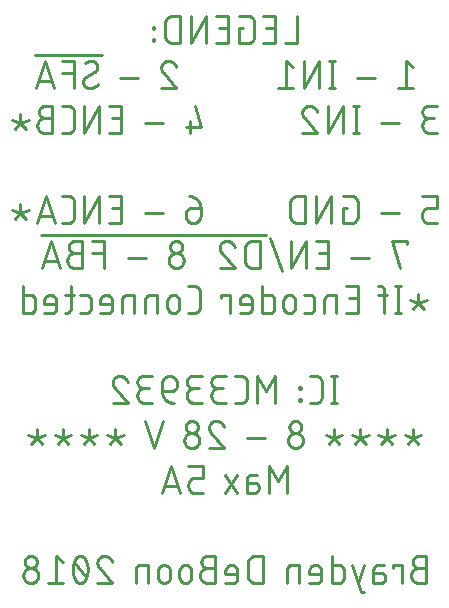
<source format=gbo>
G75*
%MOIN*%
%OFA0B0*%
%FSLAX25Y25*%
%IPPOS*%
%LPD*%
%AMOC8*
5,1,8,0,0,1.08239X$1,22.5*
%
%ADD10C,0.01000*%
D10*
X0032299Y0040890D02*
X0032301Y0040792D01*
X0032307Y0040694D01*
X0032316Y0040596D01*
X0032330Y0040499D01*
X0032347Y0040402D01*
X0032368Y0040306D01*
X0032393Y0040211D01*
X0032421Y0040117D01*
X0032454Y0040025D01*
X0032489Y0039933D01*
X0032529Y0039843D01*
X0032571Y0039755D01*
X0032618Y0039668D01*
X0032667Y0039584D01*
X0032720Y0039501D01*
X0032776Y0039421D01*
X0032836Y0039342D01*
X0032898Y0039266D01*
X0032963Y0039193D01*
X0033031Y0039122D01*
X0033102Y0039054D01*
X0033175Y0038989D01*
X0033251Y0038927D01*
X0033330Y0038867D01*
X0033410Y0038811D01*
X0033493Y0038758D01*
X0033577Y0038709D01*
X0033664Y0038662D01*
X0033752Y0038620D01*
X0033842Y0038580D01*
X0033934Y0038545D01*
X0034026Y0038512D01*
X0034120Y0038484D01*
X0034215Y0038459D01*
X0034311Y0038438D01*
X0034408Y0038421D01*
X0034505Y0038407D01*
X0034603Y0038398D01*
X0034701Y0038392D01*
X0034799Y0038390D01*
X0034897Y0038392D01*
X0034995Y0038398D01*
X0035093Y0038407D01*
X0035190Y0038421D01*
X0035287Y0038438D01*
X0035383Y0038459D01*
X0035478Y0038484D01*
X0035572Y0038512D01*
X0035664Y0038545D01*
X0035756Y0038580D01*
X0035846Y0038620D01*
X0035934Y0038662D01*
X0036021Y0038709D01*
X0036105Y0038758D01*
X0036188Y0038811D01*
X0036268Y0038867D01*
X0036347Y0038927D01*
X0036423Y0038989D01*
X0036496Y0039054D01*
X0036567Y0039122D01*
X0036635Y0039193D01*
X0036700Y0039266D01*
X0036762Y0039342D01*
X0036822Y0039421D01*
X0036878Y0039501D01*
X0036931Y0039584D01*
X0036980Y0039668D01*
X0037027Y0039755D01*
X0037069Y0039843D01*
X0037109Y0039933D01*
X0037144Y0040025D01*
X0037177Y0040117D01*
X0037205Y0040211D01*
X0037230Y0040306D01*
X0037251Y0040402D01*
X0037268Y0040499D01*
X0037282Y0040596D01*
X0037291Y0040694D01*
X0037297Y0040792D01*
X0037299Y0040890D01*
X0037297Y0040988D01*
X0037291Y0041086D01*
X0037282Y0041184D01*
X0037268Y0041281D01*
X0037251Y0041378D01*
X0037230Y0041474D01*
X0037205Y0041569D01*
X0037177Y0041663D01*
X0037144Y0041755D01*
X0037109Y0041847D01*
X0037069Y0041937D01*
X0037027Y0042025D01*
X0036980Y0042112D01*
X0036931Y0042196D01*
X0036878Y0042279D01*
X0036822Y0042359D01*
X0036762Y0042438D01*
X0036700Y0042514D01*
X0036635Y0042587D01*
X0036567Y0042658D01*
X0036496Y0042726D01*
X0036423Y0042791D01*
X0036347Y0042853D01*
X0036268Y0042913D01*
X0036188Y0042969D01*
X0036105Y0043022D01*
X0036021Y0043071D01*
X0035934Y0043118D01*
X0035846Y0043160D01*
X0035756Y0043200D01*
X0035664Y0043235D01*
X0035572Y0043268D01*
X0035478Y0043296D01*
X0035383Y0043321D01*
X0035287Y0043342D01*
X0035190Y0043359D01*
X0035093Y0043373D01*
X0034995Y0043382D01*
X0034897Y0043388D01*
X0034799Y0043390D01*
X0034701Y0043388D01*
X0034603Y0043382D01*
X0034505Y0043373D01*
X0034408Y0043359D01*
X0034311Y0043342D01*
X0034215Y0043321D01*
X0034120Y0043296D01*
X0034026Y0043268D01*
X0033934Y0043235D01*
X0033842Y0043200D01*
X0033752Y0043160D01*
X0033664Y0043118D01*
X0033577Y0043071D01*
X0033493Y0043022D01*
X0033410Y0042969D01*
X0033330Y0042913D01*
X0033251Y0042853D01*
X0033175Y0042791D01*
X0033102Y0042726D01*
X0033031Y0042658D01*
X0032963Y0042587D01*
X0032898Y0042514D01*
X0032836Y0042438D01*
X0032776Y0042359D01*
X0032720Y0042279D01*
X0032667Y0042196D01*
X0032618Y0042112D01*
X0032571Y0042025D01*
X0032529Y0041937D01*
X0032489Y0041847D01*
X0032454Y0041755D01*
X0032421Y0041663D01*
X0032393Y0041569D01*
X0032368Y0041474D01*
X0032347Y0041378D01*
X0032330Y0041281D01*
X0032316Y0041184D01*
X0032307Y0041086D01*
X0032301Y0040988D01*
X0032299Y0040890D01*
X0032799Y0045390D02*
X0032801Y0045302D01*
X0032807Y0045213D01*
X0032817Y0045125D01*
X0032830Y0045038D01*
X0032848Y0044951D01*
X0032869Y0044865D01*
X0032894Y0044780D01*
X0032923Y0044697D01*
X0032956Y0044614D01*
X0032992Y0044534D01*
X0033031Y0044455D01*
X0033074Y0044377D01*
X0033121Y0044302D01*
X0033171Y0044229D01*
X0033224Y0044158D01*
X0033280Y0044089D01*
X0033339Y0044023D01*
X0033401Y0043960D01*
X0033465Y0043900D01*
X0033532Y0043842D01*
X0033602Y0043788D01*
X0033674Y0043736D01*
X0033748Y0043688D01*
X0033825Y0043643D01*
X0033903Y0043602D01*
X0033983Y0043564D01*
X0034064Y0043530D01*
X0034147Y0043499D01*
X0034232Y0043472D01*
X0034317Y0043449D01*
X0034403Y0043430D01*
X0034491Y0043414D01*
X0034578Y0043402D01*
X0034666Y0043394D01*
X0034755Y0043390D01*
X0034843Y0043390D01*
X0034932Y0043394D01*
X0035020Y0043402D01*
X0035107Y0043414D01*
X0035195Y0043430D01*
X0035281Y0043449D01*
X0035366Y0043472D01*
X0035451Y0043499D01*
X0035534Y0043530D01*
X0035615Y0043564D01*
X0035695Y0043602D01*
X0035773Y0043643D01*
X0035850Y0043688D01*
X0035924Y0043736D01*
X0035996Y0043788D01*
X0036066Y0043842D01*
X0036133Y0043900D01*
X0036197Y0043960D01*
X0036259Y0044023D01*
X0036318Y0044089D01*
X0036374Y0044158D01*
X0036427Y0044229D01*
X0036477Y0044302D01*
X0036524Y0044377D01*
X0036567Y0044455D01*
X0036606Y0044534D01*
X0036642Y0044614D01*
X0036675Y0044697D01*
X0036704Y0044780D01*
X0036729Y0044865D01*
X0036750Y0044951D01*
X0036768Y0045038D01*
X0036781Y0045125D01*
X0036791Y0045213D01*
X0036797Y0045302D01*
X0036799Y0045390D01*
X0036797Y0045478D01*
X0036791Y0045567D01*
X0036781Y0045655D01*
X0036768Y0045742D01*
X0036750Y0045829D01*
X0036729Y0045915D01*
X0036704Y0046000D01*
X0036675Y0046083D01*
X0036642Y0046166D01*
X0036606Y0046246D01*
X0036567Y0046325D01*
X0036524Y0046403D01*
X0036477Y0046478D01*
X0036427Y0046551D01*
X0036374Y0046622D01*
X0036318Y0046691D01*
X0036259Y0046757D01*
X0036197Y0046820D01*
X0036133Y0046880D01*
X0036066Y0046938D01*
X0035996Y0046992D01*
X0035924Y0047044D01*
X0035850Y0047092D01*
X0035773Y0047137D01*
X0035695Y0047178D01*
X0035615Y0047216D01*
X0035534Y0047250D01*
X0035451Y0047281D01*
X0035366Y0047308D01*
X0035281Y0047331D01*
X0035195Y0047350D01*
X0035107Y0047366D01*
X0035020Y0047378D01*
X0034932Y0047386D01*
X0034843Y0047390D01*
X0034755Y0047390D01*
X0034666Y0047386D01*
X0034578Y0047378D01*
X0034491Y0047366D01*
X0034403Y0047350D01*
X0034317Y0047331D01*
X0034232Y0047308D01*
X0034147Y0047281D01*
X0034064Y0047250D01*
X0033983Y0047216D01*
X0033903Y0047178D01*
X0033825Y0047137D01*
X0033748Y0047092D01*
X0033674Y0047044D01*
X0033602Y0046992D01*
X0033532Y0046938D01*
X0033465Y0046880D01*
X0033401Y0046820D01*
X0033339Y0046757D01*
X0033280Y0046691D01*
X0033224Y0046622D01*
X0033171Y0046551D01*
X0033121Y0046478D01*
X0033074Y0046403D01*
X0033031Y0046325D01*
X0032992Y0046246D01*
X0032956Y0046166D01*
X0032923Y0046083D01*
X0032894Y0046000D01*
X0032869Y0045915D01*
X0032848Y0045829D01*
X0032830Y0045742D01*
X0032817Y0045655D01*
X0032807Y0045567D01*
X0032801Y0045478D01*
X0032799Y0045390D01*
X0040519Y0038390D02*
X0045519Y0038390D01*
X0043019Y0038390D02*
X0043019Y0047390D01*
X0045519Y0045390D01*
X0053739Y0042890D02*
X0053737Y0042713D01*
X0053731Y0042536D01*
X0053720Y0042359D01*
X0053705Y0042183D01*
X0053686Y0042007D01*
X0053663Y0041831D01*
X0053636Y0041656D01*
X0053604Y0041482D01*
X0053568Y0041309D01*
X0053529Y0041136D01*
X0053485Y0040965D01*
X0053437Y0040794D01*
X0053385Y0040625D01*
X0053329Y0040457D01*
X0053268Y0040290D01*
X0053204Y0040125D01*
X0053136Y0039962D01*
X0053065Y0039800D01*
X0052989Y0039640D01*
X0053239Y0040390D02*
X0049239Y0045390D01*
X0049489Y0046140D02*
X0049518Y0046220D01*
X0049551Y0046298D01*
X0049588Y0046375D01*
X0049628Y0046450D01*
X0049672Y0046523D01*
X0049718Y0046594D01*
X0049768Y0046662D01*
X0049821Y0046729D01*
X0049878Y0046793D01*
X0049937Y0046854D01*
X0049998Y0046912D01*
X0050063Y0046968D01*
X0050129Y0047020D01*
X0050199Y0047070D01*
X0050270Y0047116D01*
X0050343Y0047159D01*
X0050419Y0047198D01*
X0050496Y0047234D01*
X0050574Y0047266D01*
X0050654Y0047295D01*
X0050735Y0047320D01*
X0050818Y0047341D01*
X0050901Y0047359D01*
X0050985Y0047372D01*
X0051069Y0047382D01*
X0051154Y0047388D01*
X0051239Y0047390D01*
X0051324Y0047388D01*
X0051409Y0047382D01*
X0051493Y0047372D01*
X0051577Y0047359D01*
X0051660Y0047341D01*
X0051743Y0047320D01*
X0051824Y0047295D01*
X0051904Y0047266D01*
X0051982Y0047234D01*
X0052059Y0047198D01*
X0052135Y0047159D01*
X0052208Y0047116D01*
X0052279Y0047070D01*
X0052349Y0047020D01*
X0052415Y0046968D01*
X0052480Y0046912D01*
X0052541Y0046854D01*
X0052600Y0046793D01*
X0052657Y0046729D01*
X0052710Y0046662D01*
X0052760Y0046594D01*
X0052806Y0046523D01*
X0052850Y0046450D01*
X0052890Y0046375D01*
X0052927Y0046298D01*
X0052960Y0046220D01*
X0052989Y0046140D01*
X0048739Y0042890D02*
X0048741Y0042713D01*
X0048747Y0042536D01*
X0048758Y0042359D01*
X0048773Y0042183D01*
X0048792Y0042007D01*
X0048815Y0041831D01*
X0048842Y0041656D01*
X0048874Y0041482D01*
X0048910Y0041309D01*
X0048949Y0041136D01*
X0048993Y0040965D01*
X0049041Y0040794D01*
X0049093Y0040625D01*
X0049149Y0040457D01*
X0049210Y0040290D01*
X0049274Y0040125D01*
X0049342Y0039962D01*
X0049413Y0039800D01*
X0049489Y0039640D01*
X0049518Y0039560D01*
X0049551Y0039482D01*
X0049588Y0039405D01*
X0049628Y0039330D01*
X0049672Y0039257D01*
X0049718Y0039186D01*
X0049768Y0039118D01*
X0049821Y0039051D01*
X0049878Y0038987D01*
X0049937Y0038926D01*
X0049998Y0038868D01*
X0050063Y0038812D01*
X0050129Y0038760D01*
X0050199Y0038710D01*
X0050270Y0038664D01*
X0050343Y0038621D01*
X0050419Y0038582D01*
X0050496Y0038546D01*
X0050574Y0038514D01*
X0050654Y0038485D01*
X0050735Y0038460D01*
X0050818Y0038439D01*
X0050901Y0038421D01*
X0050985Y0038408D01*
X0051069Y0038398D01*
X0051154Y0038392D01*
X0051239Y0038390D01*
X0051324Y0038392D01*
X0051409Y0038398D01*
X0051493Y0038408D01*
X0051577Y0038421D01*
X0051660Y0038439D01*
X0051743Y0038460D01*
X0051824Y0038485D01*
X0051904Y0038514D01*
X0051982Y0038546D01*
X0052059Y0038582D01*
X0052135Y0038621D01*
X0052208Y0038664D01*
X0052279Y0038710D01*
X0052349Y0038760D01*
X0052415Y0038812D01*
X0052480Y0038868D01*
X0052541Y0038926D01*
X0052600Y0038987D01*
X0052657Y0039051D01*
X0052710Y0039118D01*
X0052760Y0039186D01*
X0052806Y0039257D01*
X0052850Y0039330D01*
X0052890Y0039405D01*
X0052927Y0039482D01*
X0052960Y0039560D01*
X0052989Y0039640D01*
X0056959Y0038390D02*
X0061959Y0038390D01*
X0057709Y0043390D01*
X0049489Y0046140D02*
X0049413Y0045980D01*
X0049342Y0045818D01*
X0049274Y0045655D01*
X0049210Y0045490D01*
X0049149Y0045323D01*
X0049093Y0045155D01*
X0049041Y0044986D01*
X0048993Y0044815D01*
X0048949Y0044644D01*
X0048910Y0044471D01*
X0048874Y0044298D01*
X0048842Y0044124D01*
X0048815Y0043949D01*
X0048792Y0043773D01*
X0048773Y0043597D01*
X0048758Y0043421D01*
X0048747Y0043244D01*
X0048741Y0043067D01*
X0048739Y0042890D01*
X0053739Y0042890D02*
X0053737Y0043067D01*
X0053731Y0043244D01*
X0053720Y0043421D01*
X0053705Y0043597D01*
X0053686Y0043773D01*
X0053663Y0043949D01*
X0053636Y0044124D01*
X0053604Y0044298D01*
X0053568Y0044471D01*
X0053529Y0044644D01*
X0053485Y0044815D01*
X0053437Y0044986D01*
X0053385Y0045155D01*
X0053329Y0045323D01*
X0053268Y0045490D01*
X0053204Y0045655D01*
X0053136Y0045818D01*
X0053065Y0045980D01*
X0052989Y0046140D01*
X0056959Y0045140D02*
X0056961Y0045233D01*
X0056967Y0045326D01*
X0056976Y0045418D01*
X0056990Y0045510D01*
X0057007Y0045602D01*
X0057028Y0045692D01*
X0057053Y0045782D01*
X0057081Y0045871D01*
X0057113Y0045958D01*
X0057149Y0046044D01*
X0057188Y0046128D01*
X0057230Y0046211D01*
X0057276Y0046292D01*
X0057325Y0046371D01*
X0057378Y0046447D01*
X0057433Y0046522D01*
X0057492Y0046594D01*
X0057554Y0046664D01*
X0057618Y0046731D01*
X0057685Y0046795D01*
X0057755Y0046857D01*
X0057827Y0046916D01*
X0057902Y0046971D01*
X0057978Y0047024D01*
X0058057Y0047073D01*
X0058138Y0047119D01*
X0058221Y0047161D01*
X0058305Y0047200D01*
X0058391Y0047236D01*
X0058478Y0047268D01*
X0058567Y0047296D01*
X0058657Y0047321D01*
X0058747Y0047342D01*
X0058839Y0047359D01*
X0058931Y0047373D01*
X0059023Y0047382D01*
X0059116Y0047388D01*
X0059209Y0047390D01*
X0056959Y0045140D02*
X0056961Y0045042D01*
X0056967Y0044944D01*
X0056977Y0044847D01*
X0056991Y0044750D01*
X0057008Y0044654D01*
X0057030Y0044559D01*
X0057055Y0044464D01*
X0057085Y0044371D01*
X0057118Y0044279D01*
X0057154Y0044188D01*
X0057195Y0044099D01*
X0057239Y0044011D01*
X0057286Y0043926D01*
X0057337Y0043842D01*
X0057391Y0043761D01*
X0057449Y0043681D01*
X0057509Y0043605D01*
X0057573Y0043530D01*
X0057640Y0043459D01*
X0057709Y0043390D01*
X0059209Y0047390D02*
X0059316Y0047388D01*
X0059423Y0047382D01*
X0059529Y0047372D01*
X0059635Y0047358D01*
X0059741Y0047341D01*
X0059845Y0047319D01*
X0059949Y0047294D01*
X0060052Y0047264D01*
X0060154Y0047231D01*
X0060254Y0047194D01*
X0060353Y0047154D01*
X0060450Y0047110D01*
X0060546Y0047062D01*
X0060640Y0047011D01*
X0060732Y0046956D01*
X0060822Y0046898D01*
X0060909Y0046837D01*
X0060995Y0046773D01*
X0061078Y0046705D01*
X0061158Y0046634D01*
X0061235Y0046561D01*
X0061310Y0046485D01*
X0061382Y0046405D01*
X0061451Y0046324D01*
X0061517Y0046240D01*
X0061580Y0046153D01*
X0061640Y0046064D01*
X0061696Y0045973D01*
X0061749Y0045880D01*
X0061798Y0045785D01*
X0061844Y0045689D01*
X0061886Y0045591D01*
X0061925Y0045491D01*
X0061959Y0045390D01*
X0069789Y0042890D02*
X0069789Y0038390D01*
X0073789Y0038390D02*
X0073789Y0044390D01*
X0071289Y0044390D01*
X0071213Y0044388D01*
X0071137Y0044382D01*
X0071062Y0044373D01*
X0070987Y0044359D01*
X0070913Y0044342D01*
X0070840Y0044321D01*
X0070768Y0044297D01*
X0070697Y0044268D01*
X0070628Y0044237D01*
X0070561Y0044202D01*
X0070496Y0044163D01*
X0070432Y0044121D01*
X0070371Y0044076D01*
X0070312Y0044028D01*
X0070256Y0043977D01*
X0070202Y0043923D01*
X0070151Y0043867D01*
X0070103Y0043808D01*
X0070058Y0043747D01*
X0070016Y0043683D01*
X0069977Y0043618D01*
X0069942Y0043551D01*
X0069911Y0043482D01*
X0069882Y0043411D01*
X0069858Y0043339D01*
X0069837Y0043266D01*
X0069820Y0043192D01*
X0069806Y0043117D01*
X0069797Y0043042D01*
X0069791Y0042966D01*
X0069789Y0042890D01*
X0077187Y0042390D02*
X0077187Y0040390D01*
X0077189Y0040302D01*
X0077195Y0040213D01*
X0077205Y0040125D01*
X0077218Y0040038D01*
X0077236Y0039951D01*
X0077257Y0039865D01*
X0077282Y0039780D01*
X0077311Y0039697D01*
X0077344Y0039614D01*
X0077380Y0039534D01*
X0077419Y0039455D01*
X0077462Y0039377D01*
X0077509Y0039302D01*
X0077559Y0039229D01*
X0077612Y0039158D01*
X0077668Y0039089D01*
X0077727Y0039023D01*
X0077789Y0038960D01*
X0077853Y0038900D01*
X0077920Y0038842D01*
X0077990Y0038788D01*
X0078062Y0038736D01*
X0078136Y0038688D01*
X0078213Y0038643D01*
X0078291Y0038602D01*
X0078371Y0038564D01*
X0078452Y0038530D01*
X0078535Y0038499D01*
X0078620Y0038472D01*
X0078705Y0038449D01*
X0078791Y0038430D01*
X0078879Y0038414D01*
X0078966Y0038402D01*
X0079054Y0038394D01*
X0079143Y0038390D01*
X0079231Y0038390D01*
X0079320Y0038394D01*
X0079408Y0038402D01*
X0079495Y0038414D01*
X0079583Y0038430D01*
X0079669Y0038449D01*
X0079754Y0038472D01*
X0079839Y0038499D01*
X0079922Y0038530D01*
X0080003Y0038564D01*
X0080083Y0038602D01*
X0080161Y0038643D01*
X0080238Y0038688D01*
X0080312Y0038736D01*
X0080384Y0038788D01*
X0080454Y0038842D01*
X0080521Y0038900D01*
X0080585Y0038960D01*
X0080647Y0039023D01*
X0080706Y0039089D01*
X0080762Y0039158D01*
X0080815Y0039229D01*
X0080865Y0039302D01*
X0080912Y0039377D01*
X0080955Y0039455D01*
X0080994Y0039534D01*
X0081030Y0039614D01*
X0081063Y0039697D01*
X0081092Y0039780D01*
X0081117Y0039865D01*
X0081138Y0039951D01*
X0081156Y0040038D01*
X0081169Y0040125D01*
X0081179Y0040213D01*
X0081185Y0040302D01*
X0081187Y0040390D01*
X0081187Y0042390D01*
X0081185Y0042478D01*
X0081179Y0042567D01*
X0081169Y0042655D01*
X0081156Y0042742D01*
X0081138Y0042829D01*
X0081117Y0042915D01*
X0081092Y0043000D01*
X0081063Y0043083D01*
X0081030Y0043166D01*
X0080994Y0043246D01*
X0080955Y0043325D01*
X0080912Y0043403D01*
X0080865Y0043478D01*
X0080815Y0043551D01*
X0080762Y0043622D01*
X0080706Y0043691D01*
X0080647Y0043757D01*
X0080585Y0043820D01*
X0080521Y0043880D01*
X0080454Y0043938D01*
X0080384Y0043992D01*
X0080312Y0044044D01*
X0080238Y0044092D01*
X0080161Y0044137D01*
X0080083Y0044178D01*
X0080003Y0044216D01*
X0079922Y0044250D01*
X0079839Y0044281D01*
X0079754Y0044308D01*
X0079669Y0044331D01*
X0079583Y0044350D01*
X0079495Y0044366D01*
X0079408Y0044378D01*
X0079320Y0044386D01*
X0079231Y0044390D01*
X0079143Y0044390D01*
X0079054Y0044386D01*
X0078966Y0044378D01*
X0078879Y0044366D01*
X0078791Y0044350D01*
X0078705Y0044331D01*
X0078620Y0044308D01*
X0078535Y0044281D01*
X0078452Y0044250D01*
X0078371Y0044216D01*
X0078291Y0044178D01*
X0078213Y0044137D01*
X0078136Y0044092D01*
X0078062Y0044044D01*
X0077990Y0043992D01*
X0077920Y0043938D01*
X0077853Y0043880D01*
X0077789Y0043820D01*
X0077727Y0043757D01*
X0077668Y0043691D01*
X0077612Y0043622D01*
X0077559Y0043551D01*
X0077509Y0043478D01*
X0077462Y0043403D01*
X0077419Y0043325D01*
X0077380Y0043246D01*
X0077344Y0043166D01*
X0077311Y0043083D01*
X0077282Y0043000D01*
X0077257Y0042915D01*
X0077236Y0042829D01*
X0077218Y0042742D01*
X0077205Y0042655D01*
X0077195Y0042567D01*
X0077189Y0042478D01*
X0077187Y0042390D01*
X0084311Y0042390D02*
X0084311Y0040390D01*
X0084313Y0040302D01*
X0084319Y0040213D01*
X0084329Y0040125D01*
X0084342Y0040038D01*
X0084360Y0039951D01*
X0084381Y0039865D01*
X0084406Y0039780D01*
X0084435Y0039697D01*
X0084468Y0039614D01*
X0084504Y0039534D01*
X0084543Y0039455D01*
X0084586Y0039377D01*
X0084633Y0039302D01*
X0084683Y0039229D01*
X0084736Y0039158D01*
X0084792Y0039089D01*
X0084851Y0039023D01*
X0084913Y0038960D01*
X0084977Y0038900D01*
X0085044Y0038842D01*
X0085114Y0038788D01*
X0085186Y0038736D01*
X0085260Y0038688D01*
X0085337Y0038643D01*
X0085415Y0038602D01*
X0085495Y0038564D01*
X0085576Y0038530D01*
X0085659Y0038499D01*
X0085744Y0038472D01*
X0085829Y0038449D01*
X0085915Y0038430D01*
X0086003Y0038414D01*
X0086090Y0038402D01*
X0086178Y0038394D01*
X0086267Y0038390D01*
X0086355Y0038390D01*
X0086444Y0038394D01*
X0086532Y0038402D01*
X0086619Y0038414D01*
X0086707Y0038430D01*
X0086793Y0038449D01*
X0086878Y0038472D01*
X0086963Y0038499D01*
X0087046Y0038530D01*
X0087127Y0038564D01*
X0087207Y0038602D01*
X0087285Y0038643D01*
X0087362Y0038688D01*
X0087436Y0038736D01*
X0087508Y0038788D01*
X0087578Y0038842D01*
X0087645Y0038900D01*
X0087709Y0038960D01*
X0087771Y0039023D01*
X0087830Y0039089D01*
X0087886Y0039158D01*
X0087939Y0039229D01*
X0087989Y0039302D01*
X0088036Y0039377D01*
X0088079Y0039455D01*
X0088118Y0039534D01*
X0088154Y0039614D01*
X0088187Y0039697D01*
X0088216Y0039780D01*
X0088241Y0039865D01*
X0088262Y0039951D01*
X0088280Y0040038D01*
X0088293Y0040125D01*
X0088303Y0040213D01*
X0088309Y0040302D01*
X0088311Y0040390D01*
X0088311Y0042390D01*
X0088309Y0042478D01*
X0088303Y0042567D01*
X0088293Y0042655D01*
X0088280Y0042742D01*
X0088262Y0042829D01*
X0088241Y0042915D01*
X0088216Y0043000D01*
X0088187Y0043083D01*
X0088154Y0043166D01*
X0088118Y0043246D01*
X0088079Y0043325D01*
X0088036Y0043403D01*
X0087989Y0043478D01*
X0087939Y0043551D01*
X0087886Y0043622D01*
X0087830Y0043691D01*
X0087771Y0043757D01*
X0087709Y0043820D01*
X0087645Y0043880D01*
X0087578Y0043938D01*
X0087508Y0043992D01*
X0087436Y0044044D01*
X0087362Y0044092D01*
X0087285Y0044137D01*
X0087207Y0044178D01*
X0087127Y0044216D01*
X0087046Y0044250D01*
X0086963Y0044281D01*
X0086878Y0044308D01*
X0086793Y0044331D01*
X0086707Y0044350D01*
X0086619Y0044366D01*
X0086532Y0044378D01*
X0086444Y0044386D01*
X0086355Y0044390D01*
X0086267Y0044390D01*
X0086178Y0044386D01*
X0086090Y0044378D01*
X0086003Y0044366D01*
X0085915Y0044350D01*
X0085829Y0044331D01*
X0085744Y0044308D01*
X0085659Y0044281D01*
X0085576Y0044250D01*
X0085495Y0044216D01*
X0085415Y0044178D01*
X0085337Y0044137D01*
X0085260Y0044092D01*
X0085186Y0044044D01*
X0085114Y0043992D01*
X0085044Y0043938D01*
X0084977Y0043880D01*
X0084913Y0043820D01*
X0084851Y0043757D01*
X0084792Y0043691D01*
X0084736Y0043622D01*
X0084683Y0043551D01*
X0084633Y0043478D01*
X0084586Y0043403D01*
X0084543Y0043325D01*
X0084504Y0043246D01*
X0084468Y0043166D01*
X0084435Y0043083D01*
X0084406Y0043000D01*
X0084381Y0042915D01*
X0084360Y0042829D01*
X0084342Y0042742D01*
X0084329Y0042655D01*
X0084319Y0042567D01*
X0084313Y0042478D01*
X0084311Y0042390D01*
X0093633Y0043390D02*
X0096133Y0043390D01*
X0093633Y0043390D02*
X0093545Y0043392D01*
X0093456Y0043398D01*
X0093368Y0043408D01*
X0093281Y0043421D01*
X0093194Y0043439D01*
X0093108Y0043460D01*
X0093023Y0043485D01*
X0092940Y0043514D01*
X0092857Y0043547D01*
X0092777Y0043583D01*
X0092698Y0043622D01*
X0092620Y0043665D01*
X0092545Y0043712D01*
X0092472Y0043762D01*
X0092401Y0043815D01*
X0092332Y0043871D01*
X0092266Y0043930D01*
X0092203Y0043992D01*
X0092143Y0044056D01*
X0092085Y0044123D01*
X0092031Y0044193D01*
X0091979Y0044265D01*
X0091931Y0044339D01*
X0091886Y0044416D01*
X0091845Y0044494D01*
X0091807Y0044574D01*
X0091773Y0044655D01*
X0091742Y0044738D01*
X0091715Y0044823D01*
X0091692Y0044908D01*
X0091673Y0044994D01*
X0091657Y0045082D01*
X0091645Y0045169D01*
X0091637Y0045257D01*
X0091633Y0045346D01*
X0091633Y0045434D01*
X0091637Y0045523D01*
X0091645Y0045611D01*
X0091657Y0045698D01*
X0091673Y0045786D01*
X0091692Y0045872D01*
X0091715Y0045957D01*
X0091742Y0046042D01*
X0091773Y0046125D01*
X0091807Y0046206D01*
X0091845Y0046286D01*
X0091886Y0046364D01*
X0091931Y0046441D01*
X0091979Y0046515D01*
X0092031Y0046587D01*
X0092085Y0046657D01*
X0092143Y0046724D01*
X0092203Y0046788D01*
X0092266Y0046850D01*
X0092332Y0046909D01*
X0092401Y0046965D01*
X0092472Y0047018D01*
X0092545Y0047068D01*
X0092620Y0047115D01*
X0092698Y0047158D01*
X0092777Y0047197D01*
X0092857Y0047233D01*
X0092940Y0047266D01*
X0093023Y0047295D01*
X0093108Y0047320D01*
X0093194Y0047341D01*
X0093281Y0047359D01*
X0093368Y0047372D01*
X0093456Y0047382D01*
X0093545Y0047388D01*
X0093633Y0047390D01*
X0096133Y0047390D01*
X0096133Y0038390D01*
X0093633Y0038390D01*
X0093535Y0038392D01*
X0093437Y0038398D01*
X0093339Y0038407D01*
X0093242Y0038421D01*
X0093145Y0038438D01*
X0093049Y0038459D01*
X0092954Y0038484D01*
X0092860Y0038512D01*
X0092768Y0038545D01*
X0092676Y0038580D01*
X0092586Y0038620D01*
X0092498Y0038662D01*
X0092411Y0038709D01*
X0092327Y0038758D01*
X0092244Y0038811D01*
X0092164Y0038867D01*
X0092085Y0038927D01*
X0092009Y0038989D01*
X0091936Y0039054D01*
X0091865Y0039122D01*
X0091797Y0039193D01*
X0091732Y0039266D01*
X0091670Y0039342D01*
X0091610Y0039421D01*
X0091554Y0039501D01*
X0091501Y0039584D01*
X0091452Y0039668D01*
X0091405Y0039755D01*
X0091363Y0039843D01*
X0091323Y0039933D01*
X0091288Y0040025D01*
X0091255Y0040117D01*
X0091227Y0040211D01*
X0091202Y0040306D01*
X0091181Y0040402D01*
X0091164Y0040499D01*
X0091150Y0040596D01*
X0091141Y0040694D01*
X0091135Y0040792D01*
X0091133Y0040890D01*
X0091135Y0040988D01*
X0091141Y0041086D01*
X0091150Y0041184D01*
X0091164Y0041281D01*
X0091181Y0041378D01*
X0091202Y0041474D01*
X0091227Y0041569D01*
X0091255Y0041663D01*
X0091288Y0041755D01*
X0091323Y0041847D01*
X0091363Y0041937D01*
X0091405Y0042025D01*
X0091452Y0042112D01*
X0091501Y0042196D01*
X0091554Y0042279D01*
X0091610Y0042359D01*
X0091670Y0042438D01*
X0091732Y0042514D01*
X0091797Y0042587D01*
X0091865Y0042658D01*
X0091936Y0042726D01*
X0092009Y0042791D01*
X0092085Y0042853D01*
X0092164Y0042913D01*
X0092244Y0042969D01*
X0092327Y0043022D01*
X0092411Y0043071D01*
X0092498Y0043118D01*
X0092586Y0043160D01*
X0092676Y0043200D01*
X0092768Y0043235D01*
X0092860Y0043268D01*
X0092954Y0043296D01*
X0093049Y0043321D01*
X0093145Y0043342D01*
X0093242Y0043359D01*
X0093339Y0043373D01*
X0093437Y0043382D01*
X0093535Y0043388D01*
X0093633Y0043390D01*
X0099655Y0042390D02*
X0099655Y0041390D01*
X0103655Y0041390D01*
X0103655Y0042390D02*
X0103655Y0039890D01*
X0103653Y0039814D01*
X0103647Y0039738D01*
X0103638Y0039663D01*
X0103624Y0039588D01*
X0103607Y0039514D01*
X0103586Y0039441D01*
X0103562Y0039369D01*
X0103533Y0039298D01*
X0103502Y0039229D01*
X0103467Y0039162D01*
X0103428Y0039097D01*
X0103386Y0039033D01*
X0103341Y0038972D01*
X0103293Y0038913D01*
X0103242Y0038857D01*
X0103188Y0038803D01*
X0103132Y0038752D01*
X0103073Y0038704D01*
X0103012Y0038659D01*
X0102948Y0038617D01*
X0102883Y0038578D01*
X0102816Y0038543D01*
X0102747Y0038512D01*
X0102676Y0038483D01*
X0102604Y0038459D01*
X0102531Y0038438D01*
X0102457Y0038421D01*
X0102382Y0038407D01*
X0102307Y0038398D01*
X0102231Y0038392D01*
X0102155Y0038390D01*
X0099655Y0038390D01*
X0099655Y0042390D02*
X0099657Y0042478D01*
X0099663Y0042567D01*
X0099673Y0042655D01*
X0099686Y0042742D01*
X0099704Y0042829D01*
X0099725Y0042915D01*
X0099750Y0043000D01*
X0099779Y0043083D01*
X0099812Y0043166D01*
X0099848Y0043246D01*
X0099887Y0043325D01*
X0099930Y0043403D01*
X0099977Y0043478D01*
X0100027Y0043551D01*
X0100080Y0043622D01*
X0100136Y0043691D01*
X0100195Y0043757D01*
X0100257Y0043820D01*
X0100321Y0043880D01*
X0100388Y0043938D01*
X0100458Y0043992D01*
X0100530Y0044044D01*
X0100604Y0044092D01*
X0100681Y0044137D01*
X0100759Y0044178D01*
X0100839Y0044216D01*
X0100920Y0044250D01*
X0101003Y0044281D01*
X0101088Y0044308D01*
X0101173Y0044331D01*
X0101259Y0044350D01*
X0101347Y0044366D01*
X0101434Y0044378D01*
X0101522Y0044386D01*
X0101611Y0044390D01*
X0101699Y0044390D01*
X0101788Y0044386D01*
X0101876Y0044378D01*
X0101963Y0044366D01*
X0102051Y0044350D01*
X0102137Y0044331D01*
X0102222Y0044308D01*
X0102307Y0044281D01*
X0102390Y0044250D01*
X0102471Y0044216D01*
X0102551Y0044178D01*
X0102629Y0044137D01*
X0102706Y0044092D01*
X0102780Y0044044D01*
X0102852Y0043992D01*
X0102922Y0043938D01*
X0102989Y0043880D01*
X0103053Y0043820D01*
X0103115Y0043757D01*
X0103174Y0043691D01*
X0103230Y0043622D01*
X0103283Y0043551D01*
X0103333Y0043478D01*
X0103380Y0043403D01*
X0103423Y0043325D01*
X0103462Y0043246D01*
X0103498Y0043166D01*
X0103531Y0043083D01*
X0103560Y0043000D01*
X0103585Y0042915D01*
X0103606Y0042829D01*
X0103624Y0042742D01*
X0103637Y0042655D01*
X0103647Y0042567D01*
X0103653Y0042478D01*
X0103655Y0042390D01*
X0107101Y0040890D02*
X0107101Y0044890D01*
X0107103Y0044988D01*
X0107109Y0045086D01*
X0107118Y0045184D01*
X0107132Y0045281D01*
X0107149Y0045378D01*
X0107170Y0045474D01*
X0107195Y0045569D01*
X0107223Y0045663D01*
X0107256Y0045755D01*
X0107291Y0045847D01*
X0107331Y0045937D01*
X0107373Y0046025D01*
X0107420Y0046112D01*
X0107469Y0046196D01*
X0107522Y0046279D01*
X0107578Y0046359D01*
X0107638Y0046438D01*
X0107700Y0046514D01*
X0107765Y0046587D01*
X0107833Y0046658D01*
X0107904Y0046726D01*
X0107977Y0046791D01*
X0108053Y0046853D01*
X0108132Y0046913D01*
X0108212Y0046969D01*
X0108295Y0047022D01*
X0108379Y0047071D01*
X0108466Y0047118D01*
X0108554Y0047160D01*
X0108644Y0047200D01*
X0108736Y0047235D01*
X0108828Y0047268D01*
X0108922Y0047296D01*
X0109017Y0047321D01*
X0109113Y0047342D01*
X0109210Y0047359D01*
X0109307Y0047373D01*
X0109405Y0047382D01*
X0109503Y0047388D01*
X0109601Y0047390D01*
X0112101Y0047390D01*
X0112101Y0038390D01*
X0109601Y0038390D01*
X0109503Y0038392D01*
X0109405Y0038398D01*
X0109307Y0038407D01*
X0109210Y0038421D01*
X0109113Y0038438D01*
X0109017Y0038459D01*
X0108922Y0038484D01*
X0108828Y0038512D01*
X0108736Y0038545D01*
X0108644Y0038580D01*
X0108554Y0038620D01*
X0108466Y0038662D01*
X0108379Y0038709D01*
X0108295Y0038758D01*
X0108212Y0038811D01*
X0108132Y0038867D01*
X0108053Y0038927D01*
X0107977Y0038989D01*
X0107904Y0039054D01*
X0107833Y0039122D01*
X0107765Y0039193D01*
X0107700Y0039266D01*
X0107638Y0039342D01*
X0107578Y0039421D01*
X0107522Y0039501D01*
X0107469Y0039584D01*
X0107420Y0039668D01*
X0107373Y0039755D01*
X0107331Y0039843D01*
X0107291Y0039933D01*
X0107256Y0040025D01*
X0107223Y0040117D01*
X0107195Y0040211D01*
X0107170Y0040306D01*
X0107149Y0040402D01*
X0107132Y0040499D01*
X0107118Y0040596D01*
X0107109Y0040694D01*
X0107103Y0040792D01*
X0107101Y0040890D01*
X0120205Y0042890D02*
X0120205Y0038390D01*
X0124205Y0038390D02*
X0124205Y0044390D01*
X0121705Y0044390D01*
X0121629Y0044388D01*
X0121553Y0044382D01*
X0121478Y0044373D01*
X0121403Y0044359D01*
X0121329Y0044342D01*
X0121256Y0044321D01*
X0121184Y0044297D01*
X0121113Y0044268D01*
X0121044Y0044237D01*
X0120977Y0044202D01*
X0120912Y0044163D01*
X0120848Y0044121D01*
X0120787Y0044076D01*
X0120728Y0044028D01*
X0120672Y0043977D01*
X0120618Y0043923D01*
X0120567Y0043867D01*
X0120519Y0043808D01*
X0120474Y0043747D01*
X0120432Y0043683D01*
X0120393Y0043618D01*
X0120358Y0043551D01*
X0120327Y0043482D01*
X0120298Y0043411D01*
X0120274Y0043339D01*
X0120253Y0043266D01*
X0120236Y0043192D01*
X0120222Y0043117D01*
X0120213Y0043042D01*
X0120207Y0042966D01*
X0120205Y0042890D01*
X0127603Y0042390D02*
X0127603Y0041390D01*
X0131603Y0041390D01*
X0131603Y0042390D02*
X0131603Y0039890D01*
X0131601Y0039814D01*
X0131595Y0039738D01*
X0131586Y0039663D01*
X0131572Y0039588D01*
X0131555Y0039514D01*
X0131534Y0039441D01*
X0131510Y0039369D01*
X0131481Y0039298D01*
X0131450Y0039229D01*
X0131415Y0039162D01*
X0131376Y0039097D01*
X0131334Y0039033D01*
X0131289Y0038972D01*
X0131241Y0038913D01*
X0131190Y0038857D01*
X0131136Y0038803D01*
X0131080Y0038752D01*
X0131021Y0038704D01*
X0130960Y0038659D01*
X0130896Y0038617D01*
X0130831Y0038578D01*
X0130764Y0038543D01*
X0130695Y0038512D01*
X0130624Y0038483D01*
X0130552Y0038459D01*
X0130479Y0038438D01*
X0130405Y0038421D01*
X0130330Y0038407D01*
X0130255Y0038398D01*
X0130179Y0038392D01*
X0130103Y0038390D01*
X0127603Y0038390D01*
X0127603Y0042390D02*
X0127605Y0042478D01*
X0127611Y0042567D01*
X0127621Y0042655D01*
X0127634Y0042742D01*
X0127652Y0042829D01*
X0127673Y0042915D01*
X0127698Y0043000D01*
X0127727Y0043083D01*
X0127760Y0043166D01*
X0127796Y0043246D01*
X0127835Y0043325D01*
X0127878Y0043403D01*
X0127925Y0043478D01*
X0127975Y0043551D01*
X0128028Y0043622D01*
X0128084Y0043691D01*
X0128143Y0043757D01*
X0128205Y0043820D01*
X0128269Y0043880D01*
X0128336Y0043938D01*
X0128406Y0043992D01*
X0128478Y0044044D01*
X0128552Y0044092D01*
X0128629Y0044137D01*
X0128707Y0044178D01*
X0128787Y0044216D01*
X0128868Y0044250D01*
X0128951Y0044281D01*
X0129036Y0044308D01*
X0129121Y0044331D01*
X0129207Y0044350D01*
X0129295Y0044366D01*
X0129382Y0044378D01*
X0129470Y0044386D01*
X0129559Y0044390D01*
X0129647Y0044390D01*
X0129736Y0044386D01*
X0129824Y0044378D01*
X0129911Y0044366D01*
X0129999Y0044350D01*
X0130085Y0044331D01*
X0130170Y0044308D01*
X0130255Y0044281D01*
X0130338Y0044250D01*
X0130419Y0044216D01*
X0130499Y0044178D01*
X0130577Y0044137D01*
X0130654Y0044092D01*
X0130728Y0044044D01*
X0130800Y0043992D01*
X0130870Y0043938D01*
X0130937Y0043880D01*
X0131001Y0043820D01*
X0131063Y0043757D01*
X0131122Y0043691D01*
X0131178Y0043622D01*
X0131231Y0043551D01*
X0131281Y0043478D01*
X0131328Y0043403D01*
X0131371Y0043325D01*
X0131410Y0043246D01*
X0131446Y0043166D01*
X0131479Y0043083D01*
X0131508Y0043000D01*
X0131533Y0042915D01*
X0131554Y0042829D01*
X0131572Y0042742D01*
X0131585Y0042655D01*
X0131595Y0042567D01*
X0131601Y0042478D01*
X0131603Y0042390D01*
X0135027Y0044390D02*
X0137527Y0044390D01*
X0137603Y0044388D01*
X0137679Y0044382D01*
X0137754Y0044373D01*
X0137829Y0044359D01*
X0137903Y0044342D01*
X0137976Y0044321D01*
X0138048Y0044297D01*
X0138119Y0044268D01*
X0138188Y0044237D01*
X0138255Y0044202D01*
X0138320Y0044163D01*
X0138384Y0044121D01*
X0138445Y0044076D01*
X0138504Y0044028D01*
X0138560Y0043977D01*
X0138614Y0043923D01*
X0138665Y0043867D01*
X0138713Y0043808D01*
X0138758Y0043747D01*
X0138800Y0043683D01*
X0138839Y0043618D01*
X0138874Y0043551D01*
X0138905Y0043482D01*
X0138934Y0043411D01*
X0138958Y0043339D01*
X0138979Y0043266D01*
X0138996Y0043192D01*
X0139010Y0043117D01*
X0139019Y0043042D01*
X0139025Y0042966D01*
X0139027Y0042890D01*
X0139027Y0039890D01*
X0139025Y0039814D01*
X0139019Y0039738D01*
X0139010Y0039663D01*
X0138996Y0039588D01*
X0138979Y0039514D01*
X0138958Y0039441D01*
X0138934Y0039369D01*
X0138905Y0039298D01*
X0138874Y0039229D01*
X0138839Y0039162D01*
X0138800Y0039097D01*
X0138758Y0039033D01*
X0138713Y0038972D01*
X0138665Y0038913D01*
X0138614Y0038857D01*
X0138560Y0038803D01*
X0138504Y0038752D01*
X0138445Y0038704D01*
X0138384Y0038659D01*
X0138320Y0038617D01*
X0138255Y0038578D01*
X0138188Y0038543D01*
X0138119Y0038512D01*
X0138048Y0038483D01*
X0137976Y0038459D01*
X0137903Y0038438D01*
X0137829Y0038421D01*
X0137754Y0038407D01*
X0137679Y0038398D01*
X0137603Y0038392D01*
X0137527Y0038390D01*
X0135027Y0038390D01*
X0135027Y0047390D01*
X0141851Y0044390D02*
X0144851Y0035390D01*
X0145851Y0035390D01*
X0143851Y0038390D02*
X0145851Y0044390D01*
X0149001Y0042890D02*
X0149001Y0038390D01*
X0151251Y0038390D01*
X0151333Y0038392D01*
X0151415Y0038398D01*
X0151496Y0038407D01*
X0151577Y0038421D01*
X0151658Y0038438D01*
X0151737Y0038459D01*
X0151815Y0038483D01*
X0151892Y0038512D01*
X0151968Y0038544D01*
X0152042Y0038579D01*
X0152114Y0038618D01*
X0152185Y0038660D01*
X0152253Y0038705D01*
X0152319Y0038754D01*
X0152383Y0038805D01*
X0152444Y0038860D01*
X0152503Y0038917D01*
X0152559Y0038977D01*
X0152612Y0039040D01*
X0152662Y0039105D01*
X0152709Y0039172D01*
X0152753Y0039241D01*
X0152793Y0039313D01*
X0152830Y0039386D01*
X0152864Y0039461D01*
X0152894Y0039537D01*
X0152920Y0039615D01*
X0152943Y0039694D01*
X0152962Y0039773D01*
X0152977Y0039854D01*
X0152989Y0039935D01*
X0152997Y0040017D01*
X0153001Y0040099D01*
X0153001Y0040181D01*
X0152997Y0040263D01*
X0152989Y0040345D01*
X0152977Y0040426D01*
X0152962Y0040507D01*
X0152943Y0040586D01*
X0152920Y0040665D01*
X0152894Y0040743D01*
X0152864Y0040819D01*
X0152830Y0040894D01*
X0152793Y0040967D01*
X0152753Y0041039D01*
X0152709Y0041108D01*
X0152662Y0041175D01*
X0152612Y0041240D01*
X0152559Y0041303D01*
X0152503Y0041363D01*
X0152444Y0041420D01*
X0152383Y0041475D01*
X0152319Y0041526D01*
X0152253Y0041575D01*
X0152185Y0041620D01*
X0152114Y0041662D01*
X0152042Y0041701D01*
X0151968Y0041736D01*
X0151892Y0041768D01*
X0151815Y0041797D01*
X0151737Y0041821D01*
X0151658Y0041842D01*
X0151577Y0041859D01*
X0151496Y0041873D01*
X0151415Y0041882D01*
X0151333Y0041888D01*
X0151251Y0041890D01*
X0149001Y0041890D01*
X0149001Y0042890D02*
X0149003Y0042966D01*
X0149009Y0043042D01*
X0149018Y0043117D01*
X0149032Y0043192D01*
X0149049Y0043266D01*
X0149070Y0043339D01*
X0149094Y0043411D01*
X0149123Y0043482D01*
X0149154Y0043551D01*
X0149189Y0043618D01*
X0149228Y0043683D01*
X0149270Y0043747D01*
X0149315Y0043808D01*
X0149363Y0043867D01*
X0149414Y0043923D01*
X0149468Y0043977D01*
X0149524Y0044028D01*
X0149583Y0044076D01*
X0149644Y0044121D01*
X0149708Y0044163D01*
X0149773Y0044202D01*
X0149840Y0044237D01*
X0149909Y0044268D01*
X0149980Y0044297D01*
X0150052Y0044321D01*
X0150125Y0044342D01*
X0150199Y0044359D01*
X0150274Y0044373D01*
X0150349Y0044382D01*
X0150425Y0044388D01*
X0150501Y0044390D01*
X0152501Y0044390D01*
X0155422Y0044390D02*
X0155422Y0043390D01*
X0155422Y0044390D02*
X0158422Y0044390D01*
X0158422Y0038390D01*
X0164051Y0038390D02*
X0166551Y0038390D01*
X0166551Y0047390D01*
X0164051Y0047390D01*
X0163963Y0047388D01*
X0163874Y0047382D01*
X0163786Y0047372D01*
X0163699Y0047359D01*
X0163612Y0047341D01*
X0163526Y0047320D01*
X0163441Y0047295D01*
X0163358Y0047266D01*
X0163275Y0047233D01*
X0163195Y0047197D01*
X0163116Y0047158D01*
X0163038Y0047115D01*
X0162963Y0047068D01*
X0162890Y0047018D01*
X0162819Y0046965D01*
X0162750Y0046909D01*
X0162684Y0046850D01*
X0162621Y0046788D01*
X0162561Y0046724D01*
X0162503Y0046657D01*
X0162449Y0046587D01*
X0162397Y0046515D01*
X0162349Y0046441D01*
X0162304Y0046364D01*
X0162263Y0046286D01*
X0162225Y0046206D01*
X0162191Y0046125D01*
X0162160Y0046042D01*
X0162133Y0045957D01*
X0162110Y0045872D01*
X0162091Y0045786D01*
X0162075Y0045698D01*
X0162063Y0045611D01*
X0162055Y0045523D01*
X0162051Y0045434D01*
X0162051Y0045346D01*
X0162055Y0045257D01*
X0162063Y0045169D01*
X0162075Y0045082D01*
X0162091Y0044994D01*
X0162110Y0044908D01*
X0162133Y0044823D01*
X0162160Y0044738D01*
X0162191Y0044655D01*
X0162225Y0044574D01*
X0162263Y0044494D01*
X0162304Y0044416D01*
X0162349Y0044339D01*
X0162397Y0044265D01*
X0162449Y0044193D01*
X0162503Y0044123D01*
X0162561Y0044056D01*
X0162621Y0043992D01*
X0162684Y0043930D01*
X0162750Y0043871D01*
X0162819Y0043815D01*
X0162890Y0043762D01*
X0162963Y0043712D01*
X0163038Y0043665D01*
X0163116Y0043622D01*
X0163195Y0043583D01*
X0163275Y0043547D01*
X0163358Y0043514D01*
X0163441Y0043485D01*
X0163526Y0043460D01*
X0163612Y0043439D01*
X0163699Y0043421D01*
X0163786Y0043408D01*
X0163874Y0043398D01*
X0163963Y0043392D01*
X0164051Y0043390D01*
X0166551Y0043390D01*
X0164051Y0043390D02*
X0163953Y0043388D01*
X0163855Y0043382D01*
X0163757Y0043373D01*
X0163660Y0043359D01*
X0163563Y0043342D01*
X0163467Y0043321D01*
X0163372Y0043296D01*
X0163278Y0043268D01*
X0163186Y0043235D01*
X0163094Y0043200D01*
X0163004Y0043160D01*
X0162916Y0043118D01*
X0162829Y0043071D01*
X0162745Y0043022D01*
X0162662Y0042969D01*
X0162582Y0042913D01*
X0162503Y0042853D01*
X0162427Y0042791D01*
X0162354Y0042726D01*
X0162283Y0042658D01*
X0162215Y0042587D01*
X0162150Y0042514D01*
X0162088Y0042438D01*
X0162028Y0042359D01*
X0161972Y0042279D01*
X0161919Y0042196D01*
X0161870Y0042112D01*
X0161823Y0042025D01*
X0161781Y0041937D01*
X0161741Y0041847D01*
X0161706Y0041755D01*
X0161673Y0041663D01*
X0161645Y0041569D01*
X0161620Y0041474D01*
X0161599Y0041378D01*
X0161582Y0041281D01*
X0161568Y0041184D01*
X0161559Y0041086D01*
X0161553Y0040988D01*
X0161551Y0040890D01*
X0161553Y0040792D01*
X0161559Y0040694D01*
X0161568Y0040596D01*
X0161582Y0040499D01*
X0161599Y0040402D01*
X0161620Y0040306D01*
X0161645Y0040211D01*
X0161673Y0040117D01*
X0161706Y0040025D01*
X0161741Y0039933D01*
X0161781Y0039843D01*
X0161823Y0039755D01*
X0161870Y0039668D01*
X0161919Y0039584D01*
X0161972Y0039501D01*
X0162028Y0039421D01*
X0162088Y0039342D01*
X0162150Y0039266D01*
X0162215Y0039193D01*
X0162283Y0039122D01*
X0162354Y0039054D01*
X0162427Y0038989D01*
X0162503Y0038927D01*
X0162582Y0038867D01*
X0162662Y0038811D01*
X0162745Y0038758D01*
X0162829Y0038709D01*
X0162916Y0038662D01*
X0163004Y0038620D01*
X0163094Y0038580D01*
X0163186Y0038545D01*
X0163278Y0038512D01*
X0163372Y0038484D01*
X0163467Y0038459D01*
X0163563Y0038438D01*
X0163660Y0038421D01*
X0163757Y0038407D01*
X0163855Y0038398D01*
X0163953Y0038392D01*
X0164051Y0038390D01*
X0163921Y0084640D02*
X0162171Y0086890D01*
X0164921Y0087890D01*
X0162171Y0086890D02*
X0162171Y0089890D01*
X0162171Y0086890D02*
X0159421Y0087890D01*
X0162171Y0086890D02*
X0160421Y0084640D01*
X0155153Y0084640D02*
X0153403Y0086890D01*
X0156153Y0087890D01*
X0153403Y0086890D02*
X0153403Y0089890D01*
X0153403Y0086890D02*
X0150653Y0087890D01*
X0153403Y0086890D02*
X0151653Y0084640D01*
X0147385Y0087890D02*
X0144635Y0086890D01*
X0141885Y0087890D01*
X0144635Y0086890D02*
X0142885Y0084640D01*
X0144635Y0086890D02*
X0146385Y0084640D01*
X0144635Y0086890D02*
X0144635Y0089890D01*
X0138617Y0087890D02*
X0135867Y0086890D01*
X0133117Y0087890D01*
X0135867Y0086890D02*
X0134117Y0084640D01*
X0135867Y0086890D02*
X0137617Y0084640D01*
X0135867Y0086890D02*
X0135867Y0089890D01*
X0135795Y0098390D02*
X0135795Y0107390D01*
X0136795Y0107390D02*
X0134795Y0107390D01*
X0131731Y0105390D02*
X0131731Y0100390D01*
X0131729Y0100303D01*
X0131723Y0100216D01*
X0131714Y0100129D01*
X0131701Y0100043D01*
X0131684Y0099957D01*
X0131663Y0099872D01*
X0131638Y0099789D01*
X0131610Y0099706D01*
X0131579Y0099625D01*
X0131544Y0099545D01*
X0131505Y0099467D01*
X0131463Y0099390D01*
X0131418Y0099315D01*
X0131369Y0099243D01*
X0131318Y0099172D01*
X0131263Y0099104D01*
X0131206Y0099039D01*
X0131145Y0098976D01*
X0131082Y0098915D01*
X0131017Y0098858D01*
X0130949Y0098803D01*
X0130878Y0098752D01*
X0130806Y0098703D01*
X0130731Y0098658D01*
X0130654Y0098616D01*
X0130576Y0098577D01*
X0130496Y0098542D01*
X0130415Y0098511D01*
X0130332Y0098483D01*
X0130249Y0098458D01*
X0130164Y0098437D01*
X0130078Y0098420D01*
X0129992Y0098407D01*
X0129905Y0098398D01*
X0129818Y0098392D01*
X0129731Y0098390D01*
X0127731Y0098390D01*
X0124811Y0099140D02*
X0124311Y0099140D01*
X0124311Y0099640D01*
X0124811Y0099640D01*
X0124811Y0099140D01*
X0124811Y0103140D02*
X0124311Y0103140D01*
X0124311Y0103640D01*
X0124811Y0103640D01*
X0124811Y0103140D01*
X0127731Y0107390D02*
X0129731Y0107390D01*
X0129818Y0107388D01*
X0129905Y0107382D01*
X0129992Y0107373D01*
X0130078Y0107360D01*
X0130164Y0107343D01*
X0130249Y0107322D01*
X0130332Y0107297D01*
X0130415Y0107269D01*
X0130496Y0107238D01*
X0130576Y0107203D01*
X0130654Y0107164D01*
X0130731Y0107122D01*
X0130806Y0107077D01*
X0130878Y0107028D01*
X0130949Y0106977D01*
X0131017Y0106922D01*
X0131082Y0106865D01*
X0131145Y0106804D01*
X0131206Y0106741D01*
X0131263Y0106676D01*
X0131318Y0106608D01*
X0131369Y0106537D01*
X0131418Y0106465D01*
X0131463Y0106390D01*
X0131505Y0106313D01*
X0131544Y0106235D01*
X0131579Y0106155D01*
X0131610Y0106074D01*
X0131638Y0105991D01*
X0131663Y0105908D01*
X0131684Y0105823D01*
X0131701Y0105737D01*
X0131714Y0105651D01*
X0131723Y0105564D01*
X0131729Y0105477D01*
X0131731Y0105390D01*
X0134795Y0098390D02*
X0136795Y0098390D01*
X0124989Y0090390D02*
X0124987Y0090302D01*
X0124981Y0090213D01*
X0124971Y0090125D01*
X0124958Y0090038D01*
X0124940Y0089951D01*
X0124919Y0089865D01*
X0124894Y0089780D01*
X0124865Y0089697D01*
X0124832Y0089614D01*
X0124796Y0089534D01*
X0124757Y0089455D01*
X0124714Y0089377D01*
X0124667Y0089302D01*
X0124617Y0089229D01*
X0124564Y0089158D01*
X0124508Y0089089D01*
X0124449Y0089023D01*
X0124387Y0088960D01*
X0124323Y0088900D01*
X0124256Y0088842D01*
X0124186Y0088788D01*
X0124114Y0088736D01*
X0124040Y0088688D01*
X0123963Y0088643D01*
X0123885Y0088602D01*
X0123805Y0088564D01*
X0123724Y0088530D01*
X0123641Y0088499D01*
X0123556Y0088472D01*
X0123471Y0088449D01*
X0123385Y0088430D01*
X0123297Y0088414D01*
X0123210Y0088402D01*
X0123122Y0088394D01*
X0123033Y0088390D01*
X0122945Y0088390D01*
X0122856Y0088394D01*
X0122768Y0088402D01*
X0122681Y0088414D01*
X0122593Y0088430D01*
X0122507Y0088449D01*
X0122422Y0088472D01*
X0122337Y0088499D01*
X0122254Y0088530D01*
X0122173Y0088564D01*
X0122093Y0088602D01*
X0122015Y0088643D01*
X0121938Y0088688D01*
X0121864Y0088736D01*
X0121792Y0088788D01*
X0121722Y0088842D01*
X0121655Y0088900D01*
X0121591Y0088960D01*
X0121529Y0089023D01*
X0121470Y0089089D01*
X0121414Y0089158D01*
X0121361Y0089229D01*
X0121311Y0089302D01*
X0121264Y0089377D01*
X0121221Y0089455D01*
X0121182Y0089534D01*
X0121146Y0089614D01*
X0121113Y0089697D01*
X0121084Y0089780D01*
X0121059Y0089865D01*
X0121038Y0089951D01*
X0121020Y0090038D01*
X0121007Y0090125D01*
X0120997Y0090213D01*
X0120991Y0090302D01*
X0120989Y0090390D01*
X0120991Y0090478D01*
X0120997Y0090567D01*
X0121007Y0090655D01*
X0121020Y0090742D01*
X0121038Y0090829D01*
X0121059Y0090915D01*
X0121084Y0091000D01*
X0121113Y0091083D01*
X0121146Y0091166D01*
X0121182Y0091246D01*
X0121221Y0091325D01*
X0121264Y0091403D01*
X0121311Y0091478D01*
X0121361Y0091551D01*
X0121414Y0091622D01*
X0121470Y0091691D01*
X0121529Y0091757D01*
X0121591Y0091820D01*
X0121655Y0091880D01*
X0121722Y0091938D01*
X0121792Y0091992D01*
X0121864Y0092044D01*
X0121938Y0092092D01*
X0122015Y0092137D01*
X0122093Y0092178D01*
X0122173Y0092216D01*
X0122254Y0092250D01*
X0122337Y0092281D01*
X0122422Y0092308D01*
X0122507Y0092331D01*
X0122593Y0092350D01*
X0122681Y0092366D01*
X0122768Y0092378D01*
X0122856Y0092386D01*
X0122945Y0092390D01*
X0123033Y0092390D01*
X0123122Y0092386D01*
X0123210Y0092378D01*
X0123297Y0092366D01*
X0123385Y0092350D01*
X0123471Y0092331D01*
X0123556Y0092308D01*
X0123641Y0092281D01*
X0123724Y0092250D01*
X0123805Y0092216D01*
X0123885Y0092178D01*
X0123963Y0092137D01*
X0124040Y0092092D01*
X0124114Y0092044D01*
X0124186Y0091992D01*
X0124256Y0091938D01*
X0124323Y0091880D01*
X0124387Y0091820D01*
X0124449Y0091757D01*
X0124508Y0091691D01*
X0124564Y0091622D01*
X0124617Y0091551D01*
X0124667Y0091478D01*
X0124714Y0091403D01*
X0124757Y0091325D01*
X0124796Y0091246D01*
X0124832Y0091166D01*
X0124865Y0091083D01*
X0124894Y0091000D01*
X0124919Y0090915D01*
X0124940Y0090829D01*
X0124958Y0090742D01*
X0124971Y0090655D01*
X0124981Y0090567D01*
X0124987Y0090478D01*
X0124989Y0090390D01*
X0125489Y0085890D02*
X0125487Y0085792D01*
X0125481Y0085694D01*
X0125472Y0085596D01*
X0125458Y0085499D01*
X0125441Y0085402D01*
X0125420Y0085306D01*
X0125395Y0085211D01*
X0125367Y0085117D01*
X0125334Y0085025D01*
X0125299Y0084933D01*
X0125259Y0084843D01*
X0125217Y0084755D01*
X0125170Y0084668D01*
X0125121Y0084584D01*
X0125068Y0084501D01*
X0125012Y0084421D01*
X0124952Y0084342D01*
X0124890Y0084266D01*
X0124825Y0084193D01*
X0124757Y0084122D01*
X0124686Y0084054D01*
X0124613Y0083989D01*
X0124537Y0083927D01*
X0124458Y0083867D01*
X0124378Y0083811D01*
X0124295Y0083758D01*
X0124211Y0083709D01*
X0124124Y0083662D01*
X0124036Y0083620D01*
X0123946Y0083580D01*
X0123854Y0083545D01*
X0123762Y0083512D01*
X0123668Y0083484D01*
X0123573Y0083459D01*
X0123477Y0083438D01*
X0123380Y0083421D01*
X0123283Y0083407D01*
X0123185Y0083398D01*
X0123087Y0083392D01*
X0122989Y0083390D01*
X0122891Y0083392D01*
X0122793Y0083398D01*
X0122695Y0083407D01*
X0122598Y0083421D01*
X0122501Y0083438D01*
X0122405Y0083459D01*
X0122310Y0083484D01*
X0122216Y0083512D01*
X0122124Y0083545D01*
X0122032Y0083580D01*
X0121942Y0083620D01*
X0121854Y0083662D01*
X0121767Y0083709D01*
X0121683Y0083758D01*
X0121600Y0083811D01*
X0121520Y0083867D01*
X0121441Y0083927D01*
X0121365Y0083989D01*
X0121292Y0084054D01*
X0121221Y0084122D01*
X0121153Y0084193D01*
X0121088Y0084266D01*
X0121026Y0084342D01*
X0120966Y0084421D01*
X0120910Y0084501D01*
X0120857Y0084584D01*
X0120808Y0084668D01*
X0120761Y0084755D01*
X0120719Y0084843D01*
X0120679Y0084933D01*
X0120644Y0085025D01*
X0120611Y0085117D01*
X0120583Y0085211D01*
X0120558Y0085306D01*
X0120537Y0085402D01*
X0120520Y0085499D01*
X0120506Y0085596D01*
X0120497Y0085694D01*
X0120491Y0085792D01*
X0120489Y0085890D01*
X0120491Y0085988D01*
X0120497Y0086086D01*
X0120506Y0086184D01*
X0120520Y0086281D01*
X0120537Y0086378D01*
X0120558Y0086474D01*
X0120583Y0086569D01*
X0120611Y0086663D01*
X0120644Y0086755D01*
X0120679Y0086847D01*
X0120719Y0086937D01*
X0120761Y0087025D01*
X0120808Y0087112D01*
X0120857Y0087196D01*
X0120910Y0087279D01*
X0120966Y0087359D01*
X0121026Y0087438D01*
X0121088Y0087514D01*
X0121153Y0087587D01*
X0121221Y0087658D01*
X0121292Y0087726D01*
X0121365Y0087791D01*
X0121441Y0087853D01*
X0121520Y0087913D01*
X0121600Y0087969D01*
X0121683Y0088022D01*
X0121767Y0088071D01*
X0121854Y0088118D01*
X0121942Y0088160D01*
X0122032Y0088200D01*
X0122124Y0088235D01*
X0122216Y0088268D01*
X0122310Y0088296D01*
X0122405Y0088321D01*
X0122501Y0088342D01*
X0122598Y0088359D01*
X0122695Y0088373D01*
X0122793Y0088382D01*
X0122891Y0088388D01*
X0122989Y0088390D01*
X0123087Y0088388D01*
X0123185Y0088382D01*
X0123283Y0088373D01*
X0123380Y0088359D01*
X0123477Y0088342D01*
X0123573Y0088321D01*
X0123668Y0088296D01*
X0123762Y0088268D01*
X0123854Y0088235D01*
X0123946Y0088200D01*
X0124036Y0088160D01*
X0124124Y0088118D01*
X0124211Y0088071D01*
X0124295Y0088022D01*
X0124378Y0087969D01*
X0124458Y0087913D01*
X0124537Y0087853D01*
X0124613Y0087791D01*
X0124686Y0087726D01*
X0124757Y0087658D01*
X0124825Y0087587D01*
X0124890Y0087514D01*
X0124952Y0087438D01*
X0125012Y0087359D01*
X0125068Y0087279D01*
X0125121Y0087196D01*
X0125170Y0087112D01*
X0125217Y0087025D01*
X0125259Y0086937D01*
X0125299Y0086847D01*
X0125334Y0086755D01*
X0125367Y0086663D01*
X0125395Y0086569D01*
X0125420Y0086474D01*
X0125441Y0086378D01*
X0125458Y0086281D01*
X0125472Y0086184D01*
X0125481Y0086086D01*
X0125487Y0085988D01*
X0125489Y0085890D01*
X0120235Y0077390D02*
X0117235Y0072390D01*
X0114235Y0077390D01*
X0114235Y0068390D01*
X0109017Y0068390D02*
X0106767Y0068390D01*
X0106767Y0072890D01*
X0106767Y0071890D02*
X0109017Y0071890D01*
X0106767Y0072890D02*
X0106769Y0072966D01*
X0106775Y0073042D01*
X0106784Y0073117D01*
X0106798Y0073192D01*
X0106815Y0073266D01*
X0106836Y0073339D01*
X0106860Y0073411D01*
X0106889Y0073482D01*
X0106920Y0073551D01*
X0106955Y0073618D01*
X0106994Y0073683D01*
X0107036Y0073747D01*
X0107081Y0073808D01*
X0107129Y0073867D01*
X0107180Y0073923D01*
X0107234Y0073977D01*
X0107290Y0074028D01*
X0107349Y0074076D01*
X0107410Y0074121D01*
X0107474Y0074163D01*
X0107539Y0074202D01*
X0107606Y0074237D01*
X0107675Y0074268D01*
X0107746Y0074297D01*
X0107818Y0074321D01*
X0107891Y0074342D01*
X0107965Y0074359D01*
X0108040Y0074373D01*
X0108115Y0074382D01*
X0108191Y0074388D01*
X0108267Y0074390D01*
X0110267Y0074390D01*
X0109017Y0071890D02*
X0109099Y0071888D01*
X0109181Y0071882D01*
X0109262Y0071873D01*
X0109343Y0071859D01*
X0109424Y0071842D01*
X0109503Y0071821D01*
X0109581Y0071797D01*
X0109658Y0071768D01*
X0109734Y0071736D01*
X0109808Y0071701D01*
X0109880Y0071662D01*
X0109951Y0071620D01*
X0110019Y0071575D01*
X0110085Y0071526D01*
X0110149Y0071475D01*
X0110210Y0071420D01*
X0110269Y0071363D01*
X0110325Y0071303D01*
X0110378Y0071240D01*
X0110428Y0071175D01*
X0110475Y0071108D01*
X0110519Y0071039D01*
X0110559Y0070967D01*
X0110596Y0070894D01*
X0110630Y0070819D01*
X0110660Y0070743D01*
X0110686Y0070665D01*
X0110709Y0070586D01*
X0110728Y0070507D01*
X0110743Y0070426D01*
X0110755Y0070345D01*
X0110763Y0070263D01*
X0110767Y0070181D01*
X0110767Y0070099D01*
X0110763Y0070017D01*
X0110755Y0069935D01*
X0110743Y0069854D01*
X0110728Y0069773D01*
X0110709Y0069694D01*
X0110686Y0069615D01*
X0110660Y0069537D01*
X0110630Y0069461D01*
X0110596Y0069386D01*
X0110559Y0069313D01*
X0110519Y0069241D01*
X0110475Y0069172D01*
X0110428Y0069105D01*
X0110378Y0069040D01*
X0110325Y0068977D01*
X0110269Y0068917D01*
X0110210Y0068860D01*
X0110149Y0068805D01*
X0110085Y0068754D01*
X0110019Y0068705D01*
X0109951Y0068660D01*
X0109880Y0068618D01*
X0109808Y0068579D01*
X0109734Y0068544D01*
X0109658Y0068512D01*
X0109581Y0068483D01*
X0109503Y0068459D01*
X0109424Y0068438D01*
X0109343Y0068421D01*
X0109262Y0068407D01*
X0109181Y0068398D01*
X0109099Y0068392D01*
X0109017Y0068390D01*
X0103617Y0068390D02*
X0099617Y0074390D01*
X0103617Y0074390D02*
X0099617Y0068390D01*
X0092335Y0068390D02*
X0089335Y0068390D01*
X0089248Y0068392D01*
X0089161Y0068398D01*
X0089074Y0068407D01*
X0088988Y0068420D01*
X0088902Y0068437D01*
X0088817Y0068458D01*
X0088734Y0068483D01*
X0088651Y0068511D01*
X0088570Y0068542D01*
X0088490Y0068577D01*
X0088412Y0068616D01*
X0088335Y0068658D01*
X0088260Y0068703D01*
X0088188Y0068752D01*
X0088117Y0068803D01*
X0088049Y0068858D01*
X0087984Y0068915D01*
X0087921Y0068976D01*
X0087860Y0069039D01*
X0087803Y0069104D01*
X0087748Y0069172D01*
X0087697Y0069243D01*
X0087648Y0069315D01*
X0087603Y0069390D01*
X0087561Y0069467D01*
X0087522Y0069545D01*
X0087487Y0069625D01*
X0087456Y0069706D01*
X0087428Y0069789D01*
X0087403Y0069872D01*
X0087382Y0069957D01*
X0087365Y0070043D01*
X0087352Y0070129D01*
X0087343Y0070216D01*
X0087337Y0070303D01*
X0087335Y0070390D01*
X0087335Y0071390D01*
X0087337Y0071477D01*
X0087343Y0071564D01*
X0087352Y0071651D01*
X0087365Y0071737D01*
X0087382Y0071823D01*
X0087403Y0071908D01*
X0087428Y0071991D01*
X0087456Y0072074D01*
X0087487Y0072155D01*
X0087522Y0072235D01*
X0087561Y0072313D01*
X0087603Y0072390D01*
X0087648Y0072465D01*
X0087697Y0072537D01*
X0087748Y0072608D01*
X0087803Y0072676D01*
X0087860Y0072741D01*
X0087921Y0072804D01*
X0087984Y0072865D01*
X0088049Y0072922D01*
X0088117Y0072977D01*
X0088188Y0073028D01*
X0088260Y0073077D01*
X0088335Y0073122D01*
X0088412Y0073164D01*
X0088490Y0073203D01*
X0088570Y0073238D01*
X0088651Y0073269D01*
X0088734Y0073297D01*
X0088817Y0073322D01*
X0088902Y0073343D01*
X0088988Y0073360D01*
X0089074Y0073373D01*
X0089161Y0073382D01*
X0089248Y0073388D01*
X0089335Y0073390D01*
X0092335Y0073390D01*
X0092335Y0077390D01*
X0087335Y0077390D01*
X0081615Y0077390D02*
X0078615Y0068390D01*
X0079365Y0070640D02*
X0083865Y0070640D01*
X0084615Y0068390D02*
X0081615Y0077390D01*
X0075861Y0083390D02*
X0072861Y0092390D01*
X0078861Y0092390D02*
X0075861Y0083390D01*
X0065733Y0087890D02*
X0062983Y0086890D01*
X0060233Y0087890D01*
X0062983Y0086890D02*
X0061233Y0084640D01*
X0062983Y0086890D02*
X0064733Y0084640D01*
X0062983Y0086890D02*
X0062983Y0089890D01*
X0056965Y0087890D02*
X0054215Y0086890D01*
X0051465Y0087890D01*
X0054215Y0086890D02*
X0052465Y0084640D01*
X0054215Y0086890D02*
X0055965Y0084640D01*
X0054215Y0086890D02*
X0054215Y0089890D01*
X0048197Y0087890D02*
X0045447Y0086890D01*
X0042697Y0087890D01*
X0045447Y0086890D02*
X0043697Y0084640D01*
X0045447Y0086890D02*
X0047197Y0084640D01*
X0045447Y0086890D02*
X0045447Y0089890D01*
X0039429Y0087890D02*
X0036679Y0086890D01*
X0033929Y0087890D01*
X0036679Y0086890D02*
X0034929Y0084640D01*
X0036679Y0086890D02*
X0038429Y0084640D01*
X0036679Y0086890D02*
X0036679Y0089890D01*
X0062055Y0098390D02*
X0067055Y0098390D01*
X0062805Y0103390D01*
X0064305Y0107390D02*
X0064412Y0107388D01*
X0064519Y0107382D01*
X0064625Y0107372D01*
X0064731Y0107358D01*
X0064837Y0107341D01*
X0064941Y0107319D01*
X0065045Y0107294D01*
X0065148Y0107264D01*
X0065250Y0107231D01*
X0065350Y0107194D01*
X0065449Y0107154D01*
X0065546Y0107110D01*
X0065642Y0107062D01*
X0065736Y0107011D01*
X0065828Y0106956D01*
X0065918Y0106898D01*
X0066005Y0106837D01*
X0066091Y0106773D01*
X0066174Y0106705D01*
X0066254Y0106634D01*
X0066331Y0106561D01*
X0066406Y0106485D01*
X0066478Y0106405D01*
X0066547Y0106324D01*
X0066613Y0106240D01*
X0066676Y0106153D01*
X0066736Y0106064D01*
X0066792Y0105973D01*
X0066845Y0105880D01*
X0066894Y0105785D01*
X0066940Y0105689D01*
X0066982Y0105591D01*
X0067021Y0105491D01*
X0067055Y0105390D01*
X0062805Y0103390D02*
X0062736Y0103459D01*
X0062669Y0103530D01*
X0062605Y0103605D01*
X0062545Y0103681D01*
X0062487Y0103761D01*
X0062433Y0103842D01*
X0062382Y0103926D01*
X0062335Y0104011D01*
X0062291Y0104099D01*
X0062250Y0104188D01*
X0062214Y0104279D01*
X0062181Y0104371D01*
X0062151Y0104464D01*
X0062126Y0104559D01*
X0062104Y0104654D01*
X0062087Y0104750D01*
X0062073Y0104847D01*
X0062063Y0104944D01*
X0062057Y0105042D01*
X0062055Y0105140D01*
X0062057Y0105233D01*
X0062063Y0105326D01*
X0062072Y0105418D01*
X0062086Y0105510D01*
X0062103Y0105602D01*
X0062124Y0105692D01*
X0062149Y0105782D01*
X0062177Y0105871D01*
X0062209Y0105958D01*
X0062245Y0106044D01*
X0062284Y0106128D01*
X0062326Y0106211D01*
X0062372Y0106292D01*
X0062421Y0106371D01*
X0062474Y0106447D01*
X0062529Y0106522D01*
X0062588Y0106594D01*
X0062650Y0106664D01*
X0062714Y0106731D01*
X0062781Y0106795D01*
X0062851Y0106857D01*
X0062923Y0106916D01*
X0062998Y0106971D01*
X0063074Y0107024D01*
X0063153Y0107073D01*
X0063234Y0107119D01*
X0063317Y0107161D01*
X0063401Y0107200D01*
X0063487Y0107236D01*
X0063574Y0107268D01*
X0063663Y0107296D01*
X0063753Y0107321D01*
X0063843Y0107342D01*
X0063935Y0107359D01*
X0064027Y0107373D01*
X0064119Y0107382D01*
X0064212Y0107388D01*
X0064305Y0107390D01*
X0072275Y0107390D02*
X0075275Y0107390D01*
X0072275Y0107390D02*
X0072187Y0107388D01*
X0072098Y0107382D01*
X0072010Y0107372D01*
X0071923Y0107359D01*
X0071836Y0107341D01*
X0071750Y0107320D01*
X0071665Y0107295D01*
X0071582Y0107266D01*
X0071499Y0107233D01*
X0071419Y0107197D01*
X0071340Y0107158D01*
X0071262Y0107115D01*
X0071187Y0107068D01*
X0071114Y0107018D01*
X0071043Y0106965D01*
X0070974Y0106909D01*
X0070908Y0106850D01*
X0070845Y0106788D01*
X0070785Y0106724D01*
X0070727Y0106657D01*
X0070673Y0106587D01*
X0070621Y0106515D01*
X0070573Y0106441D01*
X0070528Y0106364D01*
X0070487Y0106286D01*
X0070449Y0106206D01*
X0070415Y0106125D01*
X0070384Y0106042D01*
X0070357Y0105957D01*
X0070334Y0105872D01*
X0070315Y0105786D01*
X0070299Y0105698D01*
X0070287Y0105611D01*
X0070279Y0105523D01*
X0070275Y0105434D01*
X0070275Y0105346D01*
X0070279Y0105257D01*
X0070287Y0105169D01*
X0070299Y0105082D01*
X0070315Y0104994D01*
X0070334Y0104908D01*
X0070357Y0104823D01*
X0070384Y0104738D01*
X0070415Y0104655D01*
X0070449Y0104574D01*
X0070487Y0104494D01*
X0070528Y0104416D01*
X0070573Y0104339D01*
X0070621Y0104265D01*
X0070673Y0104193D01*
X0070727Y0104123D01*
X0070785Y0104056D01*
X0070845Y0103992D01*
X0070908Y0103930D01*
X0070974Y0103871D01*
X0071043Y0103815D01*
X0071114Y0103762D01*
X0071187Y0103712D01*
X0071262Y0103665D01*
X0071340Y0103622D01*
X0071419Y0103583D01*
X0071499Y0103547D01*
X0071582Y0103514D01*
X0071665Y0103485D01*
X0071750Y0103460D01*
X0071836Y0103439D01*
X0071923Y0103421D01*
X0072010Y0103408D01*
X0072098Y0103398D01*
X0072187Y0103392D01*
X0072275Y0103390D01*
X0074275Y0103390D01*
X0072775Y0103390D02*
X0072677Y0103388D01*
X0072579Y0103382D01*
X0072481Y0103373D01*
X0072384Y0103359D01*
X0072287Y0103342D01*
X0072191Y0103321D01*
X0072096Y0103296D01*
X0072002Y0103268D01*
X0071910Y0103235D01*
X0071818Y0103200D01*
X0071728Y0103160D01*
X0071640Y0103118D01*
X0071553Y0103071D01*
X0071469Y0103022D01*
X0071386Y0102969D01*
X0071306Y0102913D01*
X0071227Y0102853D01*
X0071151Y0102791D01*
X0071078Y0102726D01*
X0071007Y0102658D01*
X0070939Y0102587D01*
X0070874Y0102514D01*
X0070812Y0102438D01*
X0070752Y0102359D01*
X0070696Y0102279D01*
X0070643Y0102196D01*
X0070594Y0102112D01*
X0070547Y0102025D01*
X0070505Y0101937D01*
X0070465Y0101847D01*
X0070430Y0101755D01*
X0070397Y0101663D01*
X0070369Y0101569D01*
X0070344Y0101474D01*
X0070323Y0101378D01*
X0070306Y0101281D01*
X0070292Y0101184D01*
X0070283Y0101086D01*
X0070277Y0100988D01*
X0070275Y0100890D01*
X0070277Y0100792D01*
X0070283Y0100694D01*
X0070292Y0100596D01*
X0070306Y0100499D01*
X0070323Y0100402D01*
X0070344Y0100306D01*
X0070369Y0100211D01*
X0070397Y0100117D01*
X0070430Y0100025D01*
X0070465Y0099933D01*
X0070505Y0099843D01*
X0070547Y0099755D01*
X0070594Y0099668D01*
X0070643Y0099584D01*
X0070696Y0099501D01*
X0070752Y0099421D01*
X0070812Y0099342D01*
X0070874Y0099266D01*
X0070939Y0099193D01*
X0071007Y0099122D01*
X0071078Y0099054D01*
X0071151Y0098989D01*
X0071227Y0098927D01*
X0071306Y0098867D01*
X0071386Y0098811D01*
X0071469Y0098758D01*
X0071553Y0098709D01*
X0071640Y0098662D01*
X0071728Y0098620D01*
X0071818Y0098580D01*
X0071910Y0098545D01*
X0072002Y0098512D01*
X0072096Y0098484D01*
X0072191Y0098459D01*
X0072287Y0098438D01*
X0072384Y0098421D01*
X0072481Y0098407D01*
X0072579Y0098398D01*
X0072677Y0098392D01*
X0072775Y0098390D01*
X0075275Y0098390D01*
X0078495Y0102390D02*
X0078495Y0104890D01*
X0078497Y0104988D01*
X0078503Y0105086D01*
X0078512Y0105184D01*
X0078526Y0105281D01*
X0078543Y0105378D01*
X0078564Y0105474D01*
X0078589Y0105569D01*
X0078617Y0105663D01*
X0078650Y0105755D01*
X0078685Y0105847D01*
X0078725Y0105937D01*
X0078767Y0106025D01*
X0078814Y0106112D01*
X0078863Y0106196D01*
X0078916Y0106279D01*
X0078972Y0106359D01*
X0079032Y0106438D01*
X0079094Y0106514D01*
X0079159Y0106587D01*
X0079227Y0106658D01*
X0079298Y0106726D01*
X0079371Y0106791D01*
X0079447Y0106853D01*
X0079526Y0106913D01*
X0079606Y0106969D01*
X0079689Y0107022D01*
X0079773Y0107071D01*
X0079860Y0107118D01*
X0079948Y0107160D01*
X0080038Y0107200D01*
X0080130Y0107235D01*
X0080222Y0107268D01*
X0080316Y0107296D01*
X0080411Y0107321D01*
X0080507Y0107342D01*
X0080604Y0107359D01*
X0080701Y0107373D01*
X0080799Y0107382D01*
X0080897Y0107388D01*
X0080995Y0107390D01*
X0081093Y0107388D01*
X0081191Y0107382D01*
X0081289Y0107373D01*
X0081386Y0107359D01*
X0081483Y0107342D01*
X0081579Y0107321D01*
X0081674Y0107296D01*
X0081768Y0107268D01*
X0081860Y0107235D01*
X0081952Y0107200D01*
X0082042Y0107160D01*
X0082130Y0107118D01*
X0082217Y0107071D01*
X0082301Y0107022D01*
X0082384Y0106969D01*
X0082464Y0106913D01*
X0082543Y0106853D01*
X0082619Y0106791D01*
X0082692Y0106726D01*
X0082763Y0106658D01*
X0082831Y0106587D01*
X0082896Y0106514D01*
X0082958Y0106438D01*
X0083018Y0106359D01*
X0083074Y0106279D01*
X0083127Y0106196D01*
X0083176Y0106112D01*
X0083223Y0106025D01*
X0083265Y0105937D01*
X0083305Y0105847D01*
X0083340Y0105755D01*
X0083373Y0105663D01*
X0083401Y0105569D01*
X0083426Y0105474D01*
X0083447Y0105378D01*
X0083464Y0105281D01*
X0083478Y0105184D01*
X0083487Y0105086D01*
X0083493Y0104988D01*
X0083495Y0104890D01*
X0083495Y0104390D01*
X0083493Y0104303D01*
X0083487Y0104216D01*
X0083478Y0104129D01*
X0083465Y0104043D01*
X0083448Y0103957D01*
X0083427Y0103872D01*
X0083402Y0103789D01*
X0083374Y0103706D01*
X0083343Y0103625D01*
X0083308Y0103545D01*
X0083269Y0103467D01*
X0083227Y0103390D01*
X0083182Y0103315D01*
X0083133Y0103243D01*
X0083082Y0103172D01*
X0083027Y0103104D01*
X0082970Y0103039D01*
X0082909Y0102976D01*
X0082846Y0102915D01*
X0082781Y0102858D01*
X0082713Y0102803D01*
X0082642Y0102752D01*
X0082570Y0102703D01*
X0082495Y0102658D01*
X0082418Y0102616D01*
X0082340Y0102577D01*
X0082260Y0102542D01*
X0082179Y0102511D01*
X0082096Y0102483D01*
X0082013Y0102458D01*
X0081928Y0102437D01*
X0081842Y0102420D01*
X0081756Y0102407D01*
X0081669Y0102398D01*
X0081582Y0102392D01*
X0081495Y0102390D01*
X0078495Y0102390D01*
X0078497Y0102264D01*
X0078503Y0102139D01*
X0078513Y0102014D01*
X0078527Y0101889D01*
X0078544Y0101764D01*
X0078566Y0101640D01*
X0078591Y0101517D01*
X0078621Y0101395D01*
X0078654Y0101274D01*
X0078691Y0101154D01*
X0078731Y0101035D01*
X0078776Y0100918D01*
X0078824Y0100801D01*
X0078876Y0100687D01*
X0078931Y0100574D01*
X0078990Y0100463D01*
X0079052Y0100354D01*
X0079118Y0100247D01*
X0079187Y0100142D01*
X0079259Y0100039D01*
X0079334Y0099938D01*
X0079413Y0099840D01*
X0079495Y0099745D01*
X0079579Y0099652D01*
X0079667Y0099562D01*
X0079757Y0099474D01*
X0079850Y0099390D01*
X0079945Y0099308D01*
X0080043Y0099229D01*
X0080144Y0099154D01*
X0080247Y0099082D01*
X0080352Y0099013D01*
X0080459Y0098947D01*
X0080568Y0098885D01*
X0080679Y0098826D01*
X0080792Y0098771D01*
X0080906Y0098719D01*
X0081023Y0098671D01*
X0081140Y0098626D01*
X0081259Y0098586D01*
X0081379Y0098549D01*
X0081500Y0098516D01*
X0081622Y0098486D01*
X0081745Y0098461D01*
X0081869Y0098439D01*
X0081994Y0098422D01*
X0082119Y0098408D01*
X0082244Y0098398D01*
X0082369Y0098392D01*
X0082495Y0098390D01*
X0089215Y0098390D02*
X0091715Y0098390D01*
X0089215Y0098390D02*
X0089117Y0098392D01*
X0089019Y0098398D01*
X0088921Y0098407D01*
X0088824Y0098421D01*
X0088727Y0098438D01*
X0088631Y0098459D01*
X0088536Y0098484D01*
X0088442Y0098512D01*
X0088350Y0098545D01*
X0088258Y0098580D01*
X0088168Y0098620D01*
X0088080Y0098662D01*
X0087993Y0098709D01*
X0087909Y0098758D01*
X0087826Y0098811D01*
X0087746Y0098867D01*
X0087667Y0098927D01*
X0087591Y0098989D01*
X0087518Y0099054D01*
X0087447Y0099122D01*
X0087379Y0099193D01*
X0087314Y0099266D01*
X0087252Y0099342D01*
X0087192Y0099421D01*
X0087136Y0099501D01*
X0087083Y0099584D01*
X0087034Y0099668D01*
X0086987Y0099755D01*
X0086945Y0099843D01*
X0086905Y0099933D01*
X0086870Y0100025D01*
X0086837Y0100117D01*
X0086809Y0100211D01*
X0086784Y0100306D01*
X0086763Y0100402D01*
X0086746Y0100499D01*
X0086732Y0100596D01*
X0086723Y0100694D01*
X0086717Y0100792D01*
X0086715Y0100890D01*
X0086717Y0100988D01*
X0086723Y0101086D01*
X0086732Y0101184D01*
X0086746Y0101281D01*
X0086763Y0101378D01*
X0086784Y0101474D01*
X0086809Y0101569D01*
X0086837Y0101663D01*
X0086870Y0101755D01*
X0086905Y0101847D01*
X0086945Y0101937D01*
X0086987Y0102025D01*
X0087034Y0102112D01*
X0087083Y0102196D01*
X0087136Y0102279D01*
X0087192Y0102359D01*
X0087252Y0102438D01*
X0087314Y0102514D01*
X0087379Y0102587D01*
X0087447Y0102658D01*
X0087518Y0102726D01*
X0087591Y0102791D01*
X0087667Y0102853D01*
X0087746Y0102913D01*
X0087826Y0102969D01*
X0087909Y0103022D01*
X0087993Y0103071D01*
X0088080Y0103118D01*
X0088168Y0103160D01*
X0088258Y0103200D01*
X0088350Y0103235D01*
X0088442Y0103268D01*
X0088536Y0103296D01*
X0088631Y0103321D01*
X0088727Y0103342D01*
X0088824Y0103359D01*
X0088921Y0103373D01*
X0089019Y0103382D01*
X0089117Y0103388D01*
X0089215Y0103390D01*
X0088715Y0103390D02*
X0090715Y0103390D01*
X0088715Y0103390D02*
X0088627Y0103392D01*
X0088538Y0103398D01*
X0088450Y0103408D01*
X0088363Y0103421D01*
X0088276Y0103439D01*
X0088190Y0103460D01*
X0088105Y0103485D01*
X0088022Y0103514D01*
X0087939Y0103547D01*
X0087859Y0103583D01*
X0087780Y0103622D01*
X0087702Y0103665D01*
X0087627Y0103712D01*
X0087554Y0103762D01*
X0087483Y0103815D01*
X0087414Y0103871D01*
X0087348Y0103930D01*
X0087285Y0103992D01*
X0087225Y0104056D01*
X0087167Y0104123D01*
X0087113Y0104193D01*
X0087061Y0104265D01*
X0087013Y0104339D01*
X0086968Y0104416D01*
X0086927Y0104494D01*
X0086889Y0104574D01*
X0086855Y0104655D01*
X0086824Y0104738D01*
X0086797Y0104823D01*
X0086774Y0104908D01*
X0086755Y0104994D01*
X0086739Y0105082D01*
X0086727Y0105169D01*
X0086719Y0105257D01*
X0086715Y0105346D01*
X0086715Y0105434D01*
X0086719Y0105523D01*
X0086727Y0105611D01*
X0086739Y0105698D01*
X0086755Y0105786D01*
X0086774Y0105872D01*
X0086797Y0105957D01*
X0086824Y0106042D01*
X0086855Y0106125D01*
X0086889Y0106206D01*
X0086927Y0106286D01*
X0086968Y0106364D01*
X0087013Y0106441D01*
X0087061Y0106515D01*
X0087113Y0106587D01*
X0087167Y0106657D01*
X0087225Y0106724D01*
X0087285Y0106788D01*
X0087348Y0106850D01*
X0087414Y0106909D01*
X0087483Y0106965D01*
X0087554Y0107018D01*
X0087627Y0107068D01*
X0087702Y0107115D01*
X0087780Y0107158D01*
X0087859Y0107197D01*
X0087939Y0107233D01*
X0088022Y0107266D01*
X0088105Y0107295D01*
X0088190Y0107320D01*
X0088276Y0107341D01*
X0088363Y0107359D01*
X0088450Y0107372D01*
X0088538Y0107382D01*
X0088627Y0107388D01*
X0088715Y0107390D01*
X0091715Y0107390D01*
X0096935Y0107390D02*
X0099935Y0107390D01*
X0102797Y0107390D02*
X0104797Y0107390D01*
X0104884Y0107388D01*
X0104971Y0107382D01*
X0105058Y0107373D01*
X0105144Y0107360D01*
X0105230Y0107343D01*
X0105315Y0107322D01*
X0105398Y0107297D01*
X0105481Y0107269D01*
X0105562Y0107238D01*
X0105642Y0107203D01*
X0105720Y0107164D01*
X0105797Y0107122D01*
X0105872Y0107077D01*
X0105944Y0107028D01*
X0106015Y0106977D01*
X0106083Y0106922D01*
X0106148Y0106865D01*
X0106211Y0106804D01*
X0106272Y0106741D01*
X0106329Y0106676D01*
X0106384Y0106608D01*
X0106435Y0106537D01*
X0106484Y0106465D01*
X0106529Y0106390D01*
X0106571Y0106313D01*
X0106610Y0106235D01*
X0106645Y0106155D01*
X0106676Y0106074D01*
X0106704Y0105991D01*
X0106729Y0105908D01*
X0106750Y0105823D01*
X0106767Y0105737D01*
X0106780Y0105651D01*
X0106789Y0105564D01*
X0106795Y0105477D01*
X0106797Y0105390D01*
X0106797Y0100390D01*
X0106795Y0100303D01*
X0106789Y0100216D01*
X0106780Y0100129D01*
X0106767Y0100043D01*
X0106750Y0099957D01*
X0106729Y0099872D01*
X0106704Y0099789D01*
X0106676Y0099706D01*
X0106645Y0099625D01*
X0106610Y0099545D01*
X0106571Y0099467D01*
X0106529Y0099390D01*
X0106484Y0099315D01*
X0106435Y0099243D01*
X0106384Y0099172D01*
X0106329Y0099104D01*
X0106272Y0099039D01*
X0106211Y0098976D01*
X0106148Y0098915D01*
X0106083Y0098858D01*
X0106015Y0098803D01*
X0105944Y0098752D01*
X0105872Y0098703D01*
X0105797Y0098658D01*
X0105720Y0098616D01*
X0105642Y0098577D01*
X0105562Y0098542D01*
X0105481Y0098511D01*
X0105398Y0098483D01*
X0105315Y0098458D01*
X0105230Y0098437D01*
X0105144Y0098420D01*
X0105058Y0098407D01*
X0104971Y0098398D01*
X0104884Y0098392D01*
X0104797Y0098390D01*
X0102797Y0098390D01*
X0099935Y0098390D02*
X0097435Y0098390D01*
X0097337Y0098392D01*
X0097239Y0098398D01*
X0097141Y0098407D01*
X0097044Y0098421D01*
X0096947Y0098438D01*
X0096851Y0098459D01*
X0096756Y0098484D01*
X0096662Y0098512D01*
X0096570Y0098545D01*
X0096478Y0098580D01*
X0096388Y0098620D01*
X0096300Y0098662D01*
X0096213Y0098709D01*
X0096129Y0098758D01*
X0096046Y0098811D01*
X0095966Y0098867D01*
X0095887Y0098927D01*
X0095811Y0098989D01*
X0095738Y0099054D01*
X0095667Y0099122D01*
X0095599Y0099193D01*
X0095534Y0099266D01*
X0095472Y0099342D01*
X0095412Y0099421D01*
X0095356Y0099501D01*
X0095303Y0099584D01*
X0095254Y0099668D01*
X0095207Y0099755D01*
X0095165Y0099843D01*
X0095125Y0099933D01*
X0095090Y0100025D01*
X0095057Y0100117D01*
X0095029Y0100211D01*
X0095004Y0100306D01*
X0094983Y0100402D01*
X0094966Y0100499D01*
X0094952Y0100596D01*
X0094943Y0100694D01*
X0094937Y0100792D01*
X0094935Y0100890D01*
X0094937Y0100988D01*
X0094943Y0101086D01*
X0094952Y0101184D01*
X0094966Y0101281D01*
X0094983Y0101378D01*
X0095004Y0101474D01*
X0095029Y0101569D01*
X0095057Y0101663D01*
X0095090Y0101755D01*
X0095125Y0101847D01*
X0095165Y0101937D01*
X0095207Y0102025D01*
X0095254Y0102112D01*
X0095303Y0102196D01*
X0095356Y0102279D01*
X0095412Y0102359D01*
X0095472Y0102438D01*
X0095534Y0102514D01*
X0095599Y0102587D01*
X0095667Y0102658D01*
X0095738Y0102726D01*
X0095811Y0102791D01*
X0095887Y0102853D01*
X0095966Y0102913D01*
X0096046Y0102969D01*
X0096129Y0103022D01*
X0096213Y0103071D01*
X0096300Y0103118D01*
X0096388Y0103160D01*
X0096478Y0103200D01*
X0096570Y0103235D01*
X0096662Y0103268D01*
X0096756Y0103296D01*
X0096851Y0103321D01*
X0096947Y0103342D01*
X0097044Y0103359D01*
X0097141Y0103373D01*
X0097239Y0103382D01*
X0097337Y0103388D01*
X0097435Y0103390D01*
X0096935Y0103390D02*
X0098935Y0103390D01*
X0096935Y0103390D02*
X0096847Y0103392D01*
X0096758Y0103398D01*
X0096670Y0103408D01*
X0096583Y0103421D01*
X0096496Y0103439D01*
X0096410Y0103460D01*
X0096325Y0103485D01*
X0096242Y0103514D01*
X0096159Y0103547D01*
X0096079Y0103583D01*
X0096000Y0103622D01*
X0095922Y0103665D01*
X0095847Y0103712D01*
X0095774Y0103762D01*
X0095703Y0103815D01*
X0095634Y0103871D01*
X0095568Y0103930D01*
X0095505Y0103992D01*
X0095445Y0104056D01*
X0095387Y0104123D01*
X0095333Y0104193D01*
X0095281Y0104265D01*
X0095233Y0104339D01*
X0095188Y0104416D01*
X0095147Y0104494D01*
X0095109Y0104574D01*
X0095075Y0104655D01*
X0095044Y0104738D01*
X0095017Y0104823D01*
X0094994Y0104908D01*
X0094975Y0104994D01*
X0094959Y0105082D01*
X0094947Y0105169D01*
X0094939Y0105257D01*
X0094935Y0105346D01*
X0094935Y0105434D01*
X0094939Y0105523D01*
X0094947Y0105611D01*
X0094959Y0105698D01*
X0094975Y0105786D01*
X0094994Y0105872D01*
X0095017Y0105957D01*
X0095044Y0106042D01*
X0095075Y0106125D01*
X0095109Y0106206D01*
X0095147Y0106286D01*
X0095188Y0106364D01*
X0095233Y0106441D01*
X0095281Y0106515D01*
X0095333Y0106587D01*
X0095387Y0106657D01*
X0095445Y0106724D01*
X0095505Y0106788D01*
X0095568Y0106850D01*
X0095634Y0106909D01*
X0095703Y0106965D01*
X0095774Y0107018D01*
X0095847Y0107068D01*
X0095922Y0107115D01*
X0096000Y0107158D01*
X0096079Y0107197D01*
X0096159Y0107233D01*
X0096242Y0107266D01*
X0096325Y0107295D01*
X0096410Y0107320D01*
X0096496Y0107341D01*
X0096583Y0107359D01*
X0096670Y0107372D01*
X0096758Y0107382D01*
X0096847Y0107388D01*
X0096935Y0107390D01*
X0110327Y0107390D02*
X0110327Y0098390D01*
X0113327Y0102390D02*
X0110327Y0107390D01*
X0113327Y0102390D02*
X0116327Y0107390D01*
X0116327Y0098390D01*
X0112837Y0086890D02*
X0106837Y0086890D01*
X0099185Y0083390D02*
X0094185Y0083390D01*
X0099185Y0083390D02*
X0094935Y0088390D01*
X0096435Y0092390D02*
X0096542Y0092388D01*
X0096649Y0092382D01*
X0096755Y0092372D01*
X0096861Y0092358D01*
X0096967Y0092341D01*
X0097071Y0092319D01*
X0097175Y0092294D01*
X0097278Y0092264D01*
X0097380Y0092231D01*
X0097480Y0092194D01*
X0097579Y0092154D01*
X0097676Y0092110D01*
X0097772Y0092062D01*
X0097866Y0092011D01*
X0097958Y0091956D01*
X0098048Y0091898D01*
X0098135Y0091837D01*
X0098221Y0091773D01*
X0098304Y0091705D01*
X0098384Y0091634D01*
X0098461Y0091561D01*
X0098536Y0091485D01*
X0098608Y0091405D01*
X0098677Y0091324D01*
X0098743Y0091240D01*
X0098806Y0091153D01*
X0098866Y0091064D01*
X0098922Y0090973D01*
X0098975Y0090880D01*
X0099024Y0090785D01*
X0099070Y0090689D01*
X0099112Y0090591D01*
X0099151Y0090491D01*
X0099185Y0090390D01*
X0094935Y0088390D02*
X0094866Y0088459D01*
X0094799Y0088530D01*
X0094735Y0088605D01*
X0094675Y0088681D01*
X0094617Y0088761D01*
X0094563Y0088842D01*
X0094512Y0088926D01*
X0094465Y0089011D01*
X0094421Y0089099D01*
X0094380Y0089188D01*
X0094344Y0089279D01*
X0094311Y0089371D01*
X0094281Y0089464D01*
X0094256Y0089559D01*
X0094234Y0089654D01*
X0094217Y0089750D01*
X0094203Y0089847D01*
X0094193Y0089944D01*
X0094187Y0090042D01*
X0094185Y0090140D01*
X0094187Y0090233D01*
X0094193Y0090326D01*
X0094202Y0090418D01*
X0094216Y0090510D01*
X0094233Y0090602D01*
X0094254Y0090692D01*
X0094279Y0090782D01*
X0094307Y0090871D01*
X0094339Y0090958D01*
X0094375Y0091044D01*
X0094414Y0091128D01*
X0094456Y0091211D01*
X0094502Y0091292D01*
X0094551Y0091371D01*
X0094604Y0091447D01*
X0094659Y0091522D01*
X0094718Y0091594D01*
X0094780Y0091664D01*
X0094844Y0091731D01*
X0094911Y0091795D01*
X0094981Y0091857D01*
X0095053Y0091916D01*
X0095128Y0091971D01*
X0095204Y0092024D01*
X0095283Y0092073D01*
X0095364Y0092119D01*
X0095447Y0092161D01*
X0095531Y0092200D01*
X0095617Y0092236D01*
X0095704Y0092268D01*
X0095793Y0092296D01*
X0095883Y0092321D01*
X0095973Y0092342D01*
X0096065Y0092359D01*
X0096157Y0092373D01*
X0096249Y0092382D01*
X0096342Y0092388D01*
X0096435Y0092390D01*
X0090465Y0090390D02*
X0090463Y0090302D01*
X0090457Y0090213D01*
X0090447Y0090125D01*
X0090434Y0090038D01*
X0090416Y0089951D01*
X0090395Y0089865D01*
X0090370Y0089780D01*
X0090341Y0089697D01*
X0090308Y0089614D01*
X0090272Y0089534D01*
X0090233Y0089455D01*
X0090190Y0089377D01*
X0090143Y0089302D01*
X0090093Y0089229D01*
X0090040Y0089158D01*
X0089984Y0089089D01*
X0089925Y0089023D01*
X0089863Y0088960D01*
X0089799Y0088900D01*
X0089732Y0088842D01*
X0089662Y0088788D01*
X0089590Y0088736D01*
X0089516Y0088688D01*
X0089439Y0088643D01*
X0089361Y0088602D01*
X0089281Y0088564D01*
X0089200Y0088530D01*
X0089117Y0088499D01*
X0089032Y0088472D01*
X0088947Y0088449D01*
X0088861Y0088430D01*
X0088773Y0088414D01*
X0088686Y0088402D01*
X0088598Y0088394D01*
X0088509Y0088390D01*
X0088421Y0088390D01*
X0088332Y0088394D01*
X0088244Y0088402D01*
X0088157Y0088414D01*
X0088069Y0088430D01*
X0087983Y0088449D01*
X0087898Y0088472D01*
X0087813Y0088499D01*
X0087730Y0088530D01*
X0087649Y0088564D01*
X0087569Y0088602D01*
X0087491Y0088643D01*
X0087414Y0088688D01*
X0087340Y0088736D01*
X0087268Y0088788D01*
X0087198Y0088842D01*
X0087131Y0088900D01*
X0087067Y0088960D01*
X0087005Y0089023D01*
X0086946Y0089089D01*
X0086890Y0089158D01*
X0086837Y0089229D01*
X0086787Y0089302D01*
X0086740Y0089377D01*
X0086697Y0089455D01*
X0086658Y0089534D01*
X0086622Y0089614D01*
X0086589Y0089697D01*
X0086560Y0089780D01*
X0086535Y0089865D01*
X0086514Y0089951D01*
X0086496Y0090038D01*
X0086483Y0090125D01*
X0086473Y0090213D01*
X0086467Y0090302D01*
X0086465Y0090390D01*
X0086467Y0090478D01*
X0086473Y0090567D01*
X0086483Y0090655D01*
X0086496Y0090742D01*
X0086514Y0090829D01*
X0086535Y0090915D01*
X0086560Y0091000D01*
X0086589Y0091083D01*
X0086622Y0091166D01*
X0086658Y0091246D01*
X0086697Y0091325D01*
X0086740Y0091403D01*
X0086787Y0091478D01*
X0086837Y0091551D01*
X0086890Y0091622D01*
X0086946Y0091691D01*
X0087005Y0091757D01*
X0087067Y0091820D01*
X0087131Y0091880D01*
X0087198Y0091938D01*
X0087268Y0091992D01*
X0087340Y0092044D01*
X0087414Y0092092D01*
X0087491Y0092137D01*
X0087569Y0092178D01*
X0087649Y0092216D01*
X0087730Y0092250D01*
X0087813Y0092281D01*
X0087898Y0092308D01*
X0087983Y0092331D01*
X0088069Y0092350D01*
X0088157Y0092366D01*
X0088244Y0092378D01*
X0088332Y0092386D01*
X0088421Y0092390D01*
X0088509Y0092390D01*
X0088598Y0092386D01*
X0088686Y0092378D01*
X0088773Y0092366D01*
X0088861Y0092350D01*
X0088947Y0092331D01*
X0089032Y0092308D01*
X0089117Y0092281D01*
X0089200Y0092250D01*
X0089281Y0092216D01*
X0089361Y0092178D01*
X0089439Y0092137D01*
X0089516Y0092092D01*
X0089590Y0092044D01*
X0089662Y0091992D01*
X0089732Y0091938D01*
X0089799Y0091880D01*
X0089863Y0091820D01*
X0089925Y0091757D01*
X0089984Y0091691D01*
X0090040Y0091622D01*
X0090093Y0091551D01*
X0090143Y0091478D01*
X0090190Y0091403D01*
X0090233Y0091325D01*
X0090272Y0091246D01*
X0090308Y0091166D01*
X0090341Y0091083D01*
X0090370Y0091000D01*
X0090395Y0090915D01*
X0090416Y0090829D01*
X0090434Y0090742D01*
X0090447Y0090655D01*
X0090457Y0090567D01*
X0090463Y0090478D01*
X0090465Y0090390D01*
X0090965Y0085890D02*
X0090963Y0085792D01*
X0090957Y0085694D01*
X0090948Y0085596D01*
X0090934Y0085499D01*
X0090917Y0085402D01*
X0090896Y0085306D01*
X0090871Y0085211D01*
X0090843Y0085117D01*
X0090810Y0085025D01*
X0090775Y0084933D01*
X0090735Y0084843D01*
X0090693Y0084755D01*
X0090646Y0084668D01*
X0090597Y0084584D01*
X0090544Y0084501D01*
X0090488Y0084421D01*
X0090428Y0084342D01*
X0090366Y0084266D01*
X0090301Y0084193D01*
X0090233Y0084122D01*
X0090162Y0084054D01*
X0090089Y0083989D01*
X0090013Y0083927D01*
X0089934Y0083867D01*
X0089854Y0083811D01*
X0089771Y0083758D01*
X0089687Y0083709D01*
X0089600Y0083662D01*
X0089512Y0083620D01*
X0089422Y0083580D01*
X0089330Y0083545D01*
X0089238Y0083512D01*
X0089144Y0083484D01*
X0089049Y0083459D01*
X0088953Y0083438D01*
X0088856Y0083421D01*
X0088759Y0083407D01*
X0088661Y0083398D01*
X0088563Y0083392D01*
X0088465Y0083390D01*
X0088367Y0083392D01*
X0088269Y0083398D01*
X0088171Y0083407D01*
X0088074Y0083421D01*
X0087977Y0083438D01*
X0087881Y0083459D01*
X0087786Y0083484D01*
X0087692Y0083512D01*
X0087600Y0083545D01*
X0087508Y0083580D01*
X0087418Y0083620D01*
X0087330Y0083662D01*
X0087243Y0083709D01*
X0087159Y0083758D01*
X0087076Y0083811D01*
X0086996Y0083867D01*
X0086917Y0083927D01*
X0086841Y0083989D01*
X0086768Y0084054D01*
X0086697Y0084122D01*
X0086629Y0084193D01*
X0086564Y0084266D01*
X0086502Y0084342D01*
X0086442Y0084421D01*
X0086386Y0084501D01*
X0086333Y0084584D01*
X0086284Y0084668D01*
X0086237Y0084755D01*
X0086195Y0084843D01*
X0086155Y0084933D01*
X0086120Y0085025D01*
X0086087Y0085117D01*
X0086059Y0085211D01*
X0086034Y0085306D01*
X0086013Y0085402D01*
X0085996Y0085499D01*
X0085982Y0085596D01*
X0085973Y0085694D01*
X0085967Y0085792D01*
X0085965Y0085890D01*
X0085967Y0085988D01*
X0085973Y0086086D01*
X0085982Y0086184D01*
X0085996Y0086281D01*
X0086013Y0086378D01*
X0086034Y0086474D01*
X0086059Y0086569D01*
X0086087Y0086663D01*
X0086120Y0086755D01*
X0086155Y0086847D01*
X0086195Y0086937D01*
X0086237Y0087025D01*
X0086284Y0087112D01*
X0086333Y0087196D01*
X0086386Y0087279D01*
X0086442Y0087359D01*
X0086502Y0087438D01*
X0086564Y0087514D01*
X0086629Y0087587D01*
X0086697Y0087658D01*
X0086768Y0087726D01*
X0086841Y0087791D01*
X0086917Y0087853D01*
X0086996Y0087913D01*
X0087076Y0087969D01*
X0087159Y0088022D01*
X0087243Y0088071D01*
X0087330Y0088118D01*
X0087418Y0088160D01*
X0087508Y0088200D01*
X0087600Y0088235D01*
X0087692Y0088268D01*
X0087786Y0088296D01*
X0087881Y0088321D01*
X0087977Y0088342D01*
X0088074Y0088359D01*
X0088171Y0088373D01*
X0088269Y0088382D01*
X0088367Y0088388D01*
X0088465Y0088390D01*
X0088563Y0088388D01*
X0088661Y0088382D01*
X0088759Y0088373D01*
X0088856Y0088359D01*
X0088953Y0088342D01*
X0089049Y0088321D01*
X0089144Y0088296D01*
X0089238Y0088268D01*
X0089330Y0088235D01*
X0089422Y0088200D01*
X0089512Y0088160D01*
X0089600Y0088118D01*
X0089687Y0088071D01*
X0089771Y0088022D01*
X0089854Y0087969D01*
X0089934Y0087913D01*
X0090013Y0087853D01*
X0090089Y0087791D01*
X0090162Y0087726D01*
X0090233Y0087658D01*
X0090301Y0087587D01*
X0090366Y0087514D01*
X0090428Y0087438D01*
X0090488Y0087359D01*
X0090544Y0087279D01*
X0090597Y0087196D01*
X0090646Y0087112D01*
X0090693Y0087025D01*
X0090735Y0086937D01*
X0090775Y0086847D01*
X0090810Y0086755D01*
X0090843Y0086663D01*
X0090871Y0086569D01*
X0090896Y0086474D01*
X0090917Y0086378D01*
X0090934Y0086281D01*
X0090948Y0086184D01*
X0090957Y0086086D01*
X0090963Y0085988D01*
X0090965Y0085890D01*
X0120235Y0077390D02*
X0120235Y0068390D01*
X0125752Y0128390D02*
X0127752Y0128390D01*
X0127828Y0128392D01*
X0127904Y0128398D01*
X0127979Y0128407D01*
X0128054Y0128421D01*
X0128128Y0128438D01*
X0128201Y0128459D01*
X0128273Y0128483D01*
X0128344Y0128512D01*
X0128413Y0128543D01*
X0128480Y0128578D01*
X0128545Y0128617D01*
X0128609Y0128659D01*
X0128670Y0128704D01*
X0128729Y0128752D01*
X0128785Y0128803D01*
X0128839Y0128857D01*
X0128890Y0128913D01*
X0128938Y0128972D01*
X0128983Y0129033D01*
X0129025Y0129097D01*
X0129064Y0129162D01*
X0129099Y0129229D01*
X0129130Y0129298D01*
X0129159Y0129369D01*
X0129183Y0129441D01*
X0129204Y0129514D01*
X0129221Y0129588D01*
X0129235Y0129663D01*
X0129244Y0129738D01*
X0129250Y0129814D01*
X0129252Y0129890D01*
X0129252Y0132890D01*
X0129250Y0132966D01*
X0129244Y0133042D01*
X0129235Y0133117D01*
X0129221Y0133192D01*
X0129204Y0133266D01*
X0129183Y0133339D01*
X0129159Y0133411D01*
X0129130Y0133482D01*
X0129099Y0133551D01*
X0129064Y0133618D01*
X0129025Y0133683D01*
X0128983Y0133747D01*
X0128938Y0133808D01*
X0128890Y0133867D01*
X0128839Y0133923D01*
X0128785Y0133977D01*
X0128729Y0134028D01*
X0128670Y0134076D01*
X0128609Y0134121D01*
X0128545Y0134163D01*
X0128480Y0134202D01*
X0128413Y0134237D01*
X0128344Y0134268D01*
X0128273Y0134297D01*
X0128201Y0134321D01*
X0128128Y0134342D01*
X0128054Y0134359D01*
X0127979Y0134373D01*
X0127904Y0134382D01*
X0127828Y0134388D01*
X0127752Y0134390D01*
X0125752Y0134390D01*
X0122957Y0132390D02*
X0122957Y0130390D01*
X0122955Y0130302D01*
X0122949Y0130213D01*
X0122939Y0130125D01*
X0122926Y0130038D01*
X0122908Y0129951D01*
X0122887Y0129865D01*
X0122862Y0129780D01*
X0122833Y0129697D01*
X0122800Y0129614D01*
X0122764Y0129534D01*
X0122725Y0129455D01*
X0122682Y0129377D01*
X0122635Y0129302D01*
X0122585Y0129229D01*
X0122532Y0129158D01*
X0122476Y0129089D01*
X0122417Y0129023D01*
X0122355Y0128960D01*
X0122291Y0128900D01*
X0122224Y0128842D01*
X0122154Y0128788D01*
X0122082Y0128736D01*
X0122008Y0128688D01*
X0121931Y0128643D01*
X0121853Y0128602D01*
X0121773Y0128564D01*
X0121692Y0128530D01*
X0121609Y0128499D01*
X0121524Y0128472D01*
X0121439Y0128449D01*
X0121353Y0128430D01*
X0121265Y0128414D01*
X0121178Y0128402D01*
X0121090Y0128394D01*
X0121001Y0128390D01*
X0120913Y0128390D01*
X0120824Y0128394D01*
X0120736Y0128402D01*
X0120649Y0128414D01*
X0120561Y0128430D01*
X0120475Y0128449D01*
X0120390Y0128472D01*
X0120305Y0128499D01*
X0120222Y0128530D01*
X0120141Y0128564D01*
X0120061Y0128602D01*
X0119983Y0128643D01*
X0119906Y0128688D01*
X0119832Y0128736D01*
X0119760Y0128788D01*
X0119690Y0128842D01*
X0119623Y0128900D01*
X0119559Y0128960D01*
X0119497Y0129023D01*
X0119438Y0129089D01*
X0119382Y0129158D01*
X0119329Y0129229D01*
X0119279Y0129302D01*
X0119232Y0129377D01*
X0119189Y0129455D01*
X0119150Y0129534D01*
X0119114Y0129614D01*
X0119081Y0129697D01*
X0119052Y0129780D01*
X0119027Y0129865D01*
X0119006Y0129951D01*
X0118988Y0130038D01*
X0118975Y0130125D01*
X0118965Y0130213D01*
X0118959Y0130302D01*
X0118957Y0130390D01*
X0118957Y0132390D01*
X0118959Y0132478D01*
X0118965Y0132567D01*
X0118975Y0132655D01*
X0118988Y0132742D01*
X0119006Y0132829D01*
X0119027Y0132915D01*
X0119052Y0133000D01*
X0119081Y0133083D01*
X0119114Y0133166D01*
X0119150Y0133246D01*
X0119189Y0133325D01*
X0119232Y0133403D01*
X0119279Y0133478D01*
X0119329Y0133551D01*
X0119382Y0133622D01*
X0119438Y0133691D01*
X0119497Y0133757D01*
X0119559Y0133820D01*
X0119623Y0133880D01*
X0119690Y0133938D01*
X0119760Y0133992D01*
X0119832Y0134044D01*
X0119906Y0134092D01*
X0119983Y0134137D01*
X0120061Y0134178D01*
X0120141Y0134216D01*
X0120222Y0134250D01*
X0120305Y0134281D01*
X0120390Y0134308D01*
X0120475Y0134331D01*
X0120561Y0134350D01*
X0120649Y0134366D01*
X0120736Y0134378D01*
X0120824Y0134386D01*
X0120913Y0134390D01*
X0121001Y0134390D01*
X0121090Y0134386D01*
X0121178Y0134378D01*
X0121265Y0134366D01*
X0121353Y0134350D01*
X0121439Y0134331D01*
X0121524Y0134308D01*
X0121609Y0134281D01*
X0121692Y0134250D01*
X0121773Y0134216D01*
X0121853Y0134178D01*
X0121931Y0134137D01*
X0122008Y0134092D01*
X0122082Y0134044D01*
X0122154Y0133992D01*
X0122224Y0133938D01*
X0122291Y0133880D01*
X0122355Y0133820D01*
X0122417Y0133757D01*
X0122476Y0133691D01*
X0122532Y0133622D01*
X0122585Y0133551D01*
X0122635Y0133478D01*
X0122682Y0133403D01*
X0122725Y0133325D01*
X0122764Y0133246D01*
X0122800Y0133166D01*
X0122833Y0133083D01*
X0122862Y0133000D01*
X0122887Y0132915D01*
X0122908Y0132829D01*
X0122926Y0132742D01*
X0122939Y0132655D01*
X0122949Y0132567D01*
X0122955Y0132478D01*
X0122957Y0132390D01*
X0115859Y0132890D02*
X0115859Y0129890D01*
X0115857Y0129814D01*
X0115851Y0129738D01*
X0115842Y0129663D01*
X0115828Y0129588D01*
X0115811Y0129514D01*
X0115790Y0129441D01*
X0115766Y0129369D01*
X0115737Y0129298D01*
X0115706Y0129229D01*
X0115671Y0129162D01*
X0115632Y0129097D01*
X0115590Y0129033D01*
X0115545Y0128972D01*
X0115497Y0128913D01*
X0115446Y0128857D01*
X0115392Y0128803D01*
X0115336Y0128752D01*
X0115277Y0128704D01*
X0115216Y0128659D01*
X0115152Y0128617D01*
X0115087Y0128578D01*
X0115020Y0128543D01*
X0114951Y0128512D01*
X0114880Y0128483D01*
X0114808Y0128459D01*
X0114735Y0128438D01*
X0114661Y0128421D01*
X0114586Y0128407D01*
X0114511Y0128398D01*
X0114435Y0128392D01*
X0114359Y0128390D01*
X0111859Y0128390D01*
X0111859Y0137390D01*
X0111859Y0134390D02*
X0114359Y0134390D01*
X0114435Y0134388D01*
X0114511Y0134382D01*
X0114586Y0134373D01*
X0114661Y0134359D01*
X0114735Y0134342D01*
X0114808Y0134321D01*
X0114880Y0134297D01*
X0114951Y0134268D01*
X0115020Y0134237D01*
X0115087Y0134202D01*
X0115152Y0134163D01*
X0115216Y0134121D01*
X0115277Y0134076D01*
X0115336Y0134028D01*
X0115392Y0133977D01*
X0115446Y0133923D01*
X0115497Y0133867D01*
X0115545Y0133808D01*
X0115590Y0133747D01*
X0115632Y0133683D01*
X0115671Y0133618D01*
X0115706Y0133551D01*
X0115737Y0133482D01*
X0115766Y0133411D01*
X0115790Y0133339D01*
X0115811Y0133266D01*
X0115828Y0133192D01*
X0115842Y0133117D01*
X0115851Y0133042D01*
X0115857Y0132966D01*
X0115859Y0132890D01*
X0108435Y0132390D02*
X0108435Y0129890D01*
X0108435Y0131390D02*
X0104435Y0131390D01*
X0104435Y0132390D01*
X0104437Y0132478D01*
X0104443Y0132567D01*
X0104453Y0132655D01*
X0104466Y0132742D01*
X0104484Y0132829D01*
X0104505Y0132915D01*
X0104530Y0133000D01*
X0104559Y0133083D01*
X0104592Y0133166D01*
X0104628Y0133246D01*
X0104667Y0133325D01*
X0104710Y0133403D01*
X0104757Y0133478D01*
X0104807Y0133551D01*
X0104860Y0133622D01*
X0104916Y0133691D01*
X0104975Y0133757D01*
X0105037Y0133820D01*
X0105101Y0133880D01*
X0105168Y0133938D01*
X0105238Y0133992D01*
X0105310Y0134044D01*
X0105384Y0134092D01*
X0105461Y0134137D01*
X0105539Y0134178D01*
X0105619Y0134216D01*
X0105700Y0134250D01*
X0105783Y0134281D01*
X0105868Y0134308D01*
X0105953Y0134331D01*
X0106039Y0134350D01*
X0106127Y0134366D01*
X0106214Y0134378D01*
X0106302Y0134386D01*
X0106391Y0134390D01*
X0106479Y0134390D01*
X0106568Y0134386D01*
X0106656Y0134378D01*
X0106743Y0134366D01*
X0106831Y0134350D01*
X0106917Y0134331D01*
X0107002Y0134308D01*
X0107087Y0134281D01*
X0107170Y0134250D01*
X0107251Y0134216D01*
X0107331Y0134178D01*
X0107409Y0134137D01*
X0107486Y0134092D01*
X0107560Y0134044D01*
X0107632Y0133992D01*
X0107702Y0133938D01*
X0107769Y0133880D01*
X0107833Y0133820D01*
X0107895Y0133757D01*
X0107954Y0133691D01*
X0108010Y0133622D01*
X0108063Y0133551D01*
X0108113Y0133478D01*
X0108160Y0133403D01*
X0108203Y0133325D01*
X0108242Y0133246D01*
X0108278Y0133166D01*
X0108311Y0133083D01*
X0108340Y0133000D01*
X0108365Y0132915D01*
X0108386Y0132829D01*
X0108404Y0132742D01*
X0108417Y0132655D01*
X0108427Y0132567D01*
X0108433Y0132478D01*
X0108435Y0132390D01*
X0108435Y0129890D02*
X0108433Y0129814D01*
X0108427Y0129738D01*
X0108418Y0129663D01*
X0108404Y0129588D01*
X0108387Y0129514D01*
X0108366Y0129441D01*
X0108342Y0129369D01*
X0108313Y0129298D01*
X0108282Y0129229D01*
X0108247Y0129162D01*
X0108208Y0129097D01*
X0108166Y0129033D01*
X0108121Y0128972D01*
X0108073Y0128913D01*
X0108022Y0128857D01*
X0107968Y0128803D01*
X0107912Y0128752D01*
X0107853Y0128704D01*
X0107792Y0128659D01*
X0107728Y0128617D01*
X0107663Y0128578D01*
X0107596Y0128543D01*
X0107527Y0128512D01*
X0107456Y0128483D01*
X0107384Y0128459D01*
X0107311Y0128438D01*
X0107237Y0128421D01*
X0107162Y0128407D01*
X0107087Y0128398D01*
X0107011Y0128392D01*
X0106935Y0128390D01*
X0104435Y0128390D01*
X0101004Y0128390D02*
X0101004Y0134390D01*
X0098004Y0134390D01*
X0098004Y0133390D01*
X0091137Y0135390D02*
X0091137Y0130390D01*
X0091135Y0130303D01*
X0091129Y0130216D01*
X0091120Y0130129D01*
X0091107Y0130043D01*
X0091090Y0129957D01*
X0091069Y0129872D01*
X0091044Y0129789D01*
X0091016Y0129706D01*
X0090985Y0129625D01*
X0090950Y0129545D01*
X0090911Y0129467D01*
X0090869Y0129390D01*
X0090824Y0129315D01*
X0090775Y0129243D01*
X0090724Y0129172D01*
X0090669Y0129104D01*
X0090612Y0129039D01*
X0090551Y0128976D01*
X0090488Y0128915D01*
X0090423Y0128858D01*
X0090355Y0128803D01*
X0090284Y0128752D01*
X0090212Y0128703D01*
X0090137Y0128658D01*
X0090060Y0128616D01*
X0089982Y0128577D01*
X0089902Y0128542D01*
X0089821Y0128511D01*
X0089738Y0128483D01*
X0089655Y0128458D01*
X0089570Y0128437D01*
X0089484Y0128420D01*
X0089398Y0128407D01*
X0089311Y0128398D01*
X0089224Y0128392D01*
X0089137Y0128390D01*
X0087137Y0128390D01*
X0084323Y0130390D02*
X0084323Y0132390D01*
X0084321Y0132478D01*
X0084315Y0132567D01*
X0084305Y0132655D01*
X0084292Y0132742D01*
X0084274Y0132829D01*
X0084253Y0132915D01*
X0084228Y0133000D01*
X0084199Y0133083D01*
X0084166Y0133166D01*
X0084130Y0133246D01*
X0084091Y0133325D01*
X0084048Y0133403D01*
X0084001Y0133478D01*
X0083951Y0133551D01*
X0083898Y0133622D01*
X0083842Y0133691D01*
X0083783Y0133757D01*
X0083721Y0133820D01*
X0083657Y0133880D01*
X0083590Y0133938D01*
X0083520Y0133992D01*
X0083448Y0134044D01*
X0083374Y0134092D01*
X0083297Y0134137D01*
X0083219Y0134178D01*
X0083139Y0134216D01*
X0083058Y0134250D01*
X0082975Y0134281D01*
X0082890Y0134308D01*
X0082805Y0134331D01*
X0082719Y0134350D01*
X0082631Y0134366D01*
X0082544Y0134378D01*
X0082456Y0134386D01*
X0082367Y0134390D01*
X0082279Y0134390D01*
X0082190Y0134386D01*
X0082102Y0134378D01*
X0082015Y0134366D01*
X0081927Y0134350D01*
X0081841Y0134331D01*
X0081756Y0134308D01*
X0081671Y0134281D01*
X0081588Y0134250D01*
X0081507Y0134216D01*
X0081427Y0134178D01*
X0081349Y0134137D01*
X0081272Y0134092D01*
X0081198Y0134044D01*
X0081126Y0133992D01*
X0081056Y0133938D01*
X0080989Y0133880D01*
X0080925Y0133820D01*
X0080863Y0133757D01*
X0080804Y0133691D01*
X0080748Y0133622D01*
X0080695Y0133551D01*
X0080645Y0133478D01*
X0080598Y0133403D01*
X0080555Y0133325D01*
X0080516Y0133246D01*
X0080480Y0133166D01*
X0080447Y0133083D01*
X0080418Y0133000D01*
X0080393Y0132915D01*
X0080372Y0132829D01*
X0080354Y0132742D01*
X0080341Y0132655D01*
X0080331Y0132567D01*
X0080325Y0132478D01*
X0080323Y0132390D01*
X0080323Y0130390D01*
X0080325Y0130302D01*
X0080331Y0130213D01*
X0080341Y0130125D01*
X0080354Y0130038D01*
X0080372Y0129951D01*
X0080393Y0129865D01*
X0080418Y0129780D01*
X0080447Y0129697D01*
X0080480Y0129614D01*
X0080516Y0129534D01*
X0080555Y0129455D01*
X0080598Y0129377D01*
X0080645Y0129302D01*
X0080695Y0129229D01*
X0080748Y0129158D01*
X0080804Y0129089D01*
X0080863Y0129023D01*
X0080925Y0128960D01*
X0080989Y0128900D01*
X0081056Y0128842D01*
X0081126Y0128788D01*
X0081198Y0128736D01*
X0081272Y0128688D01*
X0081349Y0128643D01*
X0081427Y0128602D01*
X0081507Y0128564D01*
X0081588Y0128530D01*
X0081671Y0128499D01*
X0081756Y0128472D01*
X0081841Y0128449D01*
X0081927Y0128430D01*
X0082015Y0128414D01*
X0082102Y0128402D01*
X0082190Y0128394D01*
X0082279Y0128390D01*
X0082367Y0128390D01*
X0082456Y0128394D01*
X0082544Y0128402D01*
X0082631Y0128414D01*
X0082719Y0128430D01*
X0082805Y0128449D01*
X0082890Y0128472D01*
X0082975Y0128499D01*
X0083058Y0128530D01*
X0083139Y0128564D01*
X0083219Y0128602D01*
X0083297Y0128643D01*
X0083374Y0128688D01*
X0083448Y0128736D01*
X0083520Y0128788D01*
X0083590Y0128842D01*
X0083657Y0128900D01*
X0083721Y0128960D01*
X0083783Y0129023D01*
X0083842Y0129089D01*
X0083898Y0129158D01*
X0083951Y0129229D01*
X0084001Y0129302D01*
X0084048Y0129377D01*
X0084091Y0129455D01*
X0084130Y0129534D01*
X0084166Y0129614D01*
X0084199Y0129697D01*
X0084228Y0129780D01*
X0084253Y0129865D01*
X0084274Y0129951D01*
X0084292Y0130038D01*
X0084305Y0130125D01*
X0084315Y0130213D01*
X0084321Y0130302D01*
X0084323Y0130390D01*
X0091137Y0135390D02*
X0091135Y0135477D01*
X0091129Y0135564D01*
X0091120Y0135651D01*
X0091107Y0135737D01*
X0091090Y0135823D01*
X0091069Y0135908D01*
X0091044Y0135991D01*
X0091016Y0136074D01*
X0090985Y0136155D01*
X0090950Y0136235D01*
X0090911Y0136313D01*
X0090869Y0136390D01*
X0090824Y0136465D01*
X0090775Y0136537D01*
X0090724Y0136608D01*
X0090669Y0136676D01*
X0090612Y0136741D01*
X0090551Y0136804D01*
X0090488Y0136865D01*
X0090423Y0136922D01*
X0090355Y0136977D01*
X0090284Y0137028D01*
X0090212Y0137077D01*
X0090137Y0137122D01*
X0090060Y0137164D01*
X0089982Y0137203D01*
X0089902Y0137238D01*
X0089821Y0137269D01*
X0089738Y0137297D01*
X0089655Y0137322D01*
X0089570Y0137343D01*
X0089484Y0137360D01*
X0089398Y0137373D01*
X0089311Y0137382D01*
X0089224Y0137388D01*
X0089137Y0137390D01*
X0087137Y0137390D01*
X0085735Y0145890D02*
X0085733Y0145792D01*
X0085727Y0145694D01*
X0085718Y0145596D01*
X0085704Y0145499D01*
X0085687Y0145402D01*
X0085666Y0145306D01*
X0085641Y0145211D01*
X0085613Y0145117D01*
X0085580Y0145025D01*
X0085545Y0144933D01*
X0085505Y0144843D01*
X0085463Y0144755D01*
X0085416Y0144668D01*
X0085367Y0144584D01*
X0085314Y0144501D01*
X0085258Y0144421D01*
X0085198Y0144342D01*
X0085136Y0144266D01*
X0085071Y0144193D01*
X0085003Y0144122D01*
X0084932Y0144054D01*
X0084859Y0143989D01*
X0084783Y0143927D01*
X0084704Y0143867D01*
X0084624Y0143811D01*
X0084541Y0143758D01*
X0084457Y0143709D01*
X0084370Y0143662D01*
X0084282Y0143620D01*
X0084192Y0143580D01*
X0084100Y0143545D01*
X0084008Y0143512D01*
X0083914Y0143484D01*
X0083819Y0143459D01*
X0083723Y0143438D01*
X0083626Y0143421D01*
X0083529Y0143407D01*
X0083431Y0143398D01*
X0083333Y0143392D01*
X0083235Y0143390D01*
X0083137Y0143392D01*
X0083039Y0143398D01*
X0082941Y0143407D01*
X0082844Y0143421D01*
X0082747Y0143438D01*
X0082651Y0143459D01*
X0082556Y0143484D01*
X0082462Y0143512D01*
X0082370Y0143545D01*
X0082278Y0143580D01*
X0082188Y0143620D01*
X0082100Y0143662D01*
X0082013Y0143709D01*
X0081929Y0143758D01*
X0081846Y0143811D01*
X0081766Y0143867D01*
X0081687Y0143927D01*
X0081611Y0143989D01*
X0081538Y0144054D01*
X0081467Y0144122D01*
X0081399Y0144193D01*
X0081334Y0144266D01*
X0081272Y0144342D01*
X0081212Y0144421D01*
X0081156Y0144501D01*
X0081103Y0144584D01*
X0081054Y0144668D01*
X0081007Y0144755D01*
X0080965Y0144843D01*
X0080925Y0144933D01*
X0080890Y0145025D01*
X0080857Y0145117D01*
X0080829Y0145211D01*
X0080804Y0145306D01*
X0080783Y0145402D01*
X0080766Y0145499D01*
X0080752Y0145596D01*
X0080743Y0145694D01*
X0080737Y0145792D01*
X0080735Y0145890D01*
X0080737Y0145988D01*
X0080743Y0146086D01*
X0080752Y0146184D01*
X0080766Y0146281D01*
X0080783Y0146378D01*
X0080804Y0146474D01*
X0080829Y0146569D01*
X0080857Y0146663D01*
X0080890Y0146755D01*
X0080925Y0146847D01*
X0080965Y0146937D01*
X0081007Y0147025D01*
X0081054Y0147112D01*
X0081103Y0147196D01*
X0081156Y0147279D01*
X0081212Y0147359D01*
X0081272Y0147438D01*
X0081334Y0147514D01*
X0081399Y0147587D01*
X0081467Y0147658D01*
X0081538Y0147726D01*
X0081611Y0147791D01*
X0081687Y0147853D01*
X0081766Y0147913D01*
X0081846Y0147969D01*
X0081929Y0148022D01*
X0082013Y0148071D01*
X0082100Y0148118D01*
X0082188Y0148160D01*
X0082278Y0148200D01*
X0082370Y0148235D01*
X0082462Y0148268D01*
X0082556Y0148296D01*
X0082651Y0148321D01*
X0082747Y0148342D01*
X0082844Y0148359D01*
X0082941Y0148373D01*
X0083039Y0148382D01*
X0083137Y0148388D01*
X0083235Y0148390D01*
X0083333Y0148388D01*
X0083431Y0148382D01*
X0083529Y0148373D01*
X0083626Y0148359D01*
X0083723Y0148342D01*
X0083819Y0148321D01*
X0083914Y0148296D01*
X0084008Y0148268D01*
X0084100Y0148235D01*
X0084192Y0148200D01*
X0084282Y0148160D01*
X0084370Y0148118D01*
X0084457Y0148071D01*
X0084541Y0148022D01*
X0084624Y0147969D01*
X0084704Y0147913D01*
X0084783Y0147853D01*
X0084859Y0147791D01*
X0084932Y0147726D01*
X0085003Y0147658D01*
X0085071Y0147587D01*
X0085136Y0147514D01*
X0085198Y0147438D01*
X0085258Y0147359D01*
X0085314Y0147279D01*
X0085367Y0147196D01*
X0085416Y0147112D01*
X0085463Y0147025D01*
X0085505Y0146937D01*
X0085545Y0146847D01*
X0085580Y0146755D01*
X0085613Y0146663D01*
X0085641Y0146569D01*
X0085666Y0146474D01*
X0085687Y0146378D01*
X0085704Y0146281D01*
X0085718Y0146184D01*
X0085727Y0146086D01*
X0085733Y0145988D01*
X0085735Y0145890D01*
X0085235Y0150390D02*
X0085233Y0150302D01*
X0085227Y0150213D01*
X0085217Y0150125D01*
X0085204Y0150038D01*
X0085186Y0149951D01*
X0085165Y0149865D01*
X0085140Y0149780D01*
X0085111Y0149697D01*
X0085078Y0149614D01*
X0085042Y0149534D01*
X0085003Y0149455D01*
X0084960Y0149377D01*
X0084913Y0149302D01*
X0084863Y0149229D01*
X0084810Y0149158D01*
X0084754Y0149089D01*
X0084695Y0149023D01*
X0084633Y0148960D01*
X0084569Y0148900D01*
X0084502Y0148842D01*
X0084432Y0148788D01*
X0084360Y0148736D01*
X0084286Y0148688D01*
X0084209Y0148643D01*
X0084131Y0148602D01*
X0084051Y0148564D01*
X0083970Y0148530D01*
X0083887Y0148499D01*
X0083802Y0148472D01*
X0083717Y0148449D01*
X0083631Y0148430D01*
X0083543Y0148414D01*
X0083456Y0148402D01*
X0083368Y0148394D01*
X0083279Y0148390D01*
X0083191Y0148390D01*
X0083102Y0148394D01*
X0083014Y0148402D01*
X0082927Y0148414D01*
X0082839Y0148430D01*
X0082753Y0148449D01*
X0082668Y0148472D01*
X0082583Y0148499D01*
X0082500Y0148530D01*
X0082419Y0148564D01*
X0082339Y0148602D01*
X0082261Y0148643D01*
X0082184Y0148688D01*
X0082110Y0148736D01*
X0082038Y0148788D01*
X0081968Y0148842D01*
X0081901Y0148900D01*
X0081837Y0148960D01*
X0081775Y0149023D01*
X0081716Y0149089D01*
X0081660Y0149158D01*
X0081607Y0149229D01*
X0081557Y0149302D01*
X0081510Y0149377D01*
X0081467Y0149455D01*
X0081428Y0149534D01*
X0081392Y0149614D01*
X0081359Y0149697D01*
X0081330Y0149780D01*
X0081305Y0149865D01*
X0081284Y0149951D01*
X0081266Y0150038D01*
X0081253Y0150125D01*
X0081243Y0150213D01*
X0081237Y0150302D01*
X0081235Y0150390D01*
X0081237Y0150478D01*
X0081243Y0150567D01*
X0081253Y0150655D01*
X0081266Y0150742D01*
X0081284Y0150829D01*
X0081305Y0150915D01*
X0081330Y0151000D01*
X0081359Y0151083D01*
X0081392Y0151166D01*
X0081428Y0151246D01*
X0081467Y0151325D01*
X0081510Y0151403D01*
X0081557Y0151478D01*
X0081607Y0151551D01*
X0081660Y0151622D01*
X0081716Y0151691D01*
X0081775Y0151757D01*
X0081837Y0151820D01*
X0081901Y0151880D01*
X0081968Y0151938D01*
X0082038Y0151992D01*
X0082110Y0152044D01*
X0082184Y0152092D01*
X0082261Y0152137D01*
X0082339Y0152178D01*
X0082419Y0152216D01*
X0082500Y0152250D01*
X0082583Y0152281D01*
X0082668Y0152308D01*
X0082753Y0152331D01*
X0082839Y0152350D01*
X0082927Y0152366D01*
X0083014Y0152378D01*
X0083102Y0152386D01*
X0083191Y0152390D01*
X0083279Y0152390D01*
X0083368Y0152386D01*
X0083456Y0152378D01*
X0083543Y0152366D01*
X0083631Y0152350D01*
X0083717Y0152331D01*
X0083802Y0152308D01*
X0083887Y0152281D01*
X0083970Y0152250D01*
X0084051Y0152216D01*
X0084131Y0152178D01*
X0084209Y0152137D01*
X0084286Y0152092D01*
X0084360Y0152044D01*
X0084432Y0151992D01*
X0084502Y0151938D01*
X0084569Y0151880D01*
X0084633Y0151820D01*
X0084695Y0151757D01*
X0084754Y0151691D01*
X0084810Y0151622D01*
X0084863Y0151551D01*
X0084913Y0151478D01*
X0084960Y0151403D01*
X0085003Y0151325D01*
X0085042Y0151246D01*
X0085078Y0151166D01*
X0085111Y0151083D01*
X0085140Y0151000D01*
X0085165Y0150915D01*
X0085186Y0150829D01*
X0085204Y0150742D01*
X0085217Y0150655D01*
X0085227Y0150567D01*
X0085233Y0150478D01*
X0085235Y0150390D01*
X0086364Y0160890D02*
X0086364Y0161390D01*
X0086366Y0161477D01*
X0086372Y0161564D01*
X0086381Y0161651D01*
X0086394Y0161737D01*
X0086411Y0161823D01*
X0086432Y0161908D01*
X0086457Y0161991D01*
X0086485Y0162074D01*
X0086516Y0162155D01*
X0086551Y0162235D01*
X0086590Y0162313D01*
X0086632Y0162390D01*
X0086677Y0162465D01*
X0086726Y0162537D01*
X0086777Y0162608D01*
X0086832Y0162676D01*
X0086889Y0162741D01*
X0086950Y0162804D01*
X0087013Y0162865D01*
X0087078Y0162922D01*
X0087146Y0162977D01*
X0087217Y0163028D01*
X0087289Y0163077D01*
X0087364Y0163122D01*
X0087441Y0163164D01*
X0087519Y0163203D01*
X0087599Y0163238D01*
X0087680Y0163269D01*
X0087763Y0163297D01*
X0087846Y0163322D01*
X0087931Y0163343D01*
X0088017Y0163360D01*
X0088103Y0163373D01*
X0088190Y0163382D01*
X0088277Y0163388D01*
X0088364Y0163390D01*
X0091364Y0163390D01*
X0091364Y0160890D01*
X0091362Y0160792D01*
X0091356Y0160694D01*
X0091347Y0160596D01*
X0091333Y0160499D01*
X0091316Y0160402D01*
X0091295Y0160306D01*
X0091270Y0160211D01*
X0091242Y0160117D01*
X0091209Y0160025D01*
X0091174Y0159933D01*
X0091134Y0159843D01*
X0091092Y0159755D01*
X0091045Y0159668D01*
X0090996Y0159584D01*
X0090943Y0159501D01*
X0090887Y0159421D01*
X0090827Y0159342D01*
X0090765Y0159266D01*
X0090700Y0159193D01*
X0090632Y0159122D01*
X0090561Y0159054D01*
X0090488Y0158989D01*
X0090412Y0158927D01*
X0090333Y0158867D01*
X0090253Y0158811D01*
X0090170Y0158758D01*
X0090086Y0158709D01*
X0089999Y0158662D01*
X0089911Y0158620D01*
X0089821Y0158580D01*
X0089729Y0158545D01*
X0089637Y0158512D01*
X0089543Y0158484D01*
X0089448Y0158459D01*
X0089352Y0158438D01*
X0089255Y0158421D01*
X0089158Y0158407D01*
X0089060Y0158398D01*
X0088962Y0158392D01*
X0088864Y0158390D01*
X0088766Y0158392D01*
X0088668Y0158398D01*
X0088570Y0158407D01*
X0088473Y0158421D01*
X0088376Y0158438D01*
X0088280Y0158459D01*
X0088185Y0158484D01*
X0088091Y0158512D01*
X0087999Y0158545D01*
X0087907Y0158580D01*
X0087817Y0158620D01*
X0087729Y0158662D01*
X0087642Y0158709D01*
X0087558Y0158758D01*
X0087475Y0158811D01*
X0087395Y0158867D01*
X0087316Y0158927D01*
X0087240Y0158989D01*
X0087167Y0159054D01*
X0087096Y0159122D01*
X0087028Y0159193D01*
X0086963Y0159266D01*
X0086901Y0159342D01*
X0086841Y0159421D01*
X0086785Y0159501D01*
X0086732Y0159584D01*
X0086683Y0159668D01*
X0086636Y0159755D01*
X0086594Y0159843D01*
X0086554Y0159933D01*
X0086519Y0160025D01*
X0086486Y0160117D01*
X0086458Y0160211D01*
X0086433Y0160306D01*
X0086412Y0160402D01*
X0086395Y0160499D01*
X0086381Y0160596D01*
X0086372Y0160694D01*
X0086366Y0160792D01*
X0086364Y0160890D01*
X0091364Y0163390D02*
X0091362Y0163516D01*
X0091356Y0163641D01*
X0091346Y0163766D01*
X0091332Y0163891D01*
X0091315Y0164016D01*
X0091293Y0164140D01*
X0091268Y0164263D01*
X0091238Y0164385D01*
X0091205Y0164506D01*
X0091168Y0164626D01*
X0091128Y0164745D01*
X0091083Y0164862D01*
X0091035Y0164979D01*
X0090983Y0165093D01*
X0090928Y0165206D01*
X0090869Y0165317D01*
X0090807Y0165426D01*
X0090741Y0165533D01*
X0090672Y0165638D01*
X0090600Y0165741D01*
X0090525Y0165842D01*
X0090446Y0165940D01*
X0090364Y0166035D01*
X0090280Y0166128D01*
X0090192Y0166218D01*
X0090102Y0166306D01*
X0090009Y0166390D01*
X0089914Y0166472D01*
X0089816Y0166551D01*
X0089715Y0166626D01*
X0089612Y0166698D01*
X0089507Y0166767D01*
X0089400Y0166833D01*
X0089291Y0166895D01*
X0089180Y0166954D01*
X0089067Y0167009D01*
X0088953Y0167061D01*
X0088836Y0167109D01*
X0088719Y0167154D01*
X0088600Y0167194D01*
X0088480Y0167231D01*
X0088359Y0167264D01*
X0088237Y0167294D01*
X0088114Y0167319D01*
X0087990Y0167341D01*
X0087865Y0167358D01*
X0087740Y0167372D01*
X0087615Y0167382D01*
X0087490Y0167388D01*
X0087364Y0167390D01*
X0078712Y0161890D02*
X0072712Y0161890D01*
X0064774Y0163390D02*
X0061774Y0163390D01*
X0060774Y0167390D02*
X0064774Y0167390D01*
X0064774Y0158390D01*
X0060774Y0158390D01*
X0057662Y0158390D02*
X0057662Y0167390D01*
X0052662Y0158390D01*
X0052662Y0167390D01*
X0049180Y0165390D02*
X0049180Y0160390D01*
X0049178Y0160303D01*
X0049172Y0160216D01*
X0049163Y0160129D01*
X0049150Y0160043D01*
X0049133Y0159957D01*
X0049112Y0159872D01*
X0049087Y0159789D01*
X0049059Y0159706D01*
X0049028Y0159625D01*
X0048993Y0159545D01*
X0048954Y0159467D01*
X0048912Y0159390D01*
X0048867Y0159315D01*
X0048818Y0159243D01*
X0048767Y0159172D01*
X0048712Y0159104D01*
X0048655Y0159039D01*
X0048594Y0158976D01*
X0048531Y0158915D01*
X0048466Y0158858D01*
X0048398Y0158803D01*
X0048327Y0158752D01*
X0048255Y0158703D01*
X0048180Y0158658D01*
X0048103Y0158616D01*
X0048025Y0158577D01*
X0047945Y0158542D01*
X0047864Y0158511D01*
X0047781Y0158483D01*
X0047698Y0158458D01*
X0047613Y0158437D01*
X0047527Y0158420D01*
X0047441Y0158407D01*
X0047354Y0158398D01*
X0047267Y0158392D01*
X0047180Y0158390D01*
X0045180Y0158390D01*
X0042818Y0158390D02*
X0039818Y0167390D01*
X0036818Y0158390D01*
X0037568Y0160640D02*
X0042068Y0160640D01*
X0047180Y0167390D02*
X0047267Y0167388D01*
X0047354Y0167382D01*
X0047441Y0167373D01*
X0047527Y0167360D01*
X0047613Y0167343D01*
X0047698Y0167322D01*
X0047781Y0167297D01*
X0047864Y0167269D01*
X0047945Y0167238D01*
X0048025Y0167203D01*
X0048103Y0167164D01*
X0048180Y0167122D01*
X0048255Y0167077D01*
X0048327Y0167028D01*
X0048398Y0166977D01*
X0048466Y0166922D01*
X0048531Y0166865D01*
X0048594Y0166804D01*
X0048655Y0166741D01*
X0048712Y0166676D01*
X0048767Y0166608D01*
X0048818Y0166537D01*
X0048867Y0166465D01*
X0048912Y0166390D01*
X0048954Y0166313D01*
X0048993Y0166235D01*
X0049028Y0166155D01*
X0049059Y0166074D01*
X0049087Y0165991D01*
X0049112Y0165908D01*
X0049133Y0165823D01*
X0049150Y0165737D01*
X0049163Y0165651D01*
X0049172Y0165564D01*
X0049178Y0165477D01*
X0049180Y0165390D01*
X0047180Y0167390D02*
X0045180Y0167390D01*
X0034074Y0162890D02*
X0031324Y0161890D01*
X0028574Y0162890D01*
X0031324Y0161890D02*
X0029574Y0159640D01*
X0031324Y0161890D02*
X0033074Y0159640D01*
X0031324Y0161890D02*
X0031324Y0164890D01*
X0038087Y0154390D02*
X0113101Y0154390D01*
X0114389Y0153390D02*
X0118389Y0142390D01*
X0121561Y0143390D02*
X0121561Y0152390D01*
X0126561Y0152390D02*
X0121561Y0143390D01*
X0126561Y0143390D02*
X0126561Y0152390D01*
X0129673Y0152390D02*
X0133673Y0152390D01*
X0133673Y0143390D01*
X0129673Y0143390D01*
X0130673Y0148390D02*
X0133673Y0148390D01*
X0141611Y0146890D02*
X0147611Y0146890D01*
X0155263Y0152390D02*
X0157763Y0143390D01*
X0158125Y0137390D02*
X0156125Y0137390D01*
X0157125Y0137390D02*
X0157125Y0128390D01*
X0158125Y0128390D02*
X0156125Y0128390D01*
X0152586Y0128390D02*
X0152586Y0135890D01*
X0152584Y0135966D01*
X0152578Y0136042D01*
X0152569Y0136117D01*
X0152555Y0136192D01*
X0152538Y0136266D01*
X0152517Y0136339D01*
X0152493Y0136411D01*
X0152464Y0136482D01*
X0152433Y0136551D01*
X0152398Y0136618D01*
X0152359Y0136683D01*
X0152317Y0136747D01*
X0152272Y0136808D01*
X0152224Y0136867D01*
X0152173Y0136923D01*
X0152119Y0136977D01*
X0152063Y0137028D01*
X0152004Y0137076D01*
X0151943Y0137121D01*
X0151879Y0137163D01*
X0151814Y0137202D01*
X0151747Y0137237D01*
X0151678Y0137268D01*
X0151607Y0137297D01*
X0151535Y0137321D01*
X0151462Y0137342D01*
X0151388Y0137359D01*
X0151313Y0137373D01*
X0151238Y0137382D01*
X0151162Y0137388D01*
X0151086Y0137390D01*
X0150586Y0137390D01*
X0150586Y0134390D02*
X0153586Y0134390D01*
X0161225Y0132890D02*
X0163975Y0131890D01*
X0166725Y0132890D01*
X0163975Y0131890D02*
X0163975Y0134890D01*
X0163975Y0131890D02*
X0165725Y0129640D01*
X0163975Y0131890D02*
X0162225Y0129640D01*
X0143721Y0128390D02*
X0143721Y0137390D01*
X0139721Y0137390D01*
X0140721Y0133390D02*
X0143721Y0133390D01*
X0143721Y0128390D02*
X0139721Y0128390D01*
X0136657Y0128390D02*
X0136657Y0134390D01*
X0134157Y0134390D01*
X0134081Y0134388D01*
X0134005Y0134382D01*
X0133930Y0134373D01*
X0133855Y0134359D01*
X0133781Y0134342D01*
X0133708Y0134321D01*
X0133636Y0134297D01*
X0133565Y0134268D01*
X0133496Y0134237D01*
X0133429Y0134202D01*
X0133364Y0134163D01*
X0133300Y0134121D01*
X0133239Y0134076D01*
X0133180Y0134028D01*
X0133124Y0133977D01*
X0133070Y0133923D01*
X0133019Y0133867D01*
X0132971Y0133808D01*
X0132926Y0133747D01*
X0132884Y0133683D01*
X0132845Y0133618D01*
X0132810Y0133551D01*
X0132779Y0133482D01*
X0132750Y0133411D01*
X0132726Y0133339D01*
X0132705Y0133266D01*
X0132688Y0133192D01*
X0132674Y0133117D01*
X0132665Y0133042D01*
X0132659Y0132966D01*
X0132657Y0132890D01*
X0132657Y0128390D01*
X0111217Y0143390D02*
X0108717Y0143390D01*
X0108619Y0143392D01*
X0108521Y0143398D01*
X0108423Y0143407D01*
X0108326Y0143421D01*
X0108229Y0143438D01*
X0108133Y0143459D01*
X0108038Y0143484D01*
X0107944Y0143512D01*
X0107852Y0143545D01*
X0107760Y0143580D01*
X0107670Y0143620D01*
X0107582Y0143662D01*
X0107495Y0143709D01*
X0107411Y0143758D01*
X0107328Y0143811D01*
X0107248Y0143867D01*
X0107169Y0143927D01*
X0107093Y0143989D01*
X0107020Y0144054D01*
X0106949Y0144122D01*
X0106881Y0144193D01*
X0106816Y0144266D01*
X0106754Y0144342D01*
X0106694Y0144421D01*
X0106638Y0144501D01*
X0106585Y0144584D01*
X0106536Y0144668D01*
X0106489Y0144755D01*
X0106447Y0144843D01*
X0106407Y0144933D01*
X0106372Y0145025D01*
X0106339Y0145117D01*
X0106311Y0145211D01*
X0106286Y0145306D01*
X0106265Y0145402D01*
X0106248Y0145499D01*
X0106234Y0145596D01*
X0106225Y0145694D01*
X0106219Y0145792D01*
X0106217Y0145890D01*
X0106217Y0149890D01*
X0106219Y0149988D01*
X0106225Y0150086D01*
X0106234Y0150184D01*
X0106248Y0150281D01*
X0106265Y0150378D01*
X0106286Y0150474D01*
X0106311Y0150569D01*
X0106339Y0150663D01*
X0106372Y0150755D01*
X0106407Y0150847D01*
X0106447Y0150937D01*
X0106489Y0151025D01*
X0106536Y0151112D01*
X0106585Y0151196D01*
X0106638Y0151279D01*
X0106694Y0151359D01*
X0106754Y0151438D01*
X0106816Y0151514D01*
X0106881Y0151587D01*
X0106949Y0151658D01*
X0107020Y0151726D01*
X0107093Y0151791D01*
X0107169Y0151853D01*
X0107248Y0151913D01*
X0107328Y0151969D01*
X0107411Y0152022D01*
X0107495Y0152071D01*
X0107582Y0152118D01*
X0107670Y0152160D01*
X0107760Y0152200D01*
X0107852Y0152235D01*
X0107944Y0152268D01*
X0108038Y0152296D01*
X0108133Y0152321D01*
X0108229Y0152342D01*
X0108326Y0152359D01*
X0108423Y0152373D01*
X0108521Y0152382D01*
X0108619Y0152388D01*
X0108717Y0152390D01*
X0111217Y0152390D01*
X0111217Y0143390D01*
X0102723Y0143390D02*
X0097723Y0143390D01*
X0102723Y0143390D02*
X0098473Y0148390D01*
X0099973Y0152390D02*
X0100080Y0152388D01*
X0100187Y0152382D01*
X0100293Y0152372D01*
X0100399Y0152358D01*
X0100505Y0152341D01*
X0100609Y0152319D01*
X0100713Y0152294D01*
X0100816Y0152264D01*
X0100918Y0152231D01*
X0101018Y0152194D01*
X0101117Y0152154D01*
X0101214Y0152110D01*
X0101310Y0152062D01*
X0101404Y0152011D01*
X0101496Y0151956D01*
X0101586Y0151898D01*
X0101673Y0151837D01*
X0101759Y0151773D01*
X0101842Y0151705D01*
X0101922Y0151634D01*
X0101999Y0151561D01*
X0102074Y0151485D01*
X0102146Y0151405D01*
X0102215Y0151324D01*
X0102281Y0151240D01*
X0102344Y0151153D01*
X0102404Y0151064D01*
X0102460Y0150973D01*
X0102513Y0150880D01*
X0102562Y0150785D01*
X0102608Y0150689D01*
X0102650Y0150591D01*
X0102689Y0150491D01*
X0102723Y0150390D01*
X0098473Y0148390D02*
X0098404Y0148459D01*
X0098337Y0148530D01*
X0098273Y0148605D01*
X0098213Y0148681D01*
X0098155Y0148761D01*
X0098101Y0148842D01*
X0098050Y0148926D01*
X0098003Y0149011D01*
X0097959Y0149099D01*
X0097918Y0149188D01*
X0097882Y0149279D01*
X0097849Y0149371D01*
X0097819Y0149464D01*
X0097794Y0149559D01*
X0097772Y0149654D01*
X0097755Y0149750D01*
X0097741Y0149847D01*
X0097731Y0149944D01*
X0097725Y0150042D01*
X0097723Y0150140D01*
X0097725Y0150233D01*
X0097731Y0150326D01*
X0097740Y0150418D01*
X0097754Y0150510D01*
X0097771Y0150602D01*
X0097792Y0150692D01*
X0097817Y0150782D01*
X0097845Y0150871D01*
X0097877Y0150958D01*
X0097913Y0151044D01*
X0097952Y0151128D01*
X0097994Y0151211D01*
X0098040Y0151292D01*
X0098089Y0151371D01*
X0098142Y0151447D01*
X0098197Y0151522D01*
X0098256Y0151594D01*
X0098318Y0151664D01*
X0098382Y0151731D01*
X0098449Y0151795D01*
X0098519Y0151857D01*
X0098591Y0151916D01*
X0098666Y0151971D01*
X0098742Y0152024D01*
X0098821Y0152073D01*
X0098902Y0152119D01*
X0098985Y0152161D01*
X0099069Y0152200D01*
X0099155Y0152236D01*
X0099242Y0152268D01*
X0099331Y0152296D01*
X0099421Y0152321D01*
X0099511Y0152342D01*
X0099603Y0152359D01*
X0099695Y0152373D01*
X0099787Y0152382D01*
X0099880Y0152388D01*
X0099973Y0152390D01*
X0121162Y0160890D02*
X0121162Y0164890D01*
X0121164Y0164988D01*
X0121170Y0165086D01*
X0121179Y0165184D01*
X0121193Y0165281D01*
X0121210Y0165378D01*
X0121231Y0165474D01*
X0121256Y0165569D01*
X0121284Y0165663D01*
X0121317Y0165755D01*
X0121352Y0165847D01*
X0121392Y0165937D01*
X0121434Y0166025D01*
X0121481Y0166112D01*
X0121530Y0166196D01*
X0121583Y0166279D01*
X0121639Y0166359D01*
X0121699Y0166438D01*
X0121761Y0166514D01*
X0121826Y0166587D01*
X0121894Y0166658D01*
X0121965Y0166726D01*
X0122038Y0166791D01*
X0122114Y0166853D01*
X0122193Y0166913D01*
X0122273Y0166969D01*
X0122356Y0167022D01*
X0122440Y0167071D01*
X0122527Y0167118D01*
X0122615Y0167160D01*
X0122705Y0167200D01*
X0122797Y0167235D01*
X0122889Y0167268D01*
X0122983Y0167296D01*
X0123078Y0167321D01*
X0123174Y0167342D01*
X0123271Y0167359D01*
X0123368Y0167373D01*
X0123466Y0167382D01*
X0123564Y0167388D01*
X0123662Y0167390D01*
X0126162Y0167390D01*
X0126162Y0158390D01*
X0123662Y0158390D01*
X0123564Y0158392D01*
X0123466Y0158398D01*
X0123368Y0158407D01*
X0123271Y0158421D01*
X0123174Y0158438D01*
X0123078Y0158459D01*
X0122983Y0158484D01*
X0122889Y0158512D01*
X0122797Y0158545D01*
X0122705Y0158580D01*
X0122615Y0158620D01*
X0122527Y0158662D01*
X0122440Y0158709D01*
X0122356Y0158758D01*
X0122273Y0158811D01*
X0122193Y0158867D01*
X0122114Y0158927D01*
X0122038Y0158989D01*
X0121965Y0159054D01*
X0121894Y0159122D01*
X0121826Y0159193D01*
X0121761Y0159266D01*
X0121699Y0159342D01*
X0121639Y0159421D01*
X0121583Y0159501D01*
X0121530Y0159584D01*
X0121481Y0159668D01*
X0121434Y0159755D01*
X0121392Y0159843D01*
X0121352Y0159933D01*
X0121317Y0160025D01*
X0121284Y0160117D01*
X0121256Y0160211D01*
X0121231Y0160306D01*
X0121210Y0160402D01*
X0121193Y0160499D01*
X0121179Y0160596D01*
X0121170Y0160694D01*
X0121164Y0160792D01*
X0121162Y0160890D01*
X0129930Y0158390D02*
X0129930Y0167390D01*
X0134930Y0167390D02*
X0129930Y0158390D01*
X0134930Y0158390D02*
X0134930Y0167390D01*
X0138698Y0167390D02*
X0141698Y0167390D01*
X0141785Y0167388D01*
X0141872Y0167382D01*
X0141959Y0167373D01*
X0142045Y0167360D01*
X0142131Y0167343D01*
X0142216Y0167322D01*
X0142299Y0167297D01*
X0142382Y0167269D01*
X0142463Y0167238D01*
X0142543Y0167203D01*
X0142621Y0167164D01*
X0142698Y0167122D01*
X0142773Y0167077D01*
X0142845Y0167028D01*
X0142916Y0166977D01*
X0142984Y0166922D01*
X0143049Y0166865D01*
X0143112Y0166804D01*
X0143173Y0166741D01*
X0143230Y0166676D01*
X0143285Y0166608D01*
X0143336Y0166537D01*
X0143385Y0166465D01*
X0143430Y0166390D01*
X0143472Y0166313D01*
X0143511Y0166235D01*
X0143546Y0166155D01*
X0143577Y0166074D01*
X0143605Y0165991D01*
X0143630Y0165908D01*
X0143651Y0165823D01*
X0143668Y0165737D01*
X0143681Y0165651D01*
X0143690Y0165564D01*
X0143696Y0165477D01*
X0143698Y0165390D01*
X0143698Y0160390D01*
X0143696Y0160303D01*
X0143690Y0160216D01*
X0143681Y0160129D01*
X0143668Y0160043D01*
X0143651Y0159957D01*
X0143630Y0159872D01*
X0143605Y0159789D01*
X0143577Y0159706D01*
X0143546Y0159625D01*
X0143511Y0159545D01*
X0143472Y0159467D01*
X0143430Y0159390D01*
X0143385Y0159315D01*
X0143336Y0159243D01*
X0143285Y0159172D01*
X0143230Y0159104D01*
X0143173Y0159039D01*
X0143112Y0158976D01*
X0143049Y0158915D01*
X0142984Y0158858D01*
X0142916Y0158803D01*
X0142845Y0158752D01*
X0142773Y0158703D01*
X0142698Y0158658D01*
X0142621Y0158616D01*
X0142543Y0158577D01*
X0142463Y0158542D01*
X0142382Y0158511D01*
X0142299Y0158483D01*
X0142216Y0158458D01*
X0142131Y0158437D01*
X0142045Y0158420D01*
X0141959Y0158407D01*
X0141872Y0158398D01*
X0141785Y0158392D01*
X0141698Y0158390D01*
X0138698Y0158390D01*
X0138698Y0163390D01*
X0140198Y0163390D01*
X0151624Y0161890D02*
X0157624Y0161890D01*
X0165276Y0161390D02*
X0165276Y0160390D01*
X0165278Y0160303D01*
X0165284Y0160216D01*
X0165293Y0160129D01*
X0165306Y0160043D01*
X0165323Y0159957D01*
X0165344Y0159872D01*
X0165369Y0159789D01*
X0165397Y0159706D01*
X0165428Y0159625D01*
X0165463Y0159545D01*
X0165502Y0159467D01*
X0165544Y0159390D01*
X0165589Y0159315D01*
X0165638Y0159243D01*
X0165689Y0159172D01*
X0165744Y0159104D01*
X0165801Y0159039D01*
X0165862Y0158976D01*
X0165925Y0158915D01*
X0165990Y0158858D01*
X0166058Y0158803D01*
X0166129Y0158752D01*
X0166201Y0158703D01*
X0166276Y0158658D01*
X0166353Y0158616D01*
X0166431Y0158577D01*
X0166511Y0158542D01*
X0166592Y0158511D01*
X0166675Y0158483D01*
X0166758Y0158458D01*
X0166843Y0158437D01*
X0166929Y0158420D01*
X0167015Y0158407D01*
X0167102Y0158398D01*
X0167189Y0158392D01*
X0167276Y0158390D01*
X0170276Y0158390D01*
X0167276Y0163390D02*
X0167189Y0163388D01*
X0167102Y0163382D01*
X0167015Y0163373D01*
X0166929Y0163360D01*
X0166843Y0163343D01*
X0166758Y0163322D01*
X0166675Y0163297D01*
X0166592Y0163269D01*
X0166511Y0163238D01*
X0166431Y0163203D01*
X0166353Y0163164D01*
X0166276Y0163122D01*
X0166201Y0163077D01*
X0166129Y0163028D01*
X0166058Y0162977D01*
X0165990Y0162922D01*
X0165925Y0162865D01*
X0165862Y0162804D01*
X0165801Y0162741D01*
X0165744Y0162676D01*
X0165689Y0162608D01*
X0165638Y0162537D01*
X0165589Y0162465D01*
X0165544Y0162390D01*
X0165502Y0162313D01*
X0165463Y0162235D01*
X0165428Y0162155D01*
X0165397Y0162074D01*
X0165369Y0161991D01*
X0165344Y0161908D01*
X0165323Y0161823D01*
X0165306Y0161737D01*
X0165293Y0161651D01*
X0165284Y0161564D01*
X0165278Y0161477D01*
X0165276Y0161390D01*
X0167276Y0163390D02*
X0170276Y0163390D01*
X0170276Y0167390D01*
X0165276Y0167390D01*
X0160263Y0152390D02*
X0155263Y0152390D01*
X0160263Y0152390D02*
X0160263Y0151390D01*
X0167776Y0188390D02*
X0170276Y0188390D01*
X0167776Y0188390D02*
X0167678Y0188392D01*
X0167580Y0188398D01*
X0167482Y0188407D01*
X0167385Y0188421D01*
X0167288Y0188438D01*
X0167192Y0188459D01*
X0167097Y0188484D01*
X0167003Y0188512D01*
X0166911Y0188545D01*
X0166819Y0188580D01*
X0166729Y0188620D01*
X0166641Y0188662D01*
X0166554Y0188709D01*
X0166470Y0188758D01*
X0166387Y0188811D01*
X0166307Y0188867D01*
X0166228Y0188927D01*
X0166152Y0188989D01*
X0166079Y0189054D01*
X0166008Y0189122D01*
X0165940Y0189193D01*
X0165875Y0189266D01*
X0165813Y0189342D01*
X0165753Y0189421D01*
X0165697Y0189501D01*
X0165644Y0189584D01*
X0165595Y0189668D01*
X0165548Y0189755D01*
X0165506Y0189843D01*
X0165466Y0189933D01*
X0165431Y0190025D01*
X0165398Y0190117D01*
X0165370Y0190211D01*
X0165345Y0190306D01*
X0165324Y0190402D01*
X0165307Y0190499D01*
X0165293Y0190596D01*
X0165284Y0190694D01*
X0165278Y0190792D01*
X0165276Y0190890D01*
X0165278Y0190988D01*
X0165284Y0191086D01*
X0165293Y0191184D01*
X0165307Y0191281D01*
X0165324Y0191378D01*
X0165345Y0191474D01*
X0165370Y0191569D01*
X0165398Y0191663D01*
X0165431Y0191755D01*
X0165466Y0191847D01*
X0165506Y0191937D01*
X0165548Y0192025D01*
X0165595Y0192112D01*
X0165644Y0192196D01*
X0165697Y0192279D01*
X0165753Y0192359D01*
X0165813Y0192438D01*
X0165875Y0192514D01*
X0165940Y0192587D01*
X0166008Y0192658D01*
X0166079Y0192726D01*
X0166152Y0192791D01*
X0166228Y0192853D01*
X0166307Y0192913D01*
X0166387Y0192969D01*
X0166470Y0193022D01*
X0166554Y0193071D01*
X0166641Y0193118D01*
X0166729Y0193160D01*
X0166819Y0193200D01*
X0166911Y0193235D01*
X0167003Y0193268D01*
X0167097Y0193296D01*
X0167192Y0193321D01*
X0167288Y0193342D01*
X0167385Y0193359D01*
X0167482Y0193373D01*
X0167580Y0193382D01*
X0167678Y0193388D01*
X0167776Y0193390D01*
X0167276Y0193390D02*
X0169276Y0193390D01*
X0167276Y0193390D02*
X0167188Y0193392D01*
X0167099Y0193398D01*
X0167011Y0193408D01*
X0166924Y0193421D01*
X0166837Y0193439D01*
X0166751Y0193460D01*
X0166666Y0193485D01*
X0166583Y0193514D01*
X0166500Y0193547D01*
X0166420Y0193583D01*
X0166341Y0193622D01*
X0166263Y0193665D01*
X0166188Y0193712D01*
X0166115Y0193762D01*
X0166044Y0193815D01*
X0165975Y0193871D01*
X0165909Y0193930D01*
X0165846Y0193992D01*
X0165786Y0194056D01*
X0165728Y0194123D01*
X0165674Y0194193D01*
X0165622Y0194265D01*
X0165574Y0194339D01*
X0165529Y0194416D01*
X0165488Y0194494D01*
X0165450Y0194574D01*
X0165416Y0194655D01*
X0165385Y0194738D01*
X0165358Y0194823D01*
X0165335Y0194908D01*
X0165316Y0194994D01*
X0165300Y0195082D01*
X0165288Y0195169D01*
X0165280Y0195257D01*
X0165276Y0195346D01*
X0165276Y0195434D01*
X0165280Y0195523D01*
X0165288Y0195611D01*
X0165300Y0195698D01*
X0165316Y0195786D01*
X0165335Y0195872D01*
X0165358Y0195957D01*
X0165385Y0196042D01*
X0165416Y0196125D01*
X0165450Y0196206D01*
X0165488Y0196286D01*
X0165529Y0196364D01*
X0165574Y0196441D01*
X0165622Y0196515D01*
X0165674Y0196587D01*
X0165728Y0196657D01*
X0165786Y0196724D01*
X0165846Y0196788D01*
X0165909Y0196850D01*
X0165975Y0196909D01*
X0166044Y0196965D01*
X0166115Y0197018D01*
X0166188Y0197068D01*
X0166263Y0197115D01*
X0166341Y0197158D01*
X0166420Y0197197D01*
X0166500Y0197233D01*
X0166583Y0197266D01*
X0166666Y0197295D01*
X0166751Y0197320D01*
X0166837Y0197341D01*
X0166924Y0197359D01*
X0167011Y0197372D01*
X0167099Y0197382D01*
X0167188Y0197388D01*
X0167276Y0197390D01*
X0170276Y0197390D01*
X0162181Y0203390D02*
X0157181Y0203390D01*
X0159681Y0203390D02*
X0159681Y0212390D01*
X0162181Y0210390D01*
X0149529Y0206890D02*
X0143529Y0206890D01*
X0136021Y0203390D02*
X0134021Y0203390D01*
X0135021Y0203390D02*
X0135021Y0212390D01*
X0136021Y0212390D02*
X0134021Y0212390D01*
X0130671Y0212390D02*
X0125671Y0203390D01*
X0125671Y0212390D01*
X0122177Y0210390D02*
X0119677Y0212390D01*
X0119677Y0203390D01*
X0122177Y0203390D02*
X0117177Y0203390D01*
X0126022Y0193390D02*
X0130272Y0188390D01*
X0125272Y0188390D01*
X0130272Y0195390D02*
X0130238Y0195491D01*
X0130199Y0195591D01*
X0130157Y0195689D01*
X0130111Y0195785D01*
X0130062Y0195880D01*
X0130009Y0195973D01*
X0129953Y0196064D01*
X0129893Y0196153D01*
X0129830Y0196240D01*
X0129764Y0196324D01*
X0129695Y0196405D01*
X0129623Y0196485D01*
X0129548Y0196561D01*
X0129471Y0196634D01*
X0129391Y0196705D01*
X0129308Y0196773D01*
X0129222Y0196837D01*
X0129135Y0196898D01*
X0129045Y0196956D01*
X0128953Y0197011D01*
X0128859Y0197062D01*
X0128763Y0197110D01*
X0128666Y0197154D01*
X0128567Y0197194D01*
X0128467Y0197231D01*
X0128365Y0197264D01*
X0128262Y0197294D01*
X0128158Y0197319D01*
X0128054Y0197341D01*
X0127948Y0197358D01*
X0127842Y0197372D01*
X0127736Y0197382D01*
X0127629Y0197388D01*
X0127522Y0197390D01*
X0127429Y0197388D01*
X0127336Y0197382D01*
X0127244Y0197373D01*
X0127152Y0197359D01*
X0127060Y0197342D01*
X0126970Y0197321D01*
X0126880Y0197296D01*
X0126791Y0197268D01*
X0126704Y0197236D01*
X0126618Y0197200D01*
X0126534Y0197161D01*
X0126451Y0197119D01*
X0126370Y0197073D01*
X0126291Y0197024D01*
X0126215Y0196971D01*
X0126140Y0196916D01*
X0126068Y0196857D01*
X0125998Y0196795D01*
X0125931Y0196731D01*
X0125867Y0196664D01*
X0125805Y0196594D01*
X0125746Y0196522D01*
X0125691Y0196447D01*
X0125638Y0196371D01*
X0125589Y0196292D01*
X0125543Y0196211D01*
X0125501Y0196128D01*
X0125462Y0196044D01*
X0125426Y0195958D01*
X0125394Y0195871D01*
X0125366Y0195782D01*
X0125341Y0195692D01*
X0125320Y0195602D01*
X0125303Y0195510D01*
X0125289Y0195418D01*
X0125280Y0195326D01*
X0125274Y0195233D01*
X0125272Y0195140D01*
X0125274Y0195042D01*
X0125280Y0194944D01*
X0125290Y0194847D01*
X0125304Y0194750D01*
X0125321Y0194654D01*
X0125343Y0194559D01*
X0125368Y0194464D01*
X0125398Y0194371D01*
X0125431Y0194279D01*
X0125467Y0194188D01*
X0125508Y0194099D01*
X0125552Y0194011D01*
X0125599Y0193926D01*
X0125650Y0193842D01*
X0125704Y0193761D01*
X0125762Y0193681D01*
X0125822Y0193605D01*
X0125886Y0193530D01*
X0125953Y0193459D01*
X0126022Y0193390D01*
X0133766Y0197390D02*
X0133766Y0188390D01*
X0138766Y0197390D01*
X0138766Y0188390D01*
X0142116Y0188390D02*
X0144116Y0188390D01*
X0143116Y0188390D02*
X0143116Y0197390D01*
X0144116Y0197390D02*
X0142116Y0197390D01*
X0151624Y0191890D02*
X0157624Y0191890D01*
X0130671Y0203390D02*
X0130671Y0212390D01*
X0123399Y0218390D02*
X0119399Y0218390D01*
X0116275Y0218390D02*
X0116275Y0227390D01*
X0112275Y0227390D01*
X0109163Y0225390D02*
X0109163Y0220390D01*
X0109161Y0220303D01*
X0109155Y0220216D01*
X0109146Y0220129D01*
X0109133Y0220043D01*
X0109116Y0219957D01*
X0109095Y0219872D01*
X0109070Y0219789D01*
X0109042Y0219706D01*
X0109011Y0219625D01*
X0108976Y0219545D01*
X0108937Y0219467D01*
X0108895Y0219390D01*
X0108850Y0219315D01*
X0108801Y0219243D01*
X0108750Y0219172D01*
X0108695Y0219104D01*
X0108638Y0219039D01*
X0108577Y0218976D01*
X0108514Y0218915D01*
X0108449Y0218858D01*
X0108381Y0218803D01*
X0108310Y0218752D01*
X0108238Y0218703D01*
X0108163Y0218658D01*
X0108086Y0218616D01*
X0108008Y0218577D01*
X0107928Y0218542D01*
X0107847Y0218511D01*
X0107764Y0218483D01*
X0107681Y0218458D01*
X0107596Y0218437D01*
X0107510Y0218420D01*
X0107424Y0218407D01*
X0107337Y0218398D01*
X0107250Y0218392D01*
X0107163Y0218390D01*
X0104163Y0218390D01*
X0104163Y0223390D01*
X0105663Y0223390D01*
X0109163Y0225390D02*
X0109161Y0225477D01*
X0109155Y0225564D01*
X0109146Y0225651D01*
X0109133Y0225737D01*
X0109116Y0225823D01*
X0109095Y0225908D01*
X0109070Y0225991D01*
X0109042Y0226074D01*
X0109011Y0226155D01*
X0108976Y0226235D01*
X0108937Y0226313D01*
X0108895Y0226390D01*
X0108850Y0226465D01*
X0108801Y0226537D01*
X0108750Y0226608D01*
X0108695Y0226676D01*
X0108638Y0226741D01*
X0108577Y0226804D01*
X0108514Y0226865D01*
X0108449Y0226922D01*
X0108381Y0226977D01*
X0108310Y0227028D01*
X0108238Y0227077D01*
X0108163Y0227122D01*
X0108086Y0227164D01*
X0108008Y0227203D01*
X0107928Y0227238D01*
X0107847Y0227269D01*
X0107764Y0227297D01*
X0107681Y0227322D01*
X0107596Y0227343D01*
X0107510Y0227360D01*
X0107424Y0227373D01*
X0107337Y0227382D01*
X0107250Y0227388D01*
X0107163Y0227390D01*
X0104163Y0227390D01*
X0100383Y0227390D02*
X0096383Y0227390D01*
X0093271Y0227390D02*
X0088271Y0218390D01*
X0088271Y0227390D01*
X0084503Y0227390D02*
X0082003Y0227390D01*
X0081905Y0227388D01*
X0081807Y0227382D01*
X0081709Y0227373D01*
X0081612Y0227359D01*
X0081515Y0227342D01*
X0081419Y0227321D01*
X0081324Y0227296D01*
X0081230Y0227268D01*
X0081138Y0227235D01*
X0081046Y0227200D01*
X0080956Y0227160D01*
X0080868Y0227118D01*
X0080781Y0227071D01*
X0080697Y0227022D01*
X0080614Y0226969D01*
X0080534Y0226913D01*
X0080455Y0226853D01*
X0080379Y0226791D01*
X0080306Y0226726D01*
X0080235Y0226658D01*
X0080167Y0226587D01*
X0080102Y0226514D01*
X0080040Y0226438D01*
X0079980Y0226359D01*
X0079924Y0226279D01*
X0079871Y0226196D01*
X0079822Y0226112D01*
X0079775Y0226025D01*
X0079733Y0225937D01*
X0079693Y0225847D01*
X0079658Y0225755D01*
X0079625Y0225663D01*
X0079597Y0225569D01*
X0079572Y0225474D01*
X0079551Y0225378D01*
X0079534Y0225281D01*
X0079520Y0225184D01*
X0079511Y0225086D01*
X0079505Y0224988D01*
X0079503Y0224890D01*
X0079503Y0220890D01*
X0075951Y0219640D02*
X0075951Y0219140D01*
X0075451Y0219140D01*
X0075451Y0219640D01*
X0075951Y0219640D01*
X0075951Y0223140D02*
X0075451Y0223140D01*
X0075451Y0223640D01*
X0075951Y0223640D01*
X0075951Y0223140D01*
X0079503Y0220890D02*
X0079505Y0220792D01*
X0079511Y0220694D01*
X0079520Y0220596D01*
X0079534Y0220499D01*
X0079551Y0220402D01*
X0079572Y0220306D01*
X0079597Y0220211D01*
X0079625Y0220117D01*
X0079658Y0220025D01*
X0079693Y0219933D01*
X0079733Y0219843D01*
X0079775Y0219755D01*
X0079822Y0219668D01*
X0079871Y0219584D01*
X0079924Y0219501D01*
X0079980Y0219421D01*
X0080040Y0219342D01*
X0080102Y0219266D01*
X0080167Y0219193D01*
X0080235Y0219122D01*
X0080306Y0219054D01*
X0080379Y0218989D01*
X0080455Y0218927D01*
X0080534Y0218867D01*
X0080614Y0218811D01*
X0080697Y0218758D01*
X0080781Y0218709D01*
X0080868Y0218662D01*
X0080956Y0218620D01*
X0081046Y0218580D01*
X0081138Y0218545D01*
X0081230Y0218512D01*
X0081324Y0218484D01*
X0081419Y0218459D01*
X0081515Y0218438D01*
X0081612Y0218421D01*
X0081709Y0218407D01*
X0081807Y0218398D01*
X0081905Y0218392D01*
X0082003Y0218390D01*
X0084503Y0218390D01*
X0084503Y0227390D01*
X0093271Y0227390D02*
X0093271Y0218390D01*
X0096383Y0218390D02*
X0100383Y0218390D01*
X0100383Y0227390D01*
X0100383Y0223390D02*
X0097383Y0223390D01*
X0112275Y0218390D02*
X0116275Y0218390D01*
X0116275Y0223390D02*
X0113275Y0223390D01*
X0123399Y0227390D02*
X0123399Y0218390D01*
X0089364Y0197390D02*
X0091364Y0190390D01*
X0086364Y0190390D01*
X0087864Y0192390D02*
X0087864Y0188390D01*
X0078712Y0191890D02*
X0072712Y0191890D01*
X0064774Y0193390D02*
X0061774Y0193390D01*
X0060774Y0197390D02*
X0064774Y0197390D01*
X0064774Y0188390D01*
X0060774Y0188390D01*
X0057662Y0188390D02*
X0057662Y0197390D01*
X0052662Y0188390D01*
X0052662Y0197390D01*
X0049180Y0195390D02*
X0049180Y0190390D01*
X0049178Y0190303D01*
X0049172Y0190216D01*
X0049163Y0190129D01*
X0049150Y0190043D01*
X0049133Y0189957D01*
X0049112Y0189872D01*
X0049087Y0189789D01*
X0049059Y0189706D01*
X0049028Y0189625D01*
X0048993Y0189545D01*
X0048954Y0189467D01*
X0048912Y0189390D01*
X0048867Y0189315D01*
X0048818Y0189243D01*
X0048767Y0189172D01*
X0048712Y0189104D01*
X0048655Y0189039D01*
X0048594Y0188976D01*
X0048531Y0188915D01*
X0048466Y0188858D01*
X0048398Y0188803D01*
X0048327Y0188752D01*
X0048255Y0188703D01*
X0048180Y0188658D01*
X0048103Y0188616D01*
X0048025Y0188577D01*
X0047945Y0188542D01*
X0047864Y0188511D01*
X0047781Y0188483D01*
X0047698Y0188458D01*
X0047613Y0188437D01*
X0047527Y0188420D01*
X0047441Y0188407D01*
X0047354Y0188398D01*
X0047267Y0188392D01*
X0047180Y0188390D01*
X0045180Y0188390D01*
X0041969Y0188390D02*
X0041969Y0197390D01*
X0039469Y0197390D01*
X0039381Y0197388D01*
X0039292Y0197382D01*
X0039204Y0197372D01*
X0039117Y0197359D01*
X0039030Y0197341D01*
X0038944Y0197320D01*
X0038859Y0197295D01*
X0038776Y0197266D01*
X0038693Y0197233D01*
X0038613Y0197197D01*
X0038534Y0197158D01*
X0038456Y0197115D01*
X0038381Y0197068D01*
X0038308Y0197018D01*
X0038237Y0196965D01*
X0038168Y0196909D01*
X0038102Y0196850D01*
X0038039Y0196788D01*
X0037979Y0196724D01*
X0037921Y0196657D01*
X0037867Y0196587D01*
X0037815Y0196515D01*
X0037767Y0196441D01*
X0037722Y0196364D01*
X0037681Y0196286D01*
X0037643Y0196206D01*
X0037609Y0196125D01*
X0037578Y0196042D01*
X0037551Y0195957D01*
X0037528Y0195872D01*
X0037509Y0195786D01*
X0037493Y0195698D01*
X0037481Y0195611D01*
X0037473Y0195523D01*
X0037469Y0195434D01*
X0037469Y0195346D01*
X0037473Y0195257D01*
X0037481Y0195169D01*
X0037493Y0195082D01*
X0037509Y0194994D01*
X0037528Y0194908D01*
X0037551Y0194823D01*
X0037578Y0194738D01*
X0037609Y0194655D01*
X0037643Y0194574D01*
X0037681Y0194494D01*
X0037722Y0194416D01*
X0037767Y0194339D01*
X0037815Y0194265D01*
X0037867Y0194193D01*
X0037921Y0194123D01*
X0037979Y0194056D01*
X0038039Y0193992D01*
X0038102Y0193930D01*
X0038168Y0193871D01*
X0038237Y0193815D01*
X0038308Y0193762D01*
X0038381Y0193712D01*
X0038456Y0193665D01*
X0038534Y0193622D01*
X0038613Y0193583D01*
X0038693Y0193547D01*
X0038776Y0193514D01*
X0038859Y0193485D01*
X0038944Y0193460D01*
X0039030Y0193439D01*
X0039117Y0193421D01*
X0039204Y0193408D01*
X0039292Y0193398D01*
X0039381Y0193392D01*
X0039469Y0193390D01*
X0041969Y0193390D01*
X0045180Y0197390D02*
X0047180Y0197390D01*
X0047267Y0197388D01*
X0047354Y0197382D01*
X0047441Y0197373D01*
X0047527Y0197360D01*
X0047613Y0197343D01*
X0047698Y0197322D01*
X0047781Y0197297D01*
X0047864Y0197269D01*
X0047945Y0197238D01*
X0048025Y0197203D01*
X0048103Y0197164D01*
X0048180Y0197122D01*
X0048255Y0197077D01*
X0048327Y0197028D01*
X0048398Y0196977D01*
X0048466Y0196922D01*
X0048531Y0196865D01*
X0048594Y0196804D01*
X0048655Y0196741D01*
X0048712Y0196676D01*
X0048767Y0196608D01*
X0048818Y0196537D01*
X0048867Y0196465D01*
X0048912Y0196390D01*
X0048954Y0196313D01*
X0048993Y0196235D01*
X0049028Y0196155D01*
X0049059Y0196074D01*
X0049087Y0195991D01*
X0049112Y0195908D01*
X0049133Y0195823D01*
X0049150Y0195737D01*
X0049163Y0195651D01*
X0049172Y0195564D01*
X0049178Y0195477D01*
X0049180Y0195390D01*
X0049007Y0203390D02*
X0049007Y0212390D01*
X0045007Y0212390D01*
X0045007Y0208390D02*
X0049007Y0208390D01*
X0053239Y0207140D02*
X0055989Y0208640D01*
X0054989Y0212390D02*
X0054868Y0212388D01*
X0054748Y0212382D01*
X0054628Y0212373D01*
X0054508Y0212359D01*
X0054388Y0212342D01*
X0054270Y0212320D01*
X0054152Y0212295D01*
X0054034Y0212266D01*
X0053918Y0212234D01*
X0053803Y0212198D01*
X0053689Y0212158D01*
X0053577Y0212114D01*
X0053466Y0212067D01*
X0053356Y0212016D01*
X0053249Y0211962D01*
X0053143Y0211904D01*
X0053039Y0211843D01*
X0052937Y0211778D01*
X0052837Y0211711D01*
X0052739Y0211640D01*
X0055989Y0208640D02*
X0056064Y0208686D01*
X0056136Y0208736D01*
X0056207Y0208788D01*
X0056275Y0208844D01*
X0056341Y0208902D01*
X0056404Y0208963D01*
X0056464Y0209027D01*
X0056522Y0209094D01*
X0056576Y0209163D01*
X0056628Y0209234D01*
X0056676Y0209307D01*
X0056721Y0209382D01*
X0056763Y0209460D01*
X0056802Y0209538D01*
X0056837Y0209619D01*
X0056869Y0209701D01*
X0056897Y0209784D01*
X0056921Y0209869D01*
X0056942Y0209954D01*
X0056959Y0210040D01*
X0056972Y0210127D01*
X0056981Y0210214D01*
X0056987Y0210302D01*
X0056989Y0210390D01*
X0056987Y0210477D01*
X0056981Y0210564D01*
X0056972Y0210651D01*
X0056959Y0210737D01*
X0056942Y0210823D01*
X0056921Y0210908D01*
X0056896Y0210991D01*
X0056868Y0211074D01*
X0056837Y0211155D01*
X0056802Y0211235D01*
X0056763Y0211313D01*
X0056721Y0211390D01*
X0056676Y0211465D01*
X0056627Y0211537D01*
X0056576Y0211608D01*
X0056521Y0211676D01*
X0056464Y0211741D01*
X0056403Y0211804D01*
X0056340Y0211865D01*
X0056275Y0211922D01*
X0056207Y0211977D01*
X0056136Y0212028D01*
X0056064Y0212077D01*
X0055989Y0212122D01*
X0055912Y0212164D01*
X0055834Y0212203D01*
X0055754Y0212238D01*
X0055673Y0212269D01*
X0055590Y0212297D01*
X0055507Y0212322D01*
X0055422Y0212343D01*
X0055336Y0212360D01*
X0055250Y0212373D01*
X0055163Y0212382D01*
X0055076Y0212388D01*
X0054989Y0212390D01*
X0058575Y0214390D02*
X0036169Y0214390D01*
X0039669Y0212390D02*
X0036669Y0203390D01*
X0037419Y0205640D02*
X0041919Y0205640D01*
X0042669Y0203390D02*
X0039669Y0212390D01*
X0054239Y0203390D02*
X0054367Y0203392D01*
X0054495Y0203398D01*
X0054623Y0203408D01*
X0054751Y0203421D01*
X0054878Y0203439D01*
X0055005Y0203460D01*
X0055130Y0203485D01*
X0055255Y0203514D01*
X0055379Y0203547D01*
X0055502Y0203583D01*
X0055624Y0203624D01*
X0055745Y0203667D01*
X0055864Y0203715D01*
X0055982Y0203766D01*
X0056098Y0203821D01*
X0056212Y0203879D01*
X0056325Y0203941D01*
X0056435Y0204006D01*
X0056544Y0204074D01*
X0056650Y0204146D01*
X0056754Y0204220D01*
X0056856Y0204298D01*
X0056956Y0204379D01*
X0057053Y0204463D01*
X0057147Y0204550D01*
X0057239Y0204640D01*
X0053240Y0207140D02*
X0053165Y0207094D01*
X0053093Y0207044D01*
X0053022Y0206992D01*
X0052954Y0206936D01*
X0052888Y0206878D01*
X0052825Y0206817D01*
X0052765Y0206753D01*
X0052707Y0206686D01*
X0052653Y0206617D01*
X0052601Y0206546D01*
X0052553Y0206473D01*
X0052508Y0206398D01*
X0052466Y0206320D01*
X0052427Y0206242D01*
X0052392Y0206161D01*
X0052360Y0206079D01*
X0052332Y0205996D01*
X0052308Y0205911D01*
X0052287Y0205826D01*
X0052270Y0205740D01*
X0052257Y0205653D01*
X0052248Y0205566D01*
X0052242Y0205478D01*
X0052240Y0205390D01*
X0052239Y0205390D02*
X0052241Y0205303D01*
X0052247Y0205216D01*
X0052256Y0205129D01*
X0052269Y0205043D01*
X0052286Y0204957D01*
X0052307Y0204872D01*
X0052332Y0204789D01*
X0052360Y0204706D01*
X0052391Y0204625D01*
X0052426Y0204545D01*
X0052465Y0204467D01*
X0052507Y0204390D01*
X0052552Y0204315D01*
X0052601Y0204243D01*
X0052652Y0204172D01*
X0052707Y0204104D01*
X0052764Y0204039D01*
X0052825Y0203976D01*
X0052888Y0203915D01*
X0052953Y0203858D01*
X0053021Y0203803D01*
X0053092Y0203752D01*
X0053164Y0203703D01*
X0053239Y0203658D01*
X0053316Y0203616D01*
X0053394Y0203577D01*
X0053474Y0203542D01*
X0053555Y0203511D01*
X0053638Y0203483D01*
X0053721Y0203458D01*
X0053806Y0203437D01*
X0053892Y0203420D01*
X0053978Y0203407D01*
X0054065Y0203398D01*
X0054152Y0203392D01*
X0054239Y0203390D01*
X0064617Y0206890D02*
X0070617Y0206890D01*
X0078269Y0203390D02*
X0083269Y0203390D01*
X0079019Y0208390D01*
X0080519Y0212390D02*
X0080626Y0212388D01*
X0080733Y0212382D01*
X0080839Y0212372D01*
X0080945Y0212358D01*
X0081051Y0212341D01*
X0081155Y0212319D01*
X0081259Y0212294D01*
X0081362Y0212264D01*
X0081464Y0212231D01*
X0081564Y0212194D01*
X0081663Y0212154D01*
X0081760Y0212110D01*
X0081856Y0212062D01*
X0081950Y0212011D01*
X0082042Y0211956D01*
X0082132Y0211898D01*
X0082219Y0211837D01*
X0082305Y0211773D01*
X0082388Y0211705D01*
X0082468Y0211634D01*
X0082545Y0211561D01*
X0082620Y0211485D01*
X0082692Y0211405D01*
X0082761Y0211324D01*
X0082827Y0211240D01*
X0082890Y0211153D01*
X0082950Y0211064D01*
X0083006Y0210973D01*
X0083059Y0210880D01*
X0083108Y0210785D01*
X0083154Y0210689D01*
X0083196Y0210591D01*
X0083235Y0210491D01*
X0083269Y0210390D01*
X0079019Y0208390D02*
X0078950Y0208459D01*
X0078883Y0208530D01*
X0078819Y0208605D01*
X0078759Y0208681D01*
X0078701Y0208761D01*
X0078647Y0208842D01*
X0078596Y0208926D01*
X0078549Y0209011D01*
X0078505Y0209099D01*
X0078464Y0209188D01*
X0078428Y0209279D01*
X0078395Y0209371D01*
X0078365Y0209464D01*
X0078340Y0209559D01*
X0078318Y0209654D01*
X0078301Y0209750D01*
X0078287Y0209847D01*
X0078277Y0209944D01*
X0078271Y0210042D01*
X0078269Y0210140D01*
X0078271Y0210233D01*
X0078277Y0210326D01*
X0078286Y0210418D01*
X0078300Y0210510D01*
X0078317Y0210602D01*
X0078338Y0210692D01*
X0078363Y0210782D01*
X0078391Y0210871D01*
X0078423Y0210958D01*
X0078459Y0211044D01*
X0078498Y0211128D01*
X0078540Y0211211D01*
X0078586Y0211292D01*
X0078635Y0211371D01*
X0078688Y0211447D01*
X0078743Y0211522D01*
X0078802Y0211594D01*
X0078864Y0211664D01*
X0078928Y0211731D01*
X0078995Y0211795D01*
X0079065Y0211857D01*
X0079137Y0211916D01*
X0079212Y0211971D01*
X0079288Y0212024D01*
X0079367Y0212073D01*
X0079448Y0212119D01*
X0079531Y0212161D01*
X0079615Y0212200D01*
X0079701Y0212236D01*
X0079788Y0212268D01*
X0079877Y0212296D01*
X0079967Y0212321D01*
X0080057Y0212342D01*
X0080149Y0212359D01*
X0080241Y0212373D01*
X0080333Y0212382D01*
X0080426Y0212388D01*
X0080519Y0212390D01*
X0041969Y0188390D02*
X0039469Y0188390D01*
X0039371Y0188392D01*
X0039273Y0188398D01*
X0039175Y0188407D01*
X0039078Y0188421D01*
X0038981Y0188438D01*
X0038885Y0188459D01*
X0038790Y0188484D01*
X0038696Y0188512D01*
X0038604Y0188545D01*
X0038512Y0188580D01*
X0038422Y0188620D01*
X0038334Y0188662D01*
X0038247Y0188709D01*
X0038163Y0188758D01*
X0038080Y0188811D01*
X0038000Y0188867D01*
X0037921Y0188927D01*
X0037845Y0188989D01*
X0037772Y0189054D01*
X0037701Y0189122D01*
X0037633Y0189193D01*
X0037568Y0189266D01*
X0037506Y0189342D01*
X0037446Y0189421D01*
X0037390Y0189501D01*
X0037337Y0189584D01*
X0037288Y0189668D01*
X0037241Y0189755D01*
X0037199Y0189843D01*
X0037159Y0189933D01*
X0037124Y0190025D01*
X0037091Y0190117D01*
X0037063Y0190211D01*
X0037038Y0190306D01*
X0037017Y0190402D01*
X0037000Y0190499D01*
X0036986Y0190596D01*
X0036977Y0190694D01*
X0036971Y0190792D01*
X0036969Y0190890D01*
X0036971Y0190988D01*
X0036977Y0191086D01*
X0036986Y0191184D01*
X0037000Y0191281D01*
X0037017Y0191378D01*
X0037038Y0191474D01*
X0037063Y0191569D01*
X0037091Y0191663D01*
X0037124Y0191755D01*
X0037159Y0191847D01*
X0037199Y0191937D01*
X0037241Y0192025D01*
X0037288Y0192112D01*
X0037337Y0192196D01*
X0037390Y0192279D01*
X0037446Y0192359D01*
X0037506Y0192438D01*
X0037568Y0192514D01*
X0037633Y0192587D01*
X0037701Y0192658D01*
X0037772Y0192726D01*
X0037845Y0192791D01*
X0037921Y0192853D01*
X0038000Y0192913D01*
X0038080Y0192969D01*
X0038163Y0193022D01*
X0038247Y0193071D01*
X0038334Y0193118D01*
X0038422Y0193160D01*
X0038512Y0193200D01*
X0038604Y0193235D01*
X0038696Y0193268D01*
X0038790Y0193296D01*
X0038885Y0193321D01*
X0038981Y0193342D01*
X0039078Y0193359D01*
X0039175Y0193373D01*
X0039273Y0193382D01*
X0039371Y0193388D01*
X0039469Y0193390D01*
X0034074Y0192890D02*
X0031324Y0191890D01*
X0028574Y0192890D01*
X0031324Y0191890D02*
X0029574Y0189640D01*
X0031324Y0191890D02*
X0033074Y0189640D01*
X0031324Y0191890D02*
X0031324Y0194890D01*
X0041587Y0152390D02*
X0038587Y0143390D01*
X0039337Y0145640D02*
X0043837Y0145640D01*
X0044587Y0143390D02*
X0041587Y0152390D01*
X0049458Y0152390D02*
X0051958Y0152390D01*
X0051958Y0143390D01*
X0049458Y0143390D01*
X0049360Y0143392D01*
X0049262Y0143398D01*
X0049164Y0143407D01*
X0049067Y0143421D01*
X0048970Y0143438D01*
X0048874Y0143459D01*
X0048779Y0143484D01*
X0048685Y0143512D01*
X0048593Y0143545D01*
X0048501Y0143580D01*
X0048411Y0143620D01*
X0048323Y0143662D01*
X0048236Y0143709D01*
X0048152Y0143758D01*
X0048069Y0143811D01*
X0047989Y0143867D01*
X0047910Y0143927D01*
X0047834Y0143989D01*
X0047761Y0144054D01*
X0047690Y0144122D01*
X0047622Y0144193D01*
X0047557Y0144266D01*
X0047495Y0144342D01*
X0047435Y0144421D01*
X0047379Y0144501D01*
X0047326Y0144584D01*
X0047277Y0144668D01*
X0047230Y0144755D01*
X0047188Y0144843D01*
X0047148Y0144933D01*
X0047113Y0145025D01*
X0047080Y0145117D01*
X0047052Y0145211D01*
X0047027Y0145306D01*
X0047006Y0145402D01*
X0046989Y0145499D01*
X0046975Y0145596D01*
X0046966Y0145694D01*
X0046960Y0145792D01*
X0046958Y0145890D01*
X0046960Y0145988D01*
X0046966Y0146086D01*
X0046975Y0146184D01*
X0046989Y0146281D01*
X0047006Y0146378D01*
X0047027Y0146474D01*
X0047052Y0146569D01*
X0047080Y0146663D01*
X0047113Y0146755D01*
X0047148Y0146847D01*
X0047188Y0146937D01*
X0047230Y0147025D01*
X0047277Y0147112D01*
X0047326Y0147196D01*
X0047379Y0147279D01*
X0047435Y0147359D01*
X0047495Y0147438D01*
X0047557Y0147514D01*
X0047622Y0147587D01*
X0047690Y0147658D01*
X0047761Y0147726D01*
X0047834Y0147791D01*
X0047910Y0147853D01*
X0047989Y0147913D01*
X0048069Y0147969D01*
X0048152Y0148022D01*
X0048236Y0148071D01*
X0048323Y0148118D01*
X0048411Y0148160D01*
X0048501Y0148200D01*
X0048593Y0148235D01*
X0048685Y0148268D01*
X0048779Y0148296D01*
X0048874Y0148321D01*
X0048970Y0148342D01*
X0049067Y0148359D01*
X0049164Y0148373D01*
X0049262Y0148382D01*
X0049360Y0148388D01*
X0049458Y0148390D01*
X0051958Y0148390D01*
X0055145Y0148390D02*
X0059145Y0148390D01*
X0059145Y0152390D02*
X0055145Y0152390D01*
X0059145Y0152390D02*
X0059145Y0143390D01*
X0067083Y0146890D02*
X0073083Y0146890D01*
X0074425Y0134390D02*
X0076925Y0134390D01*
X0076925Y0128390D01*
X0072925Y0128390D02*
X0072925Y0132890D01*
X0072927Y0132966D01*
X0072933Y0133042D01*
X0072942Y0133117D01*
X0072956Y0133192D01*
X0072973Y0133266D01*
X0072994Y0133339D01*
X0073018Y0133411D01*
X0073047Y0133482D01*
X0073078Y0133551D01*
X0073113Y0133618D01*
X0073152Y0133683D01*
X0073194Y0133747D01*
X0073239Y0133808D01*
X0073287Y0133867D01*
X0073338Y0133923D01*
X0073392Y0133977D01*
X0073448Y0134028D01*
X0073507Y0134076D01*
X0073568Y0134121D01*
X0073632Y0134163D01*
X0073697Y0134202D01*
X0073764Y0134237D01*
X0073833Y0134268D01*
X0073904Y0134297D01*
X0073976Y0134321D01*
X0074049Y0134342D01*
X0074123Y0134359D01*
X0074198Y0134373D01*
X0074273Y0134382D01*
X0074349Y0134388D01*
X0074425Y0134390D01*
X0069253Y0134390D02*
X0069253Y0128390D01*
X0065253Y0128390D02*
X0065253Y0132890D01*
X0065255Y0132966D01*
X0065261Y0133042D01*
X0065270Y0133117D01*
X0065284Y0133192D01*
X0065301Y0133266D01*
X0065322Y0133339D01*
X0065346Y0133411D01*
X0065375Y0133482D01*
X0065406Y0133551D01*
X0065441Y0133618D01*
X0065480Y0133683D01*
X0065522Y0133747D01*
X0065567Y0133808D01*
X0065615Y0133867D01*
X0065666Y0133923D01*
X0065720Y0133977D01*
X0065776Y0134028D01*
X0065835Y0134076D01*
X0065896Y0134121D01*
X0065960Y0134163D01*
X0066025Y0134202D01*
X0066092Y0134237D01*
X0066161Y0134268D01*
X0066232Y0134297D01*
X0066304Y0134321D01*
X0066377Y0134342D01*
X0066451Y0134359D01*
X0066526Y0134373D01*
X0066601Y0134382D01*
X0066677Y0134388D01*
X0066753Y0134390D01*
X0069253Y0134390D01*
X0061855Y0132390D02*
X0061855Y0129890D01*
X0061853Y0129814D01*
X0061847Y0129738D01*
X0061838Y0129663D01*
X0061824Y0129588D01*
X0061807Y0129514D01*
X0061786Y0129441D01*
X0061762Y0129369D01*
X0061733Y0129298D01*
X0061702Y0129229D01*
X0061667Y0129162D01*
X0061628Y0129097D01*
X0061586Y0129033D01*
X0061541Y0128972D01*
X0061493Y0128913D01*
X0061442Y0128857D01*
X0061388Y0128803D01*
X0061332Y0128752D01*
X0061273Y0128704D01*
X0061212Y0128659D01*
X0061148Y0128617D01*
X0061083Y0128578D01*
X0061016Y0128543D01*
X0060947Y0128512D01*
X0060876Y0128483D01*
X0060804Y0128459D01*
X0060731Y0128438D01*
X0060657Y0128421D01*
X0060582Y0128407D01*
X0060507Y0128398D01*
X0060431Y0128392D01*
X0060355Y0128390D01*
X0057855Y0128390D01*
X0057855Y0131390D02*
X0061855Y0131390D01*
X0061855Y0132390D02*
X0061853Y0132478D01*
X0061847Y0132567D01*
X0061837Y0132655D01*
X0061824Y0132742D01*
X0061806Y0132829D01*
X0061785Y0132915D01*
X0061760Y0133000D01*
X0061731Y0133083D01*
X0061698Y0133166D01*
X0061662Y0133246D01*
X0061623Y0133325D01*
X0061580Y0133403D01*
X0061533Y0133478D01*
X0061483Y0133551D01*
X0061430Y0133622D01*
X0061374Y0133691D01*
X0061315Y0133757D01*
X0061253Y0133820D01*
X0061189Y0133880D01*
X0061122Y0133938D01*
X0061052Y0133992D01*
X0060980Y0134044D01*
X0060906Y0134092D01*
X0060829Y0134137D01*
X0060751Y0134178D01*
X0060671Y0134216D01*
X0060590Y0134250D01*
X0060507Y0134281D01*
X0060422Y0134308D01*
X0060337Y0134331D01*
X0060251Y0134350D01*
X0060163Y0134366D01*
X0060076Y0134378D01*
X0059988Y0134386D01*
X0059899Y0134390D01*
X0059811Y0134390D01*
X0059722Y0134386D01*
X0059634Y0134378D01*
X0059547Y0134366D01*
X0059459Y0134350D01*
X0059373Y0134331D01*
X0059288Y0134308D01*
X0059203Y0134281D01*
X0059120Y0134250D01*
X0059039Y0134216D01*
X0058959Y0134178D01*
X0058881Y0134137D01*
X0058804Y0134092D01*
X0058730Y0134044D01*
X0058658Y0133992D01*
X0058588Y0133938D01*
X0058521Y0133880D01*
X0058457Y0133820D01*
X0058395Y0133757D01*
X0058336Y0133691D01*
X0058280Y0133622D01*
X0058227Y0133551D01*
X0058177Y0133478D01*
X0058130Y0133403D01*
X0058087Y0133325D01*
X0058048Y0133246D01*
X0058012Y0133166D01*
X0057979Y0133083D01*
X0057950Y0133000D01*
X0057925Y0132915D01*
X0057904Y0132829D01*
X0057886Y0132742D01*
X0057873Y0132655D01*
X0057863Y0132567D01*
X0057857Y0132478D01*
X0057855Y0132390D01*
X0057855Y0131390D01*
X0054724Y0129890D02*
X0054724Y0132890D01*
X0054722Y0132966D01*
X0054716Y0133042D01*
X0054707Y0133117D01*
X0054693Y0133192D01*
X0054676Y0133266D01*
X0054655Y0133339D01*
X0054631Y0133411D01*
X0054602Y0133482D01*
X0054571Y0133551D01*
X0054536Y0133618D01*
X0054497Y0133683D01*
X0054455Y0133747D01*
X0054410Y0133808D01*
X0054362Y0133867D01*
X0054311Y0133923D01*
X0054257Y0133977D01*
X0054201Y0134028D01*
X0054142Y0134076D01*
X0054081Y0134121D01*
X0054017Y0134163D01*
X0053952Y0134202D01*
X0053885Y0134237D01*
X0053816Y0134268D01*
X0053745Y0134297D01*
X0053673Y0134321D01*
X0053600Y0134342D01*
X0053526Y0134359D01*
X0053451Y0134373D01*
X0053376Y0134382D01*
X0053300Y0134388D01*
X0053224Y0134390D01*
X0051224Y0134390D01*
X0049068Y0134390D02*
X0046068Y0134390D01*
X0048068Y0137390D02*
X0048068Y0129890D01*
X0048066Y0129814D01*
X0048060Y0129738D01*
X0048051Y0129663D01*
X0048037Y0129588D01*
X0048020Y0129514D01*
X0047999Y0129441D01*
X0047975Y0129369D01*
X0047946Y0129298D01*
X0047915Y0129229D01*
X0047880Y0129162D01*
X0047841Y0129097D01*
X0047799Y0129033D01*
X0047754Y0128972D01*
X0047706Y0128913D01*
X0047655Y0128857D01*
X0047601Y0128803D01*
X0047545Y0128752D01*
X0047486Y0128704D01*
X0047425Y0128659D01*
X0047361Y0128617D01*
X0047296Y0128578D01*
X0047229Y0128543D01*
X0047160Y0128512D01*
X0047089Y0128483D01*
X0047017Y0128459D01*
X0046944Y0128438D01*
X0046870Y0128421D01*
X0046795Y0128407D01*
X0046720Y0128398D01*
X0046644Y0128392D01*
X0046568Y0128390D01*
X0046068Y0128390D01*
X0043223Y0129890D02*
X0043223Y0132390D01*
X0043223Y0131390D02*
X0039223Y0131390D01*
X0039223Y0132390D01*
X0039225Y0132478D01*
X0039231Y0132567D01*
X0039241Y0132655D01*
X0039254Y0132742D01*
X0039272Y0132829D01*
X0039293Y0132915D01*
X0039318Y0133000D01*
X0039347Y0133083D01*
X0039380Y0133166D01*
X0039416Y0133246D01*
X0039455Y0133325D01*
X0039498Y0133403D01*
X0039545Y0133478D01*
X0039595Y0133551D01*
X0039648Y0133622D01*
X0039704Y0133691D01*
X0039763Y0133757D01*
X0039825Y0133820D01*
X0039889Y0133880D01*
X0039956Y0133938D01*
X0040026Y0133992D01*
X0040098Y0134044D01*
X0040172Y0134092D01*
X0040249Y0134137D01*
X0040327Y0134178D01*
X0040407Y0134216D01*
X0040488Y0134250D01*
X0040571Y0134281D01*
X0040656Y0134308D01*
X0040741Y0134331D01*
X0040827Y0134350D01*
X0040915Y0134366D01*
X0041002Y0134378D01*
X0041090Y0134386D01*
X0041179Y0134390D01*
X0041267Y0134390D01*
X0041356Y0134386D01*
X0041444Y0134378D01*
X0041531Y0134366D01*
X0041619Y0134350D01*
X0041705Y0134331D01*
X0041790Y0134308D01*
X0041875Y0134281D01*
X0041958Y0134250D01*
X0042039Y0134216D01*
X0042119Y0134178D01*
X0042197Y0134137D01*
X0042274Y0134092D01*
X0042348Y0134044D01*
X0042420Y0133992D01*
X0042490Y0133938D01*
X0042557Y0133880D01*
X0042621Y0133820D01*
X0042683Y0133757D01*
X0042742Y0133691D01*
X0042798Y0133622D01*
X0042851Y0133551D01*
X0042901Y0133478D01*
X0042948Y0133403D01*
X0042991Y0133325D01*
X0043030Y0133246D01*
X0043066Y0133166D01*
X0043099Y0133083D01*
X0043128Y0133000D01*
X0043153Y0132915D01*
X0043174Y0132829D01*
X0043192Y0132742D01*
X0043205Y0132655D01*
X0043215Y0132567D01*
X0043221Y0132478D01*
X0043223Y0132390D01*
X0043223Y0129890D02*
X0043221Y0129814D01*
X0043215Y0129738D01*
X0043206Y0129663D01*
X0043192Y0129588D01*
X0043175Y0129514D01*
X0043154Y0129441D01*
X0043130Y0129369D01*
X0043101Y0129298D01*
X0043070Y0129229D01*
X0043035Y0129162D01*
X0042996Y0129097D01*
X0042954Y0129033D01*
X0042909Y0128972D01*
X0042861Y0128913D01*
X0042810Y0128857D01*
X0042756Y0128803D01*
X0042700Y0128752D01*
X0042641Y0128704D01*
X0042580Y0128659D01*
X0042516Y0128617D01*
X0042451Y0128578D01*
X0042384Y0128543D01*
X0042315Y0128512D01*
X0042244Y0128483D01*
X0042172Y0128459D01*
X0042099Y0128438D01*
X0042025Y0128421D01*
X0041950Y0128407D01*
X0041875Y0128398D01*
X0041799Y0128392D01*
X0041723Y0128390D01*
X0039223Y0128390D01*
X0036125Y0129890D02*
X0036125Y0132890D01*
X0036123Y0132966D01*
X0036117Y0133042D01*
X0036108Y0133117D01*
X0036094Y0133192D01*
X0036077Y0133266D01*
X0036056Y0133339D01*
X0036032Y0133411D01*
X0036003Y0133482D01*
X0035972Y0133551D01*
X0035937Y0133618D01*
X0035898Y0133683D01*
X0035856Y0133747D01*
X0035811Y0133808D01*
X0035763Y0133867D01*
X0035712Y0133923D01*
X0035658Y0133977D01*
X0035602Y0134028D01*
X0035543Y0134076D01*
X0035482Y0134121D01*
X0035418Y0134163D01*
X0035353Y0134202D01*
X0035286Y0134237D01*
X0035217Y0134268D01*
X0035146Y0134297D01*
X0035074Y0134321D01*
X0035001Y0134342D01*
X0034927Y0134359D01*
X0034852Y0134373D01*
X0034777Y0134382D01*
X0034701Y0134388D01*
X0034625Y0134390D01*
X0032125Y0134390D01*
X0032125Y0137390D02*
X0032125Y0128390D01*
X0034625Y0128390D01*
X0034701Y0128392D01*
X0034777Y0128398D01*
X0034852Y0128407D01*
X0034927Y0128421D01*
X0035001Y0128438D01*
X0035074Y0128459D01*
X0035146Y0128483D01*
X0035217Y0128512D01*
X0035286Y0128543D01*
X0035353Y0128578D01*
X0035418Y0128617D01*
X0035482Y0128659D01*
X0035543Y0128704D01*
X0035602Y0128752D01*
X0035658Y0128803D01*
X0035712Y0128857D01*
X0035763Y0128913D01*
X0035811Y0128972D01*
X0035856Y0129033D01*
X0035898Y0129097D01*
X0035937Y0129162D01*
X0035972Y0129229D01*
X0036003Y0129298D01*
X0036032Y0129369D01*
X0036056Y0129441D01*
X0036077Y0129514D01*
X0036094Y0129588D01*
X0036108Y0129663D01*
X0036117Y0129738D01*
X0036123Y0129814D01*
X0036125Y0129890D01*
X0051224Y0128390D02*
X0053224Y0128390D01*
X0053300Y0128392D01*
X0053376Y0128398D01*
X0053451Y0128407D01*
X0053526Y0128421D01*
X0053600Y0128438D01*
X0053673Y0128459D01*
X0053745Y0128483D01*
X0053816Y0128512D01*
X0053885Y0128543D01*
X0053952Y0128578D01*
X0054017Y0128617D01*
X0054081Y0128659D01*
X0054142Y0128704D01*
X0054201Y0128752D01*
X0054257Y0128803D01*
X0054311Y0128857D01*
X0054362Y0128913D01*
X0054410Y0128972D01*
X0054455Y0129033D01*
X0054497Y0129097D01*
X0054536Y0129162D01*
X0054571Y0129229D01*
X0054602Y0129298D01*
X0054631Y0129369D01*
X0054655Y0129441D01*
X0054676Y0129514D01*
X0054693Y0129588D01*
X0054707Y0129663D01*
X0054716Y0129738D01*
X0054722Y0129814D01*
X0054724Y0129890D01*
X0049458Y0148390D02*
X0049370Y0148392D01*
X0049281Y0148398D01*
X0049193Y0148408D01*
X0049106Y0148421D01*
X0049019Y0148439D01*
X0048933Y0148460D01*
X0048848Y0148485D01*
X0048765Y0148514D01*
X0048682Y0148547D01*
X0048602Y0148583D01*
X0048523Y0148622D01*
X0048445Y0148665D01*
X0048370Y0148712D01*
X0048297Y0148762D01*
X0048226Y0148815D01*
X0048157Y0148871D01*
X0048091Y0148930D01*
X0048028Y0148992D01*
X0047968Y0149056D01*
X0047910Y0149123D01*
X0047856Y0149193D01*
X0047804Y0149265D01*
X0047756Y0149339D01*
X0047711Y0149416D01*
X0047670Y0149494D01*
X0047632Y0149574D01*
X0047598Y0149655D01*
X0047567Y0149738D01*
X0047540Y0149823D01*
X0047517Y0149908D01*
X0047498Y0149994D01*
X0047482Y0150082D01*
X0047470Y0150169D01*
X0047462Y0150257D01*
X0047458Y0150346D01*
X0047458Y0150434D01*
X0047462Y0150523D01*
X0047470Y0150611D01*
X0047482Y0150698D01*
X0047498Y0150786D01*
X0047517Y0150872D01*
X0047540Y0150957D01*
X0047567Y0151042D01*
X0047598Y0151125D01*
X0047632Y0151206D01*
X0047670Y0151286D01*
X0047711Y0151364D01*
X0047756Y0151441D01*
X0047804Y0151515D01*
X0047856Y0151587D01*
X0047910Y0151657D01*
X0047968Y0151724D01*
X0048028Y0151788D01*
X0048091Y0151850D01*
X0048157Y0151909D01*
X0048226Y0151965D01*
X0048297Y0152018D01*
X0048370Y0152068D01*
X0048445Y0152115D01*
X0048523Y0152158D01*
X0048602Y0152197D01*
X0048682Y0152233D01*
X0048765Y0152266D01*
X0048848Y0152295D01*
X0048933Y0152320D01*
X0049019Y0152341D01*
X0049106Y0152359D01*
X0049193Y0152372D01*
X0049281Y0152382D01*
X0049370Y0152388D01*
X0049458Y0152390D01*
M02*

</source>
